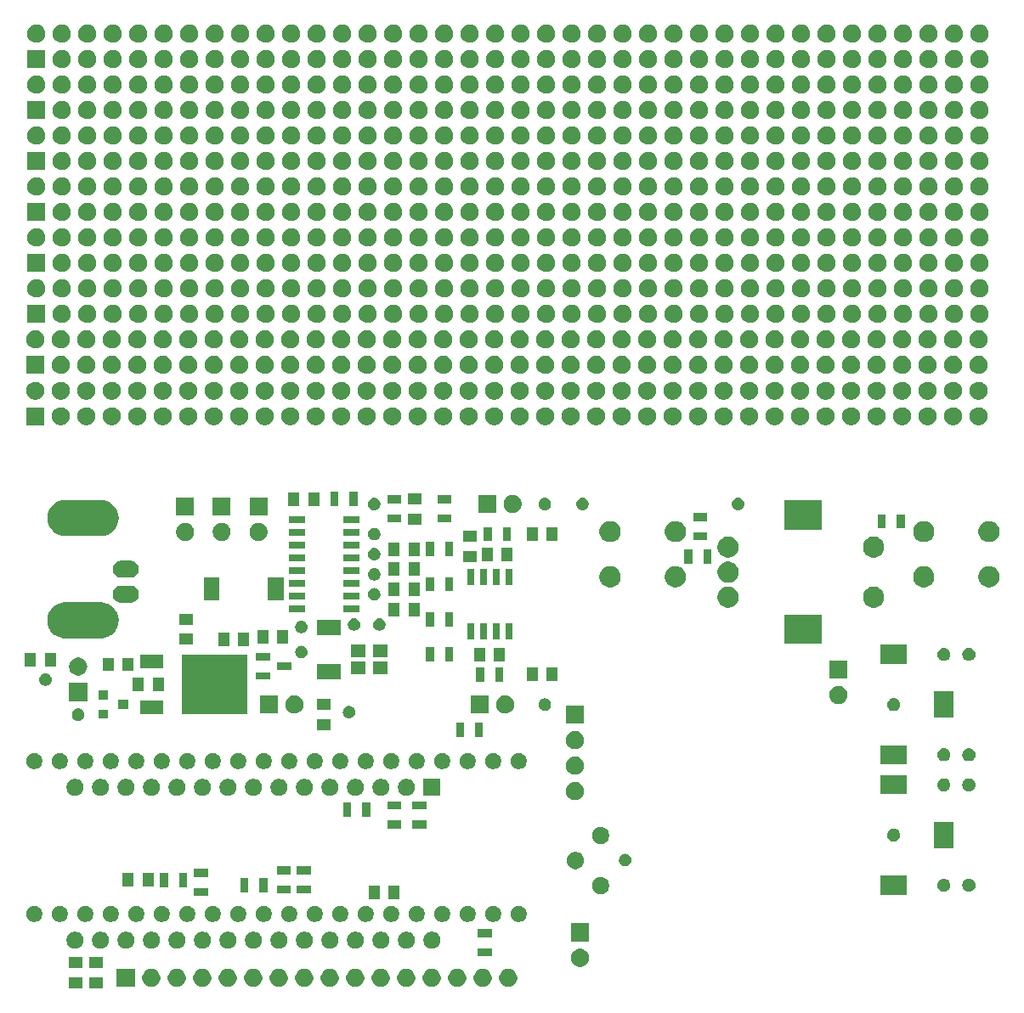
<source format=gbr>
G04 #@! TF.GenerationSoftware,KiCad,Pcbnew,5.1.5+dfsg1-2build2*
G04 #@! TF.CreationDate,2020-07-21T14:48:07-07:00*
G04 #@! TF.ProjectId,muSDRx,6d755344-5278-42e6-9b69-6361645f7063,0.1*
G04 #@! TF.SameCoordinates,Original*
G04 #@! TF.FileFunction,Soldermask,Top*
G04 #@! TF.FilePolarity,Negative*
%FSLAX46Y46*%
G04 Gerber Fmt 4.6, Leading zero omitted, Abs format (unit mm)*
G04 Created by KiCad (PCBNEW 5.1.5+dfsg1-2build2) date 2020-07-21 14:48:07*
%MOMM*%
%LPD*%
G04 APERTURE LIST*
%ADD10C,0.100000*%
G04 APERTURE END LIST*
D10*
G36*
X59676000Y-149051000D02*
G01*
X58324000Y-149051000D01*
X58324000Y-147949000D01*
X59676000Y-147949000D01*
X59676000Y-149051000D01*
G37*
G36*
X57676000Y-149051000D02*
G01*
X56324000Y-149051000D01*
X56324000Y-147949000D01*
X57676000Y-147949000D01*
X57676000Y-149051000D01*
G37*
G36*
X95133512Y-147103927D02*
G01*
X95282812Y-147133624D01*
X95446784Y-147201544D01*
X95594354Y-147300147D01*
X95719853Y-147425646D01*
X95818456Y-147573216D01*
X95886376Y-147737188D01*
X95921000Y-147911259D01*
X95921000Y-148088741D01*
X95886376Y-148262812D01*
X95818456Y-148426784D01*
X95719853Y-148574354D01*
X95594354Y-148699853D01*
X95446784Y-148798456D01*
X95282812Y-148866376D01*
X95133512Y-148896073D01*
X95108742Y-148901000D01*
X94931258Y-148901000D01*
X94906488Y-148896073D01*
X94757188Y-148866376D01*
X94593216Y-148798456D01*
X94445646Y-148699853D01*
X94320147Y-148574354D01*
X94221544Y-148426784D01*
X94153624Y-148262812D01*
X94119000Y-148088741D01*
X94119000Y-147911259D01*
X94153624Y-147737188D01*
X94221544Y-147573216D01*
X94320147Y-147425646D01*
X94445646Y-147300147D01*
X94593216Y-147201544D01*
X94757188Y-147133624D01*
X94906488Y-147103927D01*
X94931258Y-147099000D01*
X95108742Y-147099000D01*
X95133512Y-147103927D01*
G37*
G36*
X77353512Y-147103927D02*
G01*
X77502812Y-147133624D01*
X77666784Y-147201544D01*
X77814354Y-147300147D01*
X77939853Y-147425646D01*
X78038456Y-147573216D01*
X78106376Y-147737188D01*
X78141000Y-147911259D01*
X78141000Y-148088741D01*
X78106376Y-148262812D01*
X78038456Y-148426784D01*
X77939853Y-148574354D01*
X77814354Y-148699853D01*
X77666784Y-148798456D01*
X77502812Y-148866376D01*
X77353512Y-148896073D01*
X77328742Y-148901000D01*
X77151258Y-148901000D01*
X77126488Y-148896073D01*
X76977188Y-148866376D01*
X76813216Y-148798456D01*
X76665646Y-148699853D01*
X76540147Y-148574354D01*
X76441544Y-148426784D01*
X76373624Y-148262812D01*
X76339000Y-148088741D01*
X76339000Y-147911259D01*
X76373624Y-147737188D01*
X76441544Y-147573216D01*
X76540147Y-147425646D01*
X76665646Y-147300147D01*
X76813216Y-147201544D01*
X76977188Y-147133624D01*
X77126488Y-147103927D01*
X77151258Y-147099000D01*
X77328742Y-147099000D01*
X77353512Y-147103927D01*
G37*
G36*
X62901000Y-148901000D02*
G01*
X61099000Y-148901000D01*
X61099000Y-147099000D01*
X62901000Y-147099000D01*
X62901000Y-148901000D01*
G37*
G36*
X64653512Y-147103927D02*
G01*
X64802812Y-147133624D01*
X64966784Y-147201544D01*
X65114354Y-147300147D01*
X65239853Y-147425646D01*
X65338456Y-147573216D01*
X65406376Y-147737188D01*
X65441000Y-147911259D01*
X65441000Y-148088741D01*
X65406376Y-148262812D01*
X65338456Y-148426784D01*
X65239853Y-148574354D01*
X65114354Y-148699853D01*
X64966784Y-148798456D01*
X64802812Y-148866376D01*
X64653512Y-148896073D01*
X64628742Y-148901000D01*
X64451258Y-148901000D01*
X64426488Y-148896073D01*
X64277188Y-148866376D01*
X64113216Y-148798456D01*
X63965646Y-148699853D01*
X63840147Y-148574354D01*
X63741544Y-148426784D01*
X63673624Y-148262812D01*
X63639000Y-148088741D01*
X63639000Y-147911259D01*
X63673624Y-147737188D01*
X63741544Y-147573216D01*
X63840147Y-147425646D01*
X63965646Y-147300147D01*
X64113216Y-147201544D01*
X64277188Y-147133624D01*
X64426488Y-147103927D01*
X64451258Y-147099000D01*
X64628742Y-147099000D01*
X64653512Y-147103927D01*
G37*
G36*
X67193512Y-147103927D02*
G01*
X67342812Y-147133624D01*
X67506784Y-147201544D01*
X67654354Y-147300147D01*
X67779853Y-147425646D01*
X67878456Y-147573216D01*
X67946376Y-147737188D01*
X67981000Y-147911259D01*
X67981000Y-148088741D01*
X67946376Y-148262812D01*
X67878456Y-148426784D01*
X67779853Y-148574354D01*
X67654354Y-148699853D01*
X67506784Y-148798456D01*
X67342812Y-148866376D01*
X67193512Y-148896073D01*
X67168742Y-148901000D01*
X66991258Y-148901000D01*
X66966488Y-148896073D01*
X66817188Y-148866376D01*
X66653216Y-148798456D01*
X66505646Y-148699853D01*
X66380147Y-148574354D01*
X66281544Y-148426784D01*
X66213624Y-148262812D01*
X66179000Y-148088741D01*
X66179000Y-147911259D01*
X66213624Y-147737188D01*
X66281544Y-147573216D01*
X66380147Y-147425646D01*
X66505646Y-147300147D01*
X66653216Y-147201544D01*
X66817188Y-147133624D01*
X66966488Y-147103927D01*
X66991258Y-147099000D01*
X67168742Y-147099000D01*
X67193512Y-147103927D01*
G37*
G36*
X69733512Y-147103927D02*
G01*
X69882812Y-147133624D01*
X70046784Y-147201544D01*
X70194354Y-147300147D01*
X70319853Y-147425646D01*
X70418456Y-147573216D01*
X70486376Y-147737188D01*
X70521000Y-147911259D01*
X70521000Y-148088741D01*
X70486376Y-148262812D01*
X70418456Y-148426784D01*
X70319853Y-148574354D01*
X70194354Y-148699853D01*
X70046784Y-148798456D01*
X69882812Y-148866376D01*
X69733512Y-148896073D01*
X69708742Y-148901000D01*
X69531258Y-148901000D01*
X69506488Y-148896073D01*
X69357188Y-148866376D01*
X69193216Y-148798456D01*
X69045646Y-148699853D01*
X68920147Y-148574354D01*
X68821544Y-148426784D01*
X68753624Y-148262812D01*
X68719000Y-148088741D01*
X68719000Y-147911259D01*
X68753624Y-147737188D01*
X68821544Y-147573216D01*
X68920147Y-147425646D01*
X69045646Y-147300147D01*
X69193216Y-147201544D01*
X69357188Y-147133624D01*
X69506488Y-147103927D01*
X69531258Y-147099000D01*
X69708742Y-147099000D01*
X69733512Y-147103927D01*
G37*
G36*
X72273512Y-147103927D02*
G01*
X72422812Y-147133624D01*
X72586784Y-147201544D01*
X72734354Y-147300147D01*
X72859853Y-147425646D01*
X72958456Y-147573216D01*
X73026376Y-147737188D01*
X73061000Y-147911259D01*
X73061000Y-148088741D01*
X73026376Y-148262812D01*
X72958456Y-148426784D01*
X72859853Y-148574354D01*
X72734354Y-148699853D01*
X72586784Y-148798456D01*
X72422812Y-148866376D01*
X72273512Y-148896073D01*
X72248742Y-148901000D01*
X72071258Y-148901000D01*
X72046488Y-148896073D01*
X71897188Y-148866376D01*
X71733216Y-148798456D01*
X71585646Y-148699853D01*
X71460147Y-148574354D01*
X71361544Y-148426784D01*
X71293624Y-148262812D01*
X71259000Y-148088741D01*
X71259000Y-147911259D01*
X71293624Y-147737188D01*
X71361544Y-147573216D01*
X71460147Y-147425646D01*
X71585646Y-147300147D01*
X71733216Y-147201544D01*
X71897188Y-147133624D01*
X72046488Y-147103927D01*
X72071258Y-147099000D01*
X72248742Y-147099000D01*
X72273512Y-147103927D01*
G37*
G36*
X74813512Y-147103927D02*
G01*
X74962812Y-147133624D01*
X75126784Y-147201544D01*
X75274354Y-147300147D01*
X75399853Y-147425646D01*
X75498456Y-147573216D01*
X75566376Y-147737188D01*
X75601000Y-147911259D01*
X75601000Y-148088741D01*
X75566376Y-148262812D01*
X75498456Y-148426784D01*
X75399853Y-148574354D01*
X75274354Y-148699853D01*
X75126784Y-148798456D01*
X74962812Y-148866376D01*
X74813512Y-148896073D01*
X74788742Y-148901000D01*
X74611258Y-148901000D01*
X74586488Y-148896073D01*
X74437188Y-148866376D01*
X74273216Y-148798456D01*
X74125646Y-148699853D01*
X74000147Y-148574354D01*
X73901544Y-148426784D01*
X73833624Y-148262812D01*
X73799000Y-148088741D01*
X73799000Y-147911259D01*
X73833624Y-147737188D01*
X73901544Y-147573216D01*
X74000147Y-147425646D01*
X74125646Y-147300147D01*
X74273216Y-147201544D01*
X74437188Y-147133624D01*
X74586488Y-147103927D01*
X74611258Y-147099000D01*
X74788742Y-147099000D01*
X74813512Y-147103927D01*
G37*
G36*
X97673512Y-147103927D02*
G01*
X97822812Y-147133624D01*
X97986784Y-147201544D01*
X98134354Y-147300147D01*
X98259853Y-147425646D01*
X98358456Y-147573216D01*
X98426376Y-147737188D01*
X98461000Y-147911259D01*
X98461000Y-148088741D01*
X98426376Y-148262812D01*
X98358456Y-148426784D01*
X98259853Y-148574354D01*
X98134354Y-148699853D01*
X97986784Y-148798456D01*
X97822812Y-148866376D01*
X97673512Y-148896073D01*
X97648742Y-148901000D01*
X97471258Y-148901000D01*
X97446488Y-148896073D01*
X97297188Y-148866376D01*
X97133216Y-148798456D01*
X96985646Y-148699853D01*
X96860147Y-148574354D01*
X96761544Y-148426784D01*
X96693624Y-148262812D01*
X96659000Y-148088741D01*
X96659000Y-147911259D01*
X96693624Y-147737188D01*
X96761544Y-147573216D01*
X96860147Y-147425646D01*
X96985646Y-147300147D01*
X97133216Y-147201544D01*
X97297188Y-147133624D01*
X97446488Y-147103927D01*
X97471258Y-147099000D01*
X97648742Y-147099000D01*
X97673512Y-147103927D01*
G37*
G36*
X82433512Y-147103927D02*
G01*
X82582812Y-147133624D01*
X82746784Y-147201544D01*
X82894354Y-147300147D01*
X83019853Y-147425646D01*
X83118456Y-147573216D01*
X83186376Y-147737188D01*
X83221000Y-147911259D01*
X83221000Y-148088741D01*
X83186376Y-148262812D01*
X83118456Y-148426784D01*
X83019853Y-148574354D01*
X82894354Y-148699853D01*
X82746784Y-148798456D01*
X82582812Y-148866376D01*
X82433512Y-148896073D01*
X82408742Y-148901000D01*
X82231258Y-148901000D01*
X82206488Y-148896073D01*
X82057188Y-148866376D01*
X81893216Y-148798456D01*
X81745646Y-148699853D01*
X81620147Y-148574354D01*
X81521544Y-148426784D01*
X81453624Y-148262812D01*
X81419000Y-148088741D01*
X81419000Y-147911259D01*
X81453624Y-147737188D01*
X81521544Y-147573216D01*
X81620147Y-147425646D01*
X81745646Y-147300147D01*
X81893216Y-147201544D01*
X82057188Y-147133624D01*
X82206488Y-147103927D01*
X82231258Y-147099000D01*
X82408742Y-147099000D01*
X82433512Y-147103927D01*
G37*
G36*
X84973512Y-147103927D02*
G01*
X85122812Y-147133624D01*
X85286784Y-147201544D01*
X85434354Y-147300147D01*
X85559853Y-147425646D01*
X85658456Y-147573216D01*
X85726376Y-147737188D01*
X85761000Y-147911259D01*
X85761000Y-148088741D01*
X85726376Y-148262812D01*
X85658456Y-148426784D01*
X85559853Y-148574354D01*
X85434354Y-148699853D01*
X85286784Y-148798456D01*
X85122812Y-148866376D01*
X84973512Y-148896073D01*
X84948742Y-148901000D01*
X84771258Y-148901000D01*
X84746488Y-148896073D01*
X84597188Y-148866376D01*
X84433216Y-148798456D01*
X84285646Y-148699853D01*
X84160147Y-148574354D01*
X84061544Y-148426784D01*
X83993624Y-148262812D01*
X83959000Y-148088741D01*
X83959000Y-147911259D01*
X83993624Y-147737188D01*
X84061544Y-147573216D01*
X84160147Y-147425646D01*
X84285646Y-147300147D01*
X84433216Y-147201544D01*
X84597188Y-147133624D01*
X84746488Y-147103927D01*
X84771258Y-147099000D01*
X84948742Y-147099000D01*
X84973512Y-147103927D01*
G37*
G36*
X87513512Y-147103927D02*
G01*
X87662812Y-147133624D01*
X87826784Y-147201544D01*
X87974354Y-147300147D01*
X88099853Y-147425646D01*
X88198456Y-147573216D01*
X88266376Y-147737188D01*
X88301000Y-147911259D01*
X88301000Y-148088741D01*
X88266376Y-148262812D01*
X88198456Y-148426784D01*
X88099853Y-148574354D01*
X87974354Y-148699853D01*
X87826784Y-148798456D01*
X87662812Y-148866376D01*
X87513512Y-148896073D01*
X87488742Y-148901000D01*
X87311258Y-148901000D01*
X87286488Y-148896073D01*
X87137188Y-148866376D01*
X86973216Y-148798456D01*
X86825646Y-148699853D01*
X86700147Y-148574354D01*
X86601544Y-148426784D01*
X86533624Y-148262812D01*
X86499000Y-148088741D01*
X86499000Y-147911259D01*
X86533624Y-147737188D01*
X86601544Y-147573216D01*
X86700147Y-147425646D01*
X86825646Y-147300147D01*
X86973216Y-147201544D01*
X87137188Y-147133624D01*
X87286488Y-147103927D01*
X87311258Y-147099000D01*
X87488742Y-147099000D01*
X87513512Y-147103927D01*
G37*
G36*
X90053512Y-147103927D02*
G01*
X90202812Y-147133624D01*
X90366784Y-147201544D01*
X90514354Y-147300147D01*
X90639853Y-147425646D01*
X90738456Y-147573216D01*
X90806376Y-147737188D01*
X90841000Y-147911259D01*
X90841000Y-148088741D01*
X90806376Y-148262812D01*
X90738456Y-148426784D01*
X90639853Y-148574354D01*
X90514354Y-148699853D01*
X90366784Y-148798456D01*
X90202812Y-148866376D01*
X90053512Y-148896073D01*
X90028742Y-148901000D01*
X89851258Y-148901000D01*
X89826488Y-148896073D01*
X89677188Y-148866376D01*
X89513216Y-148798456D01*
X89365646Y-148699853D01*
X89240147Y-148574354D01*
X89141544Y-148426784D01*
X89073624Y-148262812D01*
X89039000Y-148088741D01*
X89039000Y-147911259D01*
X89073624Y-147737188D01*
X89141544Y-147573216D01*
X89240147Y-147425646D01*
X89365646Y-147300147D01*
X89513216Y-147201544D01*
X89677188Y-147133624D01*
X89826488Y-147103927D01*
X89851258Y-147099000D01*
X90028742Y-147099000D01*
X90053512Y-147103927D01*
G37*
G36*
X92593512Y-147103927D02*
G01*
X92742812Y-147133624D01*
X92906784Y-147201544D01*
X93054354Y-147300147D01*
X93179853Y-147425646D01*
X93278456Y-147573216D01*
X93346376Y-147737188D01*
X93381000Y-147911259D01*
X93381000Y-148088741D01*
X93346376Y-148262812D01*
X93278456Y-148426784D01*
X93179853Y-148574354D01*
X93054354Y-148699853D01*
X92906784Y-148798456D01*
X92742812Y-148866376D01*
X92593512Y-148896073D01*
X92568742Y-148901000D01*
X92391258Y-148901000D01*
X92366488Y-148896073D01*
X92217188Y-148866376D01*
X92053216Y-148798456D01*
X91905646Y-148699853D01*
X91780147Y-148574354D01*
X91681544Y-148426784D01*
X91613624Y-148262812D01*
X91579000Y-148088741D01*
X91579000Y-147911259D01*
X91613624Y-147737188D01*
X91681544Y-147573216D01*
X91780147Y-147425646D01*
X91905646Y-147300147D01*
X92053216Y-147201544D01*
X92217188Y-147133624D01*
X92366488Y-147103927D01*
X92391258Y-147099000D01*
X92568742Y-147099000D01*
X92593512Y-147103927D01*
G37*
G36*
X100213512Y-147103927D02*
G01*
X100362812Y-147133624D01*
X100526784Y-147201544D01*
X100674354Y-147300147D01*
X100799853Y-147425646D01*
X100898456Y-147573216D01*
X100966376Y-147737188D01*
X101001000Y-147911259D01*
X101001000Y-148088741D01*
X100966376Y-148262812D01*
X100898456Y-148426784D01*
X100799853Y-148574354D01*
X100674354Y-148699853D01*
X100526784Y-148798456D01*
X100362812Y-148866376D01*
X100213512Y-148896073D01*
X100188742Y-148901000D01*
X100011258Y-148901000D01*
X99986488Y-148896073D01*
X99837188Y-148866376D01*
X99673216Y-148798456D01*
X99525646Y-148699853D01*
X99400147Y-148574354D01*
X99301544Y-148426784D01*
X99233624Y-148262812D01*
X99199000Y-148088741D01*
X99199000Y-147911259D01*
X99233624Y-147737188D01*
X99301544Y-147573216D01*
X99400147Y-147425646D01*
X99525646Y-147300147D01*
X99673216Y-147201544D01*
X99837188Y-147133624D01*
X99986488Y-147103927D01*
X100011258Y-147099000D01*
X100188742Y-147099000D01*
X100213512Y-147103927D01*
G37*
G36*
X79893512Y-147103927D02*
G01*
X80042812Y-147133624D01*
X80206784Y-147201544D01*
X80354354Y-147300147D01*
X80479853Y-147425646D01*
X80578456Y-147573216D01*
X80646376Y-147737188D01*
X80681000Y-147911259D01*
X80681000Y-148088741D01*
X80646376Y-148262812D01*
X80578456Y-148426784D01*
X80479853Y-148574354D01*
X80354354Y-148699853D01*
X80206784Y-148798456D01*
X80042812Y-148866376D01*
X79893512Y-148896073D01*
X79868742Y-148901000D01*
X79691258Y-148901000D01*
X79666488Y-148896073D01*
X79517188Y-148866376D01*
X79353216Y-148798456D01*
X79205646Y-148699853D01*
X79080147Y-148574354D01*
X78981544Y-148426784D01*
X78913624Y-148262812D01*
X78879000Y-148088741D01*
X78879000Y-147911259D01*
X78913624Y-147737188D01*
X78981544Y-147573216D01*
X79080147Y-147425646D01*
X79205646Y-147300147D01*
X79353216Y-147201544D01*
X79517188Y-147133624D01*
X79666488Y-147103927D01*
X79691258Y-147099000D01*
X79868742Y-147099000D01*
X79893512Y-147103927D01*
G37*
G36*
X57676000Y-147051000D02*
G01*
X56324000Y-147051000D01*
X56324000Y-145949000D01*
X57676000Y-145949000D01*
X57676000Y-147051000D01*
G37*
G36*
X59676000Y-147051000D02*
G01*
X58324000Y-147051000D01*
X58324000Y-145949000D01*
X59676000Y-145949000D01*
X59676000Y-147051000D01*
G37*
G36*
X107363512Y-145103927D02*
G01*
X107512812Y-145133624D01*
X107676784Y-145201544D01*
X107824354Y-145300147D01*
X107949853Y-145425646D01*
X108048456Y-145573216D01*
X108116376Y-145737188D01*
X108151000Y-145911259D01*
X108151000Y-146088741D01*
X108116376Y-146262812D01*
X108048456Y-146426784D01*
X107949853Y-146574354D01*
X107824354Y-146699853D01*
X107676784Y-146798456D01*
X107512812Y-146866376D01*
X107363512Y-146896073D01*
X107338742Y-146901000D01*
X107161258Y-146901000D01*
X107136488Y-146896073D01*
X106987188Y-146866376D01*
X106823216Y-146798456D01*
X106675646Y-146699853D01*
X106550147Y-146574354D01*
X106451544Y-146426784D01*
X106383624Y-146262812D01*
X106349000Y-146088741D01*
X106349000Y-145911259D01*
X106383624Y-145737188D01*
X106451544Y-145573216D01*
X106550147Y-145425646D01*
X106675646Y-145300147D01*
X106823216Y-145201544D01*
X106987188Y-145133624D01*
X107136488Y-145103927D01*
X107161258Y-145099000D01*
X107338742Y-145099000D01*
X107363512Y-145103927D01*
G37*
G36*
X98451000Y-145851000D02*
G01*
X97049000Y-145851000D01*
X97049000Y-145049000D01*
X98451000Y-145049000D01*
X98451000Y-145851000D01*
G37*
G36*
X57188228Y-143421703D02*
G01*
X57343100Y-143485853D01*
X57482481Y-143578985D01*
X57601015Y-143697519D01*
X57694147Y-143836900D01*
X57758297Y-143991772D01*
X57791000Y-144156184D01*
X57791000Y-144323816D01*
X57758297Y-144488228D01*
X57694147Y-144643100D01*
X57601015Y-144782481D01*
X57482481Y-144901015D01*
X57343100Y-144994147D01*
X57188228Y-145058297D01*
X57023816Y-145091000D01*
X56856184Y-145091000D01*
X56691772Y-145058297D01*
X56536900Y-144994147D01*
X56397519Y-144901015D01*
X56278985Y-144782481D01*
X56185853Y-144643100D01*
X56121703Y-144488228D01*
X56089000Y-144323816D01*
X56089000Y-144156184D01*
X56121703Y-143991772D01*
X56185853Y-143836900D01*
X56278985Y-143697519D01*
X56397519Y-143578985D01*
X56536900Y-143485853D01*
X56691772Y-143421703D01*
X56856184Y-143389000D01*
X57023816Y-143389000D01*
X57188228Y-143421703D01*
G37*
G36*
X92748228Y-143421703D02*
G01*
X92903100Y-143485853D01*
X93042481Y-143578985D01*
X93161015Y-143697519D01*
X93254147Y-143836900D01*
X93318297Y-143991772D01*
X93351000Y-144156184D01*
X93351000Y-144323816D01*
X93318297Y-144488228D01*
X93254147Y-144643100D01*
X93161015Y-144782481D01*
X93042481Y-144901015D01*
X92903100Y-144994147D01*
X92748228Y-145058297D01*
X92583816Y-145091000D01*
X92416184Y-145091000D01*
X92251772Y-145058297D01*
X92096900Y-144994147D01*
X91957519Y-144901015D01*
X91838985Y-144782481D01*
X91745853Y-144643100D01*
X91681703Y-144488228D01*
X91649000Y-144323816D01*
X91649000Y-144156184D01*
X91681703Y-143991772D01*
X91745853Y-143836900D01*
X91838985Y-143697519D01*
X91957519Y-143578985D01*
X92096900Y-143485853D01*
X92251772Y-143421703D01*
X92416184Y-143389000D01*
X92583816Y-143389000D01*
X92748228Y-143421703D01*
G37*
G36*
X90208228Y-143421703D02*
G01*
X90363100Y-143485853D01*
X90502481Y-143578985D01*
X90621015Y-143697519D01*
X90714147Y-143836900D01*
X90778297Y-143991772D01*
X90811000Y-144156184D01*
X90811000Y-144323816D01*
X90778297Y-144488228D01*
X90714147Y-144643100D01*
X90621015Y-144782481D01*
X90502481Y-144901015D01*
X90363100Y-144994147D01*
X90208228Y-145058297D01*
X90043816Y-145091000D01*
X89876184Y-145091000D01*
X89711772Y-145058297D01*
X89556900Y-144994147D01*
X89417519Y-144901015D01*
X89298985Y-144782481D01*
X89205853Y-144643100D01*
X89141703Y-144488228D01*
X89109000Y-144323816D01*
X89109000Y-144156184D01*
X89141703Y-143991772D01*
X89205853Y-143836900D01*
X89298985Y-143697519D01*
X89417519Y-143578985D01*
X89556900Y-143485853D01*
X89711772Y-143421703D01*
X89876184Y-143389000D01*
X90043816Y-143389000D01*
X90208228Y-143421703D01*
G37*
G36*
X87668228Y-143421703D02*
G01*
X87823100Y-143485853D01*
X87962481Y-143578985D01*
X88081015Y-143697519D01*
X88174147Y-143836900D01*
X88238297Y-143991772D01*
X88271000Y-144156184D01*
X88271000Y-144323816D01*
X88238297Y-144488228D01*
X88174147Y-144643100D01*
X88081015Y-144782481D01*
X87962481Y-144901015D01*
X87823100Y-144994147D01*
X87668228Y-145058297D01*
X87503816Y-145091000D01*
X87336184Y-145091000D01*
X87171772Y-145058297D01*
X87016900Y-144994147D01*
X86877519Y-144901015D01*
X86758985Y-144782481D01*
X86665853Y-144643100D01*
X86601703Y-144488228D01*
X86569000Y-144323816D01*
X86569000Y-144156184D01*
X86601703Y-143991772D01*
X86665853Y-143836900D01*
X86758985Y-143697519D01*
X86877519Y-143578985D01*
X87016900Y-143485853D01*
X87171772Y-143421703D01*
X87336184Y-143389000D01*
X87503816Y-143389000D01*
X87668228Y-143421703D01*
G37*
G36*
X85128228Y-143421703D02*
G01*
X85283100Y-143485853D01*
X85422481Y-143578985D01*
X85541015Y-143697519D01*
X85634147Y-143836900D01*
X85698297Y-143991772D01*
X85731000Y-144156184D01*
X85731000Y-144323816D01*
X85698297Y-144488228D01*
X85634147Y-144643100D01*
X85541015Y-144782481D01*
X85422481Y-144901015D01*
X85283100Y-144994147D01*
X85128228Y-145058297D01*
X84963816Y-145091000D01*
X84796184Y-145091000D01*
X84631772Y-145058297D01*
X84476900Y-144994147D01*
X84337519Y-144901015D01*
X84218985Y-144782481D01*
X84125853Y-144643100D01*
X84061703Y-144488228D01*
X84029000Y-144323816D01*
X84029000Y-144156184D01*
X84061703Y-143991772D01*
X84125853Y-143836900D01*
X84218985Y-143697519D01*
X84337519Y-143578985D01*
X84476900Y-143485853D01*
X84631772Y-143421703D01*
X84796184Y-143389000D01*
X84963816Y-143389000D01*
X85128228Y-143421703D01*
G37*
G36*
X80048228Y-143421703D02*
G01*
X80203100Y-143485853D01*
X80342481Y-143578985D01*
X80461015Y-143697519D01*
X80554147Y-143836900D01*
X80618297Y-143991772D01*
X80651000Y-144156184D01*
X80651000Y-144323816D01*
X80618297Y-144488228D01*
X80554147Y-144643100D01*
X80461015Y-144782481D01*
X80342481Y-144901015D01*
X80203100Y-144994147D01*
X80048228Y-145058297D01*
X79883816Y-145091000D01*
X79716184Y-145091000D01*
X79551772Y-145058297D01*
X79396900Y-144994147D01*
X79257519Y-144901015D01*
X79138985Y-144782481D01*
X79045853Y-144643100D01*
X78981703Y-144488228D01*
X78949000Y-144323816D01*
X78949000Y-144156184D01*
X78981703Y-143991772D01*
X79045853Y-143836900D01*
X79138985Y-143697519D01*
X79257519Y-143578985D01*
X79396900Y-143485853D01*
X79551772Y-143421703D01*
X79716184Y-143389000D01*
X79883816Y-143389000D01*
X80048228Y-143421703D01*
G37*
G36*
X77508228Y-143421703D02*
G01*
X77663100Y-143485853D01*
X77802481Y-143578985D01*
X77921015Y-143697519D01*
X78014147Y-143836900D01*
X78078297Y-143991772D01*
X78111000Y-144156184D01*
X78111000Y-144323816D01*
X78078297Y-144488228D01*
X78014147Y-144643100D01*
X77921015Y-144782481D01*
X77802481Y-144901015D01*
X77663100Y-144994147D01*
X77508228Y-145058297D01*
X77343816Y-145091000D01*
X77176184Y-145091000D01*
X77011772Y-145058297D01*
X76856900Y-144994147D01*
X76717519Y-144901015D01*
X76598985Y-144782481D01*
X76505853Y-144643100D01*
X76441703Y-144488228D01*
X76409000Y-144323816D01*
X76409000Y-144156184D01*
X76441703Y-143991772D01*
X76505853Y-143836900D01*
X76598985Y-143697519D01*
X76717519Y-143578985D01*
X76856900Y-143485853D01*
X77011772Y-143421703D01*
X77176184Y-143389000D01*
X77343816Y-143389000D01*
X77508228Y-143421703D01*
G37*
G36*
X72428228Y-143421703D02*
G01*
X72583100Y-143485853D01*
X72722481Y-143578985D01*
X72841015Y-143697519D01*
X72934147Y-143836900D01*
X72998297Y-143991772D01*
X73031000Y-144156184D01*
X73031000Y-144323816D01*
X72998297Y-144488228D01*
X72934147Y-144643100D01*
X72841015Y-144782481D01*
X72722481Y-144901015D01*
X72583100Y-144994147D01*
X72428228Y-145058297D01*
X72263816Y-145091000D01*
X72096184Y-145091000D01*
X71931772Y-145058297D01*
X71776900Y-144994147D01*
X71637519Y-144901015D01*
X71518985Y-144782481D01*
X71425853Y-144643100D01*
X71361703Y-144488228D01*
X71329000Y-144323816D01*
X71329000Y-144156184D01*
X71361703Y-143991772D01*
X71425853Y-143836900D01*
X71518985Y-143697519D01*
X71637519Y-143578985D01*
X71776900Y-143485853D01*
X71931772Y-143421703D01*
X72096184Y-143389000D01*
X72263816Y-143389000D01*
X72428228Y-143421703D01*
G37*
G36*
X69888228Y-143421703D02*
G01*
X70043100Y-143485853D01*
X70182481Y-143578985D01*
X70301015Y-143697519D01*
X70394147Y-143836900D01*
X70458297Y-143991772D01*
X70491000Y-144156184D01*
X70491000Y-144323816D01*
X70458297Y-144488228D01*
X70394147Y-144643100D01*
X70301015Y-144782481D01*
X70182481Y-144901015D01*
X70043100Y-144994147D01*
X69888228Y-145058297D01*
X69723816Y-145091000D01*
X69556184Y-145091000D01*
X69391772Y-145058297D01*
X69236900Y-144994147D01*
X69097519Y-144901015D01*
X68978985Y-144782481D01*
X68885853Y-144643100D01*
X68821703Y-144488228D01*
X68789000Y-144323816D01*
X68789000Y-144156184D01*
X68821703Y-143991772D01*
X68885853Y-143836900D01*
X68978985Y-143697519D01*
X69097519Y-143578985D01*
X69236900Y-143485853D01*
X69391772Y-143421703D01*
X69556184Y-143389000D01*
X69723816Y-143389000D01*
X69888228Y-143421703D01*
G37*
G36*
X67348228Y-143421703D02*
G01*
X67503100Y-143485853D01*
X67642481Y-143578985D01*
X67761015Y-143697519D01*
X67854147Y-143836900D01*
X67918297Y-143991772D01*
X67951000Y-144156184D01*
X67951000Y-144323816D01*
X67918297Y-144488228D01*
X67854147Y-144643100D01*
X67761015Y-144782481D01*
X67642481Y-144901015D01*
X67503100Y-144994147D01*
X67348228Y-145058297D01*
X67183816Y-145091000D01*
X67016184Y-145091000D01*
X66851772Y-145058297D01*
X66696900Y-144994147D01*
X66557519Y-144901015D01*
X66438985Y-144782481D01*
X66345853Y-144643100D01*
X66281703Y-144488228D01*
X66249000Y-144323816D01*
X66249000Y-144156184D01*
X66281703Y-143991772D01*
X66345853Y-143836900D01*
X66438985Y-143697519D01*
X66557519Y-143578985D01*
X66696900Y-143485853D01*
X66851772Y-143421703D01*
X67016184Y-143389000D01*
X67183816Y-143389000D01*
X67348228Y-143421703D01*
G37*
G36*
X64808228Y-143421703D02*
G01*
X64963100Y-143485853D01*
X65102481Y-143578985D01*
X65221015Y-143697519D01*
X65314147Y-143836900D01*
X65378297Y-143991772D01*
X65411000Y-144156184D01*
X65411000Y-144323816D01*
X65378297Y-144488228D01*
X65314147Y-144643100D01*
X65221015Y-144782481D01*
X65102481Y-144901015D01*
X64963100Y-144994147D01*
X64808228Y-145058297D01*
X64643816Y-145091000D01*
X64476184Y-145091000D01*
X64311772Y-145058297D01*
X64156900Y-144994147D01*
X64017519Y-144901015D01*
X63898985Y-144782481D01*
X63805853Y-144643100D01*
X63741703Y-144488228D01*
X63709000Y-144323816D01*
X63709000Y-144156184D01*
X63741703Y-143991772D01*
X63805853Y-143836900D01*
X63898985Y-143697519D01*
X64017519Y-143578985D01*
X64156900Y-143485853D01*
X64311772Y-143421703D01*
X64476184Y-143389000D01*
X64643816Y-143389000D01*
X64808228Y-143421703D01*
G37*
G36*
X62268228Y-143421703D02*
G01*
X62423100Y-143485853D01*
X62562481Y-143578985D01*
X62681015Y-143697519D01*
X62774147Y-143836900D01*
X62838297Y-143991772D01*
X62871000Y-144156184D01*
X62871000Y-144323816D01*
X62838297Y-144488228D01*
X62774147Y-144643100D01*
X62681015Y-144782481D01*
X62562481Y-144901015D01*
X62423100Y-144994147D01*
X62268228Y-145058297D01*
X62103816Y-145091000D01*
X61936184Y-145091000D01*
X61771772Y-145058297D01*
X61616900Y-144994147D01*
X61477519Y-144901015D01*
X61358985Y-144782481D01*
X61265853Y-144643100D01*
X61201703Y-144488228D01*
X61169000Y-144323816D01*
X61169000Y-144156184D01*
X61201703Y-143991772D01*
X61265853Y-143836900D01*
X61358985Y-143697519D01*
X61477519Y-143578985D01*
X61616900Y-143485853D01*
X61771772Y-143421703D01*
X61936184Y-143389000D01*
X62103816Y-143389000D01*
X62268228Y-143421703D01*
G37*
G36*
X59728228Y-143421703D02*
G01*
X59883100Y-143485853D01*
X60022481Y-143578985D01*
X60141015Y-143697519D01*
X60234147Y-143836900D01*
X60298297Y-143991772D01*
X60331000Y-144156184D01*
X60331000Y-144323816D01*
X60298297Y-144488228D01*
X60234147Y-144643100D01*
X60141015Y-144782481D01*
X60022481Y-144901015D01*
X59883100Y-144994147D01*
X59728228Y-145058297D01*
X59563816Y-145091000D01*
X59396184Y-145091000D01*
X59231772Y-145058297D01*
X59076900Y-144994147D01*
X58937519Y-144901015D01*
X58818985Y-144782481D01*
X58725853Y-144643100D01*
X58661703Y-144488228D01*
X58629000Y-144323816D01*
X58629000Y-144156184D01*
X58661703Y-143991772D01*
X58725853Y-143836900D01*
X58818985Y-143697519D01*
X58937519Y-143578985D01*
X59076900Y-143485853D01*
X59231772Y-143421703D01*
X59396184Y-143389000D01*
X59563816Y-143389000D01*
X59728228Y-143421703D01*
G37*
G36*
X82588228Y-143421703D02*
G01*
X82743100Y-143485853D01*
X82882481Y-143578985D01*
X83001015Y-143697519D01*
X83094147Y-143836900D01*
X83158297Y-143991772D01*
X83191000Y-144156184D01*
X83191000Y-144323816D01*
X83158297Y-144488228D01*
X83094147Y-144643100D01*
X83001015Y-144782481D01*
X82882481Y-144901015D01*
X82743100Y-144994147D01*
X82588228Y-145058297D01*
X82423816Y-145091000D01*
X82256184Y-145091000D01*
X82091772Y-145058297D01*
X81936900Y-144994147D01*
X81797519Y-144901015D01*
X81678985Y-144782481D01*
X81585853Y-144643100D01*
X81521703Y-144488228D01*
X81489000Y-144323816D01*
X81489000Y-144156184D01*
X81521703Y-143991772D01*
X81585853Y-143836900D01*
X81678985Y-143697519D01*
X81797519Y-143578985D01*
X81936900Y-143485853D01*
X82091772Y-143421703D01*
X82256184Y-143389000D01*
X82423816Y-143389000D01*
X82588228Y-143421703D01*
G37*
G36*
X74968228Y-143421703D02*
G01*
X75123100Y-143485853D01*
X75262481Y-143578985D01*
X75381015Y-143697519D01*
X75474147Y-143836900D01*
X75538297Y-143991772D01*
X75571000Y-144156184D01*
X75571000Y-144323816D01*
X75538297Y-144488228D01*
X75474147Y-144643100D01*
X75381015Y-144782481D01*
X75262481Y-144901015D01*
X75123100Y-144994147D01*
X74968228Y-145058297D01*
X74803816Y-145091000D01*
X74636184Y-145091000D01*
X74471772Y-145058297D01*
X74316900Y-144994147D01*
X74177519Y-144901015D01*
X74058985Y-144782481D01*
X73965853Y-144643100D01*
X73901703Y-144488228D01*
X73869000Y-144323816D01*
X73869000Y-144156184D01*
X73901703Y-143991772D01*
X73965853Y-143836900D01*
X74058985Y-143697519D01*
X74177519Y-143578985D01*
X74316900Y-143485853D01*
X74471772Y-143421703D01*
X74636184Y-143389000D01*
X74803816Y-143389000D01*
X74968228Y-143421703D01*
G37*
G36*
X108151000Y-144361000D02*
G01*
X106349000Y-144361000D01*
X106349000Y-142559000D01*
X108151000Y-142559000D01*
X108151000Y-144361000D01*
G37*
G36*
X98451000Y-143951000D02*
G01*
X97049000Y-143951000D01*
X97049000Y-143149000D01*
X98451000Y-143149000D01*
X98451000Y-143951000D01*
G37*
G36*
X53107142Y-140838242D02*
G01*
X53255101Y-140899529D01*
X53388255Y-140988499D01*
X53501501Y-141101745D01*
X53590471Y-141234899D01*
X53651758Y-141382858D01*
X53683000Y-141539925D01*
X53683000Y-141700075D01*
X53651758Y-141857142D01*
X53590471Y-142005101D01*
X53501501Y-142138255D01*
X53388255Y-142251501D01*
X53255101Y-142340471D01*
X53107142Y-142401758D01*
X52950075Y-142433000D01*
X52789925Y-142433000D01*
X52632858Y-142401758D01*
X52484899Y-142340471D01*
X52351745Y-142251501D01*
X52238499Y-142138255D01*
X52149529Y-142005101D01*
X52088242Y-141857142D01*
X52057000Y-141700075D01*
X52057000Y-141539925D01*
X52088242Y-141382858D01*
X52149529Y-141234899D01*
X52238499Y-141101745D01*
X52351745Y-140988499D01*
X52484899Y-140899529D01*
X52632858Y-140838242D01*
X52789925Y-140807000D01*
X52950075Y-140807000D01*
X53107142Y-140838242D01*
G37*
G36*
X91207142Y-140838242D02*
G01*
X91355101Y-140899529D01*
X91488255Y-140988499D01*
X91601501Y-141101745D01*
X91690471Y-141234899D01*
X91751758Y-141382858D01*
X91783000Y-141539925D01*
X91783000Y-141700075D01*
X91751758Y-141857142D01*
X91690471Y-142005101D01*
X91601501Y-142138255D01*
X91488255Y-142251501D01*
X91355101Y-142340471D01*
X91207142Y-142401758D01*
X91050075Y-142433000D01*
X90889925Y-142433000D01*
X90732858Y-142401758D01*
X90584899Y-142340471D01*
X90451745Y-142251501D01*
X90338499Y-142138255D01*
X90249529Y-142005101D01*
X90188242Y-141857142D01*
X90157000Y-141700075D01*
X90157000Y-141539925D01*
X90188242Y-141382858D01*
X90249529Y-141234899D01*
X90338499Y-141101745D01*
X90451745Y-140988499D01*
X90584899Y-140899529D01*
X90732858Y-140838242D01*
X90889925Y-140807000D01*
X91050075Y-140807000D01*
X91207142Y-140838242D01*
G37*
G36*
X73427142Y-140838242D02*
G01*
X73575101Y-140899529D01*
X73708255Y-140988499D01*
X73821501Y-141101745D01*
X73910471Y-141234899D01*
X73971758Y-141382858D01*
X74003000Y-141539925D01*
X74003000Y-141700075D01*
X73971758Y-141857142D01*
X73910471Y-142005101D01*
X73821501Y-142138255D01*
X73708255Y-142251501D01*
X73575101Y-142340471D01*
X73427142Y-142401758D01*
X73270075Y-142433000D01*
X73109925Y-142433000D01*
X72952858Y-142401758D01*
X72804899Y-142340471D01*
X72671745Y-142251501D01*
X72558499Y-142138255D01*
X72469529Y-142005101D01*
X72408242Y-141857142D01*
X72377000Y-141700075D01*
X72377000Y-141539925D01*
X72408242Y-141382858D01*
X72469529Y-141234899D01*
X72558499Y-141101745D01*
X72671745Y-140988499D01*
X72804899Y-140899529D01*
X72952858Y-140838242D01*
X73109925Y-140807000D01*
X73270075Y-140807000D01*
X73427142Y-140838242D01*
G37*
G36*
X70887142Y-140838242D02*
G01*
X71035101Y-140899529D01*
X71168255Y-140988499D01*
X71281501Y-141101745D01*
X71370471Y-141234899D01*
X71431758Y-141382858D01*
X71463000Y-141539925D01*
X71463000Y-141700075D01*
X71431758Y-141857142D01*
X71370471Y-142005101D01*
X71281501Y-142138255D01*
X71168255Y-142251501D01*
X71035101Y-142340471D01*
X70887142Y-142401758D01*
X70730075Y-142433000D01*
X70569925Y-142433000D01*
X70412858Y-142401758D01*
X70264899Y-142340471D01*
X70131745Y-142251501D01*
X70018499Y-142138255D01*
X69929529Y-142005101D01*
X69868242Y-141857142D01*
X69837000Y-141700075D01*
X69837000Y-141539925D01*
X69868242Y-141382858D01*
X69929529Y-141234899D01*
X70018499Y-141101745D01*
X70131745Y-140988499D01*
X70264899Y-140899529D01*
X70412858Y-140838242D01*
X70569925Y-140807000D01*
X70730075Y-140807000D01*
X70887142Y-140838242D01*
G37*
G36*
X68347142Y-140838242D02*
G01*
X68495101Y-140899529D01*
X68628255Y-140988499D01*
X68741501Y-141101745D01*
X68830471Y-141234899D01*
X68891758Y-141382858D01*
X68923000Y-141539925D01*
X68923000Y-141700075D01*
X68891758Y-141857142D01*
X68830471Y-142005101D01*
X68741501Y-142138255D01*
X68628255Y-142251501D01*
X68495101Y-142340471D01*
X68347142Y-142401758D01*
X68190075Y-142433000D01*
X68029925Y-142433000D01*
X67872858Y-142401758D01*
X67724899Y-142340471D01*
X67591745Y-142251501D01*
X67478499Y-142138255D01*
X67389529Y-142005101D01*
X67328242Y-141857142D01*
X67297000Y-141700075D01*
X67297000Y-141539925D01*
X67328242Y-141382858D01*
X67389529Y-141234899D01*
X67478499Y-141101745D01*
X67591745Y-140988499D01*
X67724899Y-140899529D01*
X67872858Y-140838242D01*
X68029925Y-140807000D01*
X68190075Y-140807000D01*
X68347142Y-140838242D01*
G37*
G36*
X65807142Y-140838242D02*
G01*
X65955101Y-140899529D01*
X66088255Y-140988499D01*
X66201501Y-141101745D01*
X66290471Y-141234899D01*
X66351758Y-141382858D01*
X66383000Y-141539925D01*
X66383000Y-141700075D01*
X66351758Y-141857142D01*
X66290471Y-142005101D01*
X66201501Y-142138255D01*
X66088255Y-142251501D01*
X65955101Y-142340471D01*
X65807142Y-142401758D01*
X65650075Y-142433000D01*
X65489925Y-142433000D01*
X65332858Y-142401758D01*
X65184899Y-142340471D01*
X65051745Y-142251501D01*
X64938499Y-142138255D01*
X64849529Y-142005101D01*
X64788242Y-141857142D01*
X64757000Y-141700075D01*
X64757000Y-141539925D01*
X64788242Y-141382858D01*
X64849529Y-141234899D01*
X64938499Y-141101745D01*
X65051745Y-140988499D01*
X65184899Y-140899529D01*
X65332858Y-140838242D01*
X65489925Y-140807000D01*
X65650075Y-140807000D01*
X65807142Y-140838242D01*
G37*
G36*
X63267142Y-140838242D02*
G01*
X63415101Y-140899529D01*
X63548255Y-140988499D01*
X63661501Y-141101745D01*
X63750471Y-141234899D01*
X63811758Y-141382858D01*
X63843000Y-141539925D01*
X63843000Y-141700075D01*
X63811758Y-141857142D01*
X63750471Y-142005101D01*
X63661501Y-142138255D01*
X63548255Y-142251501D01*
X63415101Y-142340471D01*
X63267142Y-142401758D01*
X63110075Y-142433000D01*
X62949925Y-142433000D01*
X62792858Y-142401758D01*
X62644899Y-142340471D01*
X62511745Y-142251501D01*
X62398499Y-142138255D01*
X62309529Y-142005101D01*
X62248242Y-141857142D01*
X62217000Y-141700075D01*
X62217000Y-141539925D01*
X62248242Y-141382858D01*
X62309529Y-141234899D01*
X62398499Y-141101745D01*
X62511745Y-140988499D01*
X62644899Y-140899529D01*
X62792858Y-140838242D01*
X62949925Y-140807000D01*
X63110075Y-140807000D01*
X63267142Y-140838242D01*
G37*
G36*
X60727142Y-140838242D02*
G01*
X60875101Y-140899529D01*
X61008255Y-140988499D01*
X61121501Y-141101745D01*
X61210471Y-141234899D01*
X61271758Y-141382858D01*
X61303000Y-141539925D01*
X61303000Y-141700075D01*
X61271758Y-141857142D01*
X61210471Y-142005101D01*
X61121501Y-142138255D01*
X61008255Y-142251501D01*
X60875101Y-142340471D01*
X60727142Y-142401758D01*
X60570075Y-142433000D01*
X60409925Y-142433000D01*
X60252858Y-142401758D01*
X60104899Y-142340471D01*
X59971745Y-142251501D01*
X59858499Y-142138255D01*
X59769529Y-142005101D01*
X59708242Y-141857142D01*
X59677000Y-141700075D01*
X59677000Y-141539925D01*
X59708242Y-141382858D01*
X59769529Y-141234899D01*
X59858499Y-141101745D01*
X59971745Y-140988499D01*
X60104899Y-140899529D01*
X60252858Y-140838242D01*
X60409925Y-140807000D01*
X60570075Y-140807000D01*
X60727142Y-140838242D01*
G37*
G36*
X58187142Y-140838242D02*
G01*
X58335101Y-140899529D01*
X58468255Y-140988499D01*
X58581501Y-141101745D01*
X58670471Y-141234899D01*
X58731758Y-141382858D01*
X58763000Y-141539925D01*
X58763000Y-141700075D01*
X58731758Y-141857142D01*
X58670471Y-142005101D01*
X58581501Y-142138255D01*
X58468255Y-142251501D01*
X58335101Y-142340471D01*
X58187142Y-142401758D01*
X58030075Y-142433000D01*
X57869925Y-142433000D01*
X57712858Y-142401758D01*
X57564899Y-142340471D01*
X57431745Y-142251501D01*
X57318499Y-142138255D01*
X57229529Y-142005101D01*
X57168242Y-141857142D01*
X57137000Y-141700075D01*
X57137000Y-141539925D01*
X57168242Y-141382858D01*
X57229529Y-141234899D01*
X57318499Y-141101745D01*
X57431745Y-140988499D01*
X57564899Y-140899529D01*
X57712858Y-140838242D01*
X57869925Y-140807000D01*
X58030075Y-140807000D01*
X58187142Y-140838242D01*
G37*
G36*
X55647142Y-140838242D02*
G01*
X55795101Y-140899529D01*
X55928255Y-140988499D01*
X56041501Y-141101745D01*
X56130471Y-141234899D01*
X56191758Y-141382858D01*
X56223000Y-141539925D01*
X56223000Y-141700075D01*
X56191758Y-141857142D01*
X56130471Y-142005101D01*
X56041501Y-142138255D01*
X55928255Y-142251501D01*
X55795101Y-142340471D01*
X55647142Y-142401758D01*
X55490075Y-142433000D01*
X55329925Y-142433000D01*
X55172858Y-142401758D01*
X55024899Y-142340471D01*
X54891745Y-142251501D01*
X54778499Y-142138255D01*
X54689529Y-142005101D01*
X54628242Y-141857142D01*
X54597000Y-141700075D01*
X54597000Y-141539925D01*
X54628242Y-141382858D01*
X54689529Y-141234899D01*
X54778499Y-141101745D01*
X54891745Y-140988499D01*
X55024899Y-140899529D01*
X55172858Y-140838242D01*
X55329925Y-140807000D01*
X55490075Y-140807000D01*
X55647142Y-140838242D01*
G37*
G36*
X78507142Y-140838242D02*
G01*
X78655101Y-140899529D01*
X78788255Y-140988499D01*
X78901501Y-141101745D01*
X78990471Y-141234899D01*
X79051758Y-141382858D01*
X79083000Y-141539925D01*
X79083000Y-141700075D01*
X79051758Y-141857142D01*
X78990471Y-142005101D01*
X78901501Y-142138255D01*
X78788255Y-142251501D01*
X78655101Y-142340471D01*
X78507142Y-142401758D01*
X78350075Y-142433000D01*
X78189925Y-142433000D01*
X78032858Y-142401758D01*
X77884899Y-142340471D01*
X77751745Y-142251501D01*
X77638499Y-142138255D01*
X77549529Y-142005101D01*
X77488242Y-141857142D01*
X77457000Y-141700075D01*
X77457000Y-141539925D01*
X77488242Y-141382858D01*
X77549529Y-141234899D01*
X77638499Y-141101745D01*
X77751745Y-140988499D01*
X77884899Y-140899529D01*
X78032858Y-140838242D01*
X78189925Y-140807000D01*
X78350075Y-140807000D01*
X78507142Y-140838242D01*
G37*
G36*
X81047142Y-140838242D02*
G01*
X81195101Y-140899529D01*
X81328255Y-140988499D01*
X81441501Y-141101745D01*
X81530471Y-141234899D01*
X81591758Y-141382858D01*
X81623000Y-141539925D01*
X81623000Y-141700075D01*
X81591758Y-141857142D01*
X81530471Y-142005101D01*
X81441501Y-142138255D01*
X81328255Y-142251501D01*
X81195101Y-142340471D01*
X81047142Y-142401758D01*
X80890075Y-142433000D01*
X80729925Y-142433000D01*
X80572858Y-142401758D01*
X80424899Y-142340471D01*
X80291745Y-142251501D01*
X80178499Y-142138255D01*
X80089529Y-142005101D01*
X80028242Y-141857142D01*
X79997000Y-141700075D01*
X79997000Y-141539925D01*
X80028242Y-141382858D01*
X80089529Y-141234899D01*
X80178499Y-141101745D01*
X80291745Y-140988499D01*
X80424899Y-140899529D01*
X80572858Y-140838242D01*
X80729925Y-140807000D01*
X80890075Y-140807000D01*
X81047142Y-140838242D01*
G37*
G36*
X83587142Y-140838242D02*
G01*
X83735101Y-140899529D01*
X83868255Y-140988499D01*
X83981501Y-141101745D01*
X84070471Y-141234899D01*
X84131758Y-141382858D01*
X84163000Y-141539925D01*
X84163000Y-141700075D01*
X84131758Y-141857142D01*
X84070471Y-142005101D01*
X83981501Y-142138255D01*
X83868255Y-142251501D01*
X83735101Y-142340471D01*
X83587142Y-142401758D01*
X83430075Y-142433000D01*
X83269925Y-142433000D01*
X83112858Y-142401758D01*
X82964899Y-142340471D01*
X82831745Y-142251501D01*
X82718499Y-142138255D01*
X82629529Y-142005101D01*
X82568242Y-141857142D01*
X82537000Y-141700075D01*
X82537000Y-141539925D01*
X82568242Y-141382858D01*
X82629529Y-141234899D01*
X82718499Y-141101745D01*
X82831745Y-140988499D01*
X82964899Y-140899529D01*
X83112858Y-140838242D01*
X83269925Y-140807000D01*
X83430075Y-140807000D01*
X83587142Y-140838242D01*
G37*
G36*
X86127142Y-140838242D02*
G01*
X86275101Y-140899529D01*
X86408255Y-140988499D01*
X86521501Y-141101745D01*
X86610471Y-141234899D01*
X86671758Y-141382858D01*
X86703000Y-141539925D01*
X86703000Y-141700075D01*
X86671758Y-141857142D01*
X86610471Y-142005101D01*
X86521501Y-142138255D01*
X86408255Y-142251501D01*
X86275101Y-142340471D01*
X86127142Y-142401758D01*
X85970075Y-142433000D01*
X85809925Y-142433000D01*
X85652858Y-142401758D01*
X85504899Y-142340471D01*
X85371745Y-142251501D01*
X85258499Y-142138255D01*
X85169529Y-142005101D01*
X85108242Y-141857142D01*
X85077000Y-141700075D01*
X85077000Y-141539925D01*
X85108242Y-141382858D01*
X85169529Y-141234899D01*
X85258499Y-141101745D01*
X85371745Y-140988499D01*
X85504899Y-140899529D01*
X85652858Y-140838242D01*
X85809925Y-140807000D01*
X85970075Y-140807000D01*
X86127142Y-140838242D01*
G37*
G36*
X88667142Y-140838242D02*
G01*
X88815101Y-140899529D01*
X88948255Y-140988499D01*
X89061501Y-141101745D01*
X89150471Y-141234899D01*
X89211758Y-141382858D01*
X89243000Y-141539925D01*
X89243000Y-141700075D01*
X89211758Y-141857142D01*
X89150471Y-142005101D01*
X89061501Y-142138255D01*
X88948255Y-142251501D01*
X88815101Y-142340471D01*
X88667142Y-142401758D01*
X88510075Y-142433000D01*
X88349925Y-142433000D01*
X88192858Y-142401758D01*
X88044899Y-142340471D01*
X87911745Y-142251501D01*
X87798499Y-142138255D01*
X87709529Y-142005101D01*
X87648242Y-141857142D01*
X87617000Y-141700075D01*
X87617000Y-141539925D01*
X87648242Y-141382858D01*
X87709529Y-141234899D01*
X87798499Y-141101745D01*
X87911745Y-140988499D01*
X88044899Y-140899529D01*
X88192858Y-140838242D01*
X88349925Y-140807000D01*
X88510075Y-140807000D01*
X88667142Y-140838242D01*
G37*
G36*
X93747142Y-140838242D02*
G01*
X93895101Y-140899529D01*
X94028255Y-140988499D01*
X94141501Y-141101745D01*
X94230471Y-141234899D01*
X94291758Y-141382858D01*
X94323000Y-141539925D01*
X94323000Y-141700075D01*
X94291758Y-141857142D01*
X94230471Y-142005101D01*
X94141501Y-142138255D01*
X94028255Y-142251501D01*
X93895101Y-142340471D01*
X93747142Y-142401758D01*
X93590075Y-142433000D01*
X93429925Y-142433000D01*
X93272858Y-142401758D01*
X93124899Y-142340471D01*
X92991745Y-142251501D01*
X92878499Y-142138255D01*
X92789529Y-142005101D01*
X92728242Y-141857142D01*
X92697000Y-141700075D01*
X92697000Y-141539925D01*
X92728242Y-141382858D01*
X92789529Y-141234899D01*
X92878499Y-141101745D01*
X92991745Y-140988499D01*
X93124899Y-140899529D01*
X93272858Y-140838242D01*
X93429925Y-140807000D01*
X93590075Y-140807000D01*
X93747142Y-140838242D01*
G37*
G36*
X98827142Y-140838242D02*
G01*
X98975101Y-140899529D01*
X99108255Y-140988499D01*
X99221501Y-141101745D01*
X99310471Y-141234899D01*
X99371758Y-141382858D01*
X99403000Y-141539925D01*
X99403000Y-141700075D01*
X99371758Y-141857142D01*
X99310471Y-142005101D01*
X99221501Y-142138255D01*
X99108255Y-142251501D01*
X98975101Y-142340471D01*
X98827142Y-142401758D01*
X98670075Y-142433000D01*
X98509925Y-142433000D01*
X98352858Y-142401758D01*
X98204899Y-142340471D01*
X98071745Y-142251501D01*
X97958499Y-142138255D01*
X97869529Y-142005101D01*
X97808242Y-141857142D01*
X97777000Y-141700075D01*
X97777000Y-141539925D01*
X97808242Y-141382858D01*
X97869529Y-141234899D01*
X97958499Y-141101745D01*
X98071745Y-140988499D01*
X98204899Y-140899529D01*
X98352858Y-140838242D01*
X98509925Y-140807000D01*
X98670075Y-140807000D01*
X98827142Y-140838242D01*
G37*
G36*
X101367142Y-140838242D02*
G01*
X101515101Y-140899529D01*
X101648255Y-140988499D01*
X101761501Y-141101745D01*
X101850471Y-141234899D01*
X101911758Y-141382858D01*
X101943000Y-141539925D01*
X101943000Y-141700075D01*
X101911758Y-141857142D01*
X101850471Y-142005101D01*
X101761501Y-142138255D01*
X101648255Y-142251501D01*
X101515101Y-142340471D01*
X101367142Y-142401758D01*
X101210075Y-142433000D01*
X101049925Y-142433000D01*
X100892858Y-142401758D01*
X100744899Y-142340471D01*
X100611745Y-142251501D01*
X100498499Y-142138255D01*
X100409529Y-142005101D01*
X100348242Y-141857142D01*
X100317000Y-141700075D01*
X100317000Y-141539925D01*
X100348242Y-141382858D01*
X100409529Y-141234899D01*
X100498499Y-141101745D01*
X100611745Y-140988499D01*
X100744899Y-140899529D01*
X100892858Y-140838242D01*
X101049925Y-140807000D01*
X101210075Y-140807000D01*
X101367142Y-140838242D01*
G37*
G36*
X75967142Y-140838242D02*
G01*
X76115101Y-140899529D01*
X76248255Y-140988499D01*
X76361501Y-141101745D01*
X76450471Y-141234899D01*
X76511758Y-141382858D01*
X76543000Y-141539925D01*
X76543000Y-141700075D01*
X76511758Y-141857142D01*
X76450471Y-142005101D01*
X76361501Y-142138255D01*
X76248255Y-142251501D01*
X76115101Y-142340471D01*
X75967142Y-142401758D01*
X75810075Y-142433000D01*
X75649925Y-142433000D01*
X75492858Y-142401758D01*
X75344899Y-142340471D01*
X75211745Y-142251501D01*
X75098499Y-142138255D01*
X75009529Y-142005101D01*
X74948242Y-141857142D01*
X74917000Y-141700075D01*
X74917000Y-141539925D01*
X74948242Y-141382858D01*
X75009529Y-141234899D01*
X75098499Y-141101745D01*
X75211745Y-140988499D01*
X75344899Y-140899529D01*
X75492858Y-140838242D01*
X75649925Y-140807000D01*
X75810075Y-140807000D01*
X75967142Y-140838242D01*
G37*
G36*
X96287142Y-140838242D02*
G01*
X96435101Y-140899529D01*
X96568255Y-140988499D01*
X96681501Y-141101745D01*
X96770471Y-141234899D01*
X96831758Y-141382858D01*
X96863000Y-141539925D01*
X96863000Y-141700075D01*
X96831758Y-141857142D01*
X96770471Y-142005101D01*
X96681501Y-142138255D01*
X96568255Y-142251501D01*
X96435101Y-142340471D01*
X96287142Y-142401758D01*
X96130075Y-142433000D01*
X95969925Y-142433000D01*
X95812858Y-142401758D01*
X95664899Y-142340471D01*
X95531745Y-142251501D01*
X95418499Y-142138255D01*
X95329529Y-142005101D01*
X95268242Y-141857142D01*
X95237000Y-141700075D01*
X95237000Y-141539925D01*
X95268242Y-141382858D01*
X95329529Y-141234899D01*
X95418499Y-141101745D01*
X95531745Y-140988499D01*
X95664899Y-140899529D01*
X95812858Y-140838242D01*
X95969925Y-140807000D01*
X96130075Y-140807000D01*
X96287142Y-140838242D01*
G37*
G36*
X87301000Y-140176000D02*
G01*
X86199000Y-140176000D01*
X86199000Y-138824000D01*
X87301000Y-138824000D01*
X87301000Y-140176000D01*
G37*
G36*
X89301000Y-140176000D02*
G01*
X88199000Y-140176000D01*
X88199000Y-138824000D01*
X89301000Y-138824000D01*
X89301000Y-140176000D01*
G37*
G36*
X70201000Y-139851000D02*
G01*
X68799000Y-139851000D01*
X68799000Y-139049000D01*
X70201000Y-139049000D01*
X70201000Y-139851000D01*
G37*
G36*
X139801000Y-139701000D02*
G01*
X137199000Y-139701000D01*
X137199000Y-137799000D01*
X139801000Y-137799000D01*
X139801000Y-139701000D01*
G37*
G36*
X109551143Y-137972087D02*
G01*
X109707838Y-138036992D01*
X109848853Y-138131215D01*
X109968785Y-138251147D01*
X110063008Y-138392162D01*
X110127913Y-138548857D01*
X110161000Y-138715198D01*
X110161000Y-138884802D01*
X110127913Y-139051143D01*
X110063008Y-139207838D01*
X109968785Y-139348853D01*
X109848853Y-139468785D01*
X109707838Y-139563008D01*
X109551143Y-139627913D01*
X109384802Y-139661000D01*
X109215198Y-139661000D01*
X109048857Y-139627913D01*
X108892162Y-139563008D01*
X108751147Y-139468785D01*
X108631215Y-139348853D01*
X108536992Y-139207838D01*
X108472087Y-139051143D01*
X108439000Y-138884802D01*
X108439000Y-138715198D01*
X108472087Y-138548857D01*
X108536992Y-138392162D01*
X108631215Y-138251147D01*
X108751147Y-138131215D01*
X108892162Y-138036992D01*
X109048857Y-137972087D01*
X109215198Y-137939000D01*
X109384802Y-137939000D01*
X109551143Y-137972087D01*
G37*
G36*
X80451000Y-139601000D02*
G01*
X79049000Y-139601000D01*
X79049000Y-138799000D01*
X80451000Y-138799000D01*
X80451000Y-139601000D01*
G37*
G36*
X78451000Y-139601000D02*
G01*
X77049000Y-139601000D01*
X77049000Y-138799000D01*
X78451000Y-138799000D01*
X78451000Y-139601000D01*
G37*
G36*
X74201000Y-139451000D02*
G01*
X73399000Y-139451000D01*
X73399000Y-138049000D01*
X74201000Y-138049000D01*
X74201000Y-139451000D01*
G37*
G36*
X76101000Y-139451000D02*
G01*
X75299000Y-139451000D01*
X75299000Y-138049000D01*
X76101000Y-138049000D01*
X76101000Y-139451000D01*
G37*
G36*
X146189890Y-138124017D02*
G01*
X146308364Y-138173091D01*
X146414988Y-138244335D01*
X146505665Y-138335012D01*
X146576910Y-138441638D01*
X146625983Y-138560110D01*
X146651000Y-138685881D01*
X146651000Y-138814119D01*
X146628746Y-138926000D01*
X146625983Y-138939890D01*
X146576909Y-139058364D01*
X146505665Y-139164988D01*
X146414988Y-139255665D01*
X146308364Y-139326909D01*
X146308363Y-139326910D01*
X146308362Y-139326910D01*
X146189890Y-139375983D01*
X146064119Y-139401000D01*
X145935881Y-139401000D01*
X145810110Y-139375983D01*
X145691638Y-139326910D01*
X145691637Y-139326910D01*
X145691636Y-139326909D01*
X145585012Y-139255665D01*
X145494335Y-139164988D01*
X145423091Y-139058364D01*
X145374017Y-138939890D01*
X145371254Y-138926000D01*
X145349000Y-138814119D01*
X145349000Y-138685881D01*
X145374017Y-138560110D01*
X145423090Y-138441638D01*
X145494335Y-138335012D01*
X145585012Y-138244335D01*
X145691636Y-138173091D01*
X145810110Y-138124017D01*
X145935881Y-138099000D01*
X146064119Y-138099000D01*
X146189890Y-138124017D01*
G37*
G36*
X143689890Y-138124017D02*
G01*
X143808364Y-138173091D01*
X143914988Y-138244335D01*
X144005665Y-138335012D01*
X144076910Y-138441638D01*
X144125983Y-138560110D01*
X144151000Y-138685881D01*
X144151000Y-138814119D01*
X144128746Y-138926000D01*
X144125983Y-138939890D01*
X144076909Y-139058364D01*
X144005665Y-139164988D01*
X143914988Y-139255665D01*
X143808364Y-139326909D01*
X143808363Y-139326910D01*
X143808362Y-139326910D01*
X143689890Y-139375983D01*
X143564119Y-139401000D01*
X143435881Y-139401000D01*
X143310110Y-139375983D01*
X143191638Y-139326910D01*
X143191637Y-139326910D01*
X143191636Y-139326909D01*
X143085012Y-139255665D01*
X142994335Y-139164988D01*
X142923091Y-139058364D01*
X142874017Y-138939890D01*
X142871254Y-138926000D01*
X142849000Y-138814119D01*
X142849000Y-138685881D01*
X142874017Y-138560110D01*
X142923090Y-138441638D01*
X142994335Y-138335012D01*
X143085012Y-138244335D01*
X143191636Y-138173091D01*
X143310110Y-138124017D01*
X143435881Y-138099000D01*
X143564119Y-138099000D01*
X143689890Y-138124017D01*
G37*
G36*
X66201000Y-138951000D02*
G01*
X65399000Y-138951000D01*
X65399000Y-137549000D01*
X66201000Y-137549000D01*
X66201000Y-138951000D01*
G37*
G36*
X68101000Y-138951000D02*
G01*
X67299000Y-138951000D01*
X67299000Y-137549000D01*
X68101000Y-137549000D01*
X68101000Y-138951000D01*
G37*
G36*
X62801000Y-138926000D02*
G01*
X61699000Y-138926000D01*
X61699000Y-137574000D01*
X62801000Y-137574000D01*
X62801000Y-138926000D01*
G37*
G36*
X64801000Y-138926000D02*
G01*
X63699000Y-138926000D01*
X63699000Y-137574000D01*
X64801000Y-137574000D01*
X64801000Y-138926000D01*
G37*
G36*
X70201000Y-137951000D02*
G01*
X68799000Y-137951000D01*
X68799000Y-137149000D01*
X70201000Y-137149000D01*
X70201000Y-137951000D01*
G37*
G36*
X80451000Y-137701000D02*
G01*
X79049000Y-137701000D01*
X79049000Y-136899000D01*
X80451000Y-136899000D01*
X80451000Y-137701000D01*
G37*
G36*
X78451000Y-137701000D02*
G01*
X77049000Y-137701000D01*
X77049000Y-136899000D01*
X78451000Y-136899000D01*
X78451000Y-137701000D01*
G37*
G36*
X107051143Y-135472087D02*
G01*
X107207838Y-135536992D01*
X107348853Y-135631215D01*
X107468785Y-135751147D01*
X107563008Y-135892162D01*
X107627913Y-136048857D01*
X107661000Y-136215198D01*
X107661000Y-136384802D01*
X107627913Y-136551143D01*
X107563008Y-136707838D01*
X107468785Y-136848853D01*
X107348853Y-136968785D01*
X107207838Y-137063008D01*
X107051143Y-137127913D01*
X106884802Y-137161000D01*
X106715198Y-137161000D01*
X106548857Y-137127913D01*
X106392162Y-137063008D01*
X106251147Y-136968785D01*
X106131215Y-136848853D01*
X106036992Y-136707838D01*
X105972087Y-136551143D01*
X105939000Y-136384802D01*
X105939000Y-136215198D01*
X105972087Y-136048857D01*
X106036992Y-135892162D01*
X106131215Y-135751147D01*
X106251147Y-135631215D01*
X106392162Y-135536992D01*
X106548857Y-135472087D01*
X106715198Y-135439000D01*
X106884802Y-135439000D01*
X107051143Y-135472087D01*
G37*
G36*
X111871444Y-135639461D02*
G01*
X111931577Y-135651422D01*
X111969339Y-135667064D01*
X112044866Y-135698348D01*
X112146818Y-135766470D01*
X112233530Y-135853182D01*
X112301652Y-135955134D01*
X112348578Y-136068424D01*
X112372500Y-136188688D01*
X112372500Y-136311312D01*
X112348578Y-136431576D01*
X112301652Y-136544866D01*
X112233530Y-136646818D01*
X112146818Y-136733530D01*
X112044866Y-136801652D01*
X111969339Y-136832936D01*
X111931577Y-136848578D01*
X111871444Y-136860539D01*
X111811312Y-136872500D01*
X111688688Y-136872500D01*
X111628556Y-136860539D01*
X111568423Y-136848578D01*
X111530661Y-136832936D01*
X111455134Y-136801652D01*
X111353182Y-136733530D01*
X111266470Y-136646818D01*
X111198348Y-136544866D01*
X111151422Y-136431576D01*
X111127500Y-136311312D01*
X111127500Y-136188688D01*
X111151422Y-136068424D01*
X111198348Y-135955134D01*
X111266470Y-135853182D01*
X111353182Y-135766470D01*
X111455134Y-135698348D01*
X111530661Y-135667064D01*
X111568423Y-135651422D01*
X111628556Y-135639461D01*
X111688688Y-135627500D01*
X111811312Y-135627500D01*
X111871444Y-135639461D01*
G37*
G36*
X144451000Y-135051000D02*
G01*
X142549000Y-135051000D01*
X142549000Y-132449000D01*
X144451000Y-132449000D01*
X144451000Y-135051000D01*
G37*
G36*
X109551143Y-132972087D02*
G01*
X109707838Y-133036992D01*
X109848853Y-133131215D01*
X109968785Y-133251147D01*
X110063008Y-133392162D01*
X110127913Y-133548857D01*
X110161000Y-133715198D01*
X110161000Y-133884802D01*
X110127913Y-134051143D01*
X110063008Y-134207838D01*
X109968785Y-134348853D01*
X109848853Y-134468785D01*
X109707838Y-134563008D01*
X109551143Y-134627913D01*
X109384802Y-134661000D01*
X109215198Y-134661000D01*
X109048857Y-134627913D01*
X108892162Y-134563008D01*
X108751147Y-134468785D01*
X108631215Y-134348853D01*
X108536992Y-134207838D01*
X108472087Y-134051143D01*
X108439000Y-133884802D01*
X108439000Y-133715198D01*
X108472087Y-133548857D01*
X108536992Y-133392162D01*
X108631215Y-133251147D01*
X108751147Y-133131215D01*
X108892162Y-133036992D01*
X109048857Y-132972087D01*
X109215198Y-132939000D01*
X109384802Y-132939000D01*
X109551143Y-132972087D01*
G37*
G36*
X138689890Y-133124017D02*
G01*
X138808364Y-133173091D01*
X138914988Y-133244335D01*
X139005665Y-133335012D01*
X139076910Y-133441638D01*
X139125983Y-133560110D01*
X139151000Y-133685881D01*
X139151000Y-133814119D01*
X139125983Y-133939890D01*
X139076909Y-134058364D01*
X139005665Y-134164988D01*
X138914988Y-134255665D01*
X138808364Y-134326909D01*
X138808363Y-134326910D01*
X138808362Y-134326910D01*
X138689890Y-134375983D01*
X138564119Y-134401000D01*
X138435881Y-134401000D01*
X138310110Y-134375983D01*
X138191638Y-134326910D01*
X138191637Y-134326910D01*
X138191636Y-134326909D01*
X138085012Y-134255665D01*
X137994335Y-134164988D01*
X137923091Y-134058364D01*
X137874017Y-133939890D01*
X137849000Y-133814119D01*
X137849000Y-133685881D01*
X137874017Y-133560110D01*
X137923090Y-133441638D01*
X137994335Y-133335012D01*
X138085012Y-133244335D01*
X138191636Y-133173091D01*
X138310110Y-133124017D01*
X138435881Y-133099000D01*
X138564119Y-133099000D01*
X138689890Y-133124017D01*
G37*
G36*
X89451000Y-133101000D02*
G01*
X88049000Y-133101000D01*
X88049000Y-132299000D01*
X89451000Y-132299000D01*
X89451000Y-133101000D01*
G37*
G36*
X91951000Y-133101000D02*
G01*
X90549000Y-133101000D01*
X90549000Y-132299000D01*
X91951000Y-132299000D01*
X91951000Y-133101000D01*
G37*
G36*
X86351000Y-131951000D02*
G01*
X85549000Y-131951000D01*
X85549000Y-130549000D01*
X86351000Y-130549000D01*
X86351000Y-131951000D01*
G37*
G36*
X84451000Y-131951000D02*
G01*
X83649000Y-131951000D01*
X83649000Y-130549000D01*
X84451000Y-130549000D01*
X84451000Y-131951000D01*
G37*
G36*
X89451000Y-131201000D02*
G01*
X88049000Y-131201000D01*
X88049000Y-130399000D01*
X89451000Y-130399000D01*
X89451000Y-131201000D01*
G37*
G36*
X91951000Y-131201000D02*
G01*
X90549000Y-131201000D01*
X90549000Y-130399000D01*
X91951000Y-130399000D01*
X91951000Y-131201000D01*
G37*
G36*
X106863512Y-128473927D02*
G01*
X107012812Y-128503624D01*
X107176784Y-128571544D01*
X107324354Y-128670147D01*
X107449853Y-128795646D01*
X107548456Y-128943216D01*
X107616376Y-129107188D01*
X107651000Y-129281259D01*
X107651000Y-129458741D01*
X107616376Y-129632812D01*
X107548456Y-129796784D01*
X107449853Y-129944354D01*
X107324354Y-130069853D01*
X107176784Y-130168456D01*
X107012812Y-130236376D01*
X106863512Y-130266073D01*
X106838742Y-130271000D01*
X106661258Y-130271000D01*
X106636488Y-130266073D01*
X106487188Y-130236376D01*
X106323216Y-130168456D01*
X106175646Y-130069853D01*
X106050147Y-129944354D01*
X105951544Y-129796784D01*
X105883624Y-129632812D01*
X105849000Y-129458741D01*
X105849000Y-129281259D01*
X105883624Y-129107188D01*
X105951544Y-128943216D01*
X106050147Y-128795646D01*
X106175646Y-128670147D01*
X106323216Y-128571544D01*
X106487188Y-128503624D01*
X106636488Y-128473927D01*
X106661258Y-128469000D01*
X106838742Y-128469000D01*
X106863512Y-128473927D01*
G37*
G36*
X82588228Y-128181703D02*
G01*
X82743100Y-128245853D01*
X82882481Y-128338985D01*
X83001015Y-128457519D01*
X83094147Y-128596900D01*
X83158297Y-128751772D01*
X83191000Y-128916184D01*
X83191000Y-129083816D01*
X83158297Y-129248228D01*
X83094147Y-129403100D01*
X83001015Y-129542481D01*
X82882481Y-129661015D01*
X82743100Y-129754147D01*
X82588228Y-129818297D01*
X82423816Y-129851000D01*
X82256184Y-129851000D01*
X82091772Y-129818297D01*
X81936900Y-129754147D01*
X81797519Y-129661015D01*
X81678985Y-129542481D01*
X81585853Y-129403100D01*
X81521703Y-129248228D01*
X81489000Y-129083816D01*
X81489000Y-128916184D01*
X81521703Y-128751772D01*
X81585853Y-128596900D01*
X81678985Y-128457519D01*
X81797519Y-128338985D01*
X81936900Y-128245853D01*
X82091772Y-128181703D01*
X82256184Y-128149000D01*
X82423816Y-128149000D01*
X82588228Y-128181703D01*
G37*
G36*
X87668228Y-128181703D02*
G01*
X87823100Y-128245853D01*
X87962481Y-128338985D01*
X88081015Y-128457519D01*
X88174147Y-128596900D01*
X88238297Y-128751772D01*
X88271000Y-128916184D01*
X88271000Y-129083816D01*
X88238297Y-129248228D01*
X88174147Y-129403100D01*
X88081015Y-129542481D01*
X87962481Y-129661015D01*
X87823100Y-129754147D01*
X87668228Y-129818297D01*
X87503816Y-129851000D01*
X87336184Y-129851000D01*
X87171772Y-129818297D01*
X87016900Y-129754147D01*
X86877519Y-129661015D01*
X86758985Y-129542481D01*
X86665853Y-129403100D01*
X86601703Y-129248228D01*
X86569000Y-129083816D01*
X86569000Y-128916184D01*
X86601703Y-128751772D01*
X86665853Y-128596900D01*
X86758985Y-128457519D01*
X86877519Y-128338985D01*
X87016900Y-128245853D01*
X87171772Y-128181703D01*
X87336184Y-128149000D01*
X87503816Y-128149000D01*
X87668228Y-128181703D01*
G37*
G36*
X90208228Y-128181703D02*
G01*
X90363100Y-128245853D01*
X90502481Y-128338985D01*
X90621015Y-128457519D01*
X90714147Y-128596900D01*
X90778297Y-128751772D01*
X90811000Y-128916184D01*
X90811000Y-129083816D01*
X90778297Y-129248228D01*
X90714147Y-129403100D01*
X90621015Y-129542481D01*
X90502481Y-129661015D01*
X90363100Y-129754147D01*
X90208228Y-129818297D01*
X90043816Y-129851000D01*
X89876184Y-129851000D01*
X89711772Y-129818297D01*
X89556900Y-129754147D01*
X89417519Y-129661015D01*
X89298985Y-129542481D01*
X89205853Y-129403100D01*
X89141703Y-129248228D01*
X89109000Y-129083816D01*
X89109000Y-128916184D01*
X89141703Y-128751772D01*
X89205853Y-128596900D01*
X89298985Y-128457519D01*
X89417519Y-128338985D01*
X89556900Y-128245853D01*
X89711772Y-128181703D01*
X89876184Y-128149000D01*
X90043816Y-128149000D01*
X90208228Y-128181703D01*
G37*
G36*
X93351000Y-129851000D02*
G01*
X91649000Y-129851000D01*
X91649000Y-128149000D01*
X93351000Y-128149000D01*
X93351000Y-129851000D01*
G37*
G36*
X67348228Y-128181703D02*
G01*
X67503100Y-128245853D01*
X67642481Y-128338985D01*
X67761015Y-128457519D01*
X67854147Y-128596900D01*
X67918297Y-128751772D01*
X67951000Y-128916184D01*
X67951000Y-129083816D01*
X67918297Y-129248228D01*
X67854147Y-129403100D01*
X67761015Y-129542481D01*
X67642481Y-129661015D01*
X67503100Y-129754147D01*
X67348228Y-129818297D01*
X67183816Y-129851000D01*
X67016184Y-129851000D01*
X66851772Y-129818297D01*
X66696900Y-129754147D01*
X66557519Y-129661015D01*
X66438985Y-129542481D01*
X66345853Y-129403100D01*
X66281703Y-129248228D01*
X66249000Y-129083816D01*
X66249000Y-128916184D01*
X66281703Y-128751772D01*
X66345853Y-128596900D01*
X66438985Y-128457519D01*
X66557519Y-128338985D01*
X66696900Y-128245853D01*
X66851772Y-128181703D01*
X67016184Y-128149000D01*
X67183816Y-128149000D01*
X67348228Y-128181703D01*
G37*
G36*
X64808228Y-128181703D02*
G01*
X64963100Y-128245853D01*
X65102481Y-128338985D01*
X65221015Y-128457519D01*
X65314147Y-128596900D01*
X65378297Y-128751772D01*
X65411000Y-128916184D01*
X65411000Y-129083816D01*
X65378297Y-129248228D01*
X65314147Y-129403100D01*
X65221015Y-129542481D01*
X65102481Y-129661015D01*
X64963100Y-129754147D01*
X64808228Y-129818297D01*
X64643816Y-129851000D01*
X64476184Y-129851000D01*
X64311772Y-129818297D01*
X64156900Y-129754147D01*
X64017519Y-129661015D01*
X63898985Y-129542481D01*
X63805853Y-129403100D01*
X63741703Y-129248228D01*
X63709000Y-129083816D01*
X63709000Y-128916184D01*
X63741703Y-128751772D01*
X63805853Y-128596900D01*
X63898985Y-128457519D01*
X64017519Y-128338985D01*
X64156900Y-128245853D01*
X64311772Y-128181703D01*
X64476184Y-128149000D01*
X64643816Y-128149000D01*
X64808228Y-128181703D01*
G37*
G36*
X72428228Y-128181703D02*
G01*
X72583100Y-128245853D01*
X72722481Y-128338985D01*
X72841015Y-128457519D01*
X72934147Y-128596900D01*
X72998297Y-128751772D01*
X73031000Y-128916184D01*
X73031000Y-129083816D01*
X72998297Y-129248228D01*
X72934147Y-129403100D01*
X72841015Y-129542481D01*
X72722481Y-129661015D01*
X72583100Y-129754147D01*
X72428228Y-129818297D01*
X72263816Y-129851000D01*
X72096184Y-129851000D01*
X71931772Y-129818297D01*
X71776900Y-129754147D01*
X71637519Y-129661015D01*
X71518985Y-129542481D01*
X71425853Y-129403100D01*
X71361703Y-129248228D01*
X71329000Y-129083816D01*
X71329000Y-128916184D01*
X71361703Y-128751772D01*
X71425853Y-128596900D01*
X71518985Y-128457519D01*
X71637519Y-128338985D01*
X71776900Y-128245853D01*
X71931772Y-128181703D01*
X72096184Y-128149000D01*
X72263816Y-128149000D01*
X72428228Y-128181703D01*
G37*
G36*
X62268228Y-128181703D02*
G01*
X62423100Y-128245853D01*
X62562481Y-128338985D01*
X62681015Y-128457519D01*
X62774147Y-128596900D01*
X62838297Y-128751772D01*
X62871000Y-128916184D01*
X62871000Y-129083816D01*
X62838297Y-129248228D01*
X62774147Y-129403100D01*
X62681015Y-129542481D01*
X62562481Y-129661015D01*
X62423100Y-129754147D01*
X62268228Y-129818297D01*
X62103816Y-129851000D01*
X61936184Y-129851000D01*
X61771772Y-129818297D01*
X61616900Y-129754147D01*
X61477519Y-129661015D01*
X61358985Y-129542481D01*
X61265853Y-129403100D01*
X61201703Y-129248228D01*
X61169000Y-129083816D01*
X61169000Y-128916184D01*
X61201703Y-128751772D01*
X61265853Y-128596900D01*
X61358985Y-128457519D01*
X61477519Y-128338985D01*
X61616900Y-128245853D01*
X61771772Y-128181703D01*
X61936184Y-128149000D01*
X62103816Y-128149000D01*
X62268228Y-128181703D01*
G37*
G36*
X57188228Y-128181703D02*
G01*
X57343100Y-128245853D01*
X57482481Y-128338985D01*
X57601015Y-128457519D01*
X57694147Y-128596900D01*
X57758297Y-128751772D01*
X57791000Y-128916184D01*
X57791000Y-129083816D01*
X57758297Y-129248228D01*
X57694147Y-129403100D01*
X57601015Y-129542481D01*
X57482481Y-129661015D01*
X57343100Y-129754147D01*
X57188228Y-129818297D01*
X57023816Y-129851000D01*
X56856184Y-129851000D01*
X56691772Y-129818297D01*
X56536900Y-129754147D01*
X56397519Y-129661015D01*
X56278985Y-129542481D01*
X56185853Y-129403100D01*
X56121703Y-129248228D01*
X56089000Y-129083816D01*
X56089000Y-128916184D01*
X56121703Y-128751772D01*
X56185853Y-128596900D01*
X56278985Y-128457519D01*
X56397519Y-128338985D01*
X56536900Y-128245853D01*
X56691772Y-128181703D01*
X56856184Y-128149000D01*
X57023816Y-128149000D01*
X57188228Y-128181703D01*
G37*
G36*
X69888228Y-128181703D02*
G01*
X70043100Y-128245853D01*
X70182481Y-128338985D01*
X70301015Y-128457519D01*
X70394147Y-128596900D01*
X70458297Y-128751772D01*
X70491000Y-128916184D01*
X70491000Y-129083816D01*
X70458297Y-129248228D01*
X70394147Y-129403100D01*
X70301015Y-129542481D01*
X70182481Y-129661015D01*
X70043100Y-129754147D01*
X69888228Y-129818297D01*
X69723816Y-129851000D01*
X69556184Y-129851000D01*
X69391772Y-129818297D01*
X69236900Y-129754147D01*
X69097519Y-129661015D01*
X68978985Y-129542481D01*
X68885853Y-129403100D01*
X68821703Y-129248228D01*
X68789000Y-129083816D01*
X68789000Y-128916184D01*
X68821703Y-128751772D01*
X68885853Y-128596900D01*
X68978985Y-128457519D01*
X69097519Y-128338985D01*
X69236900Y-128245853D01*
X69391772Y-128181703D01*
X69556184Y-128149000D01*
X69723816Y-128149000D01*
X69888228Y-128181703D01*
G37*
G36*
X77508228Y-128181703D02*
G01*
X77663100Y-128245853D01*
X77802481Y-128338985D01*
X77921015Y-128457519D01*
X78014147Y-128596900D01*
X78078297Y-128751772D01*
X78111000Y-128916184D01*
X78111000Y-129083816D01*
X78078297Y-129248228D01*
X78014147Y-129403100D01*
X77921015Y-129542481D01*
X77802481Y-129661015D01*
X77663100Y-129754147D01*
X77508228Y-129818297D01*
X77343816Y-129851000D01*
X77176184Y-129851000D01*
X77011772Y-129818297D01*
X76856900Y-129754147D01*
X76717519Y-129661015D01*
X76598985Y-129542481D01*
X76505853Y-129403100D01*
X76441703Y-129248228D01*
X76409000Y-129083816D01*
X76409000Y-128916184D01*
X76441703Y-128751772D01*
X76505853Y-128596900D01*
X76598985Y-128457519D01*
X76717519Y-128338985D01*
X76856900Y-128245853D01*
X77011772Y-128181703D01*
X77176184Y-128149000D01*
X77343816Y-128149000D01*
X77508228Y-128181703D01*
G37*
G36*
X74968228Y-128181703D02*
G01*
X75123100Y-128245853D01*
X75262481Y-128338985D01*
X75381015Y-128457519D01*
X75474147Y-128596900D01*
X75538297Y-128751772D01*
X75571000Y-128916184D01*
X75571000Y-129083816D01*
X75538297Y-129248228D01*
X75474147Y-129403100D01*
X75381015Y-129542481D01*
X75262481Y-129661015D01*
X75123100Y-129754147D01*
X74968228Y-129818297D01*
X74803816Y-129851000D01*
X74636184Y-129851000D01*
X74471772Y-129818297D01*
X74316900Y-129754147D01*
X74177519Y-129661015D01*
X74058985Y-129542481D01*
X73965853Y-129403100D01*
X73901703Y-129248228D01*
X73869000Y-129083816D01*
X73869000Y-128916184D01*
X73901703Y-128751772D01*
X73965853Y-128596900D01*
X74058985Y-128457519D01*
X74177519Y-128338985D01*
X74316900Y-128245853D01*
X74471772Y-128181703D01*
X74636184Y-128149000D01*
X74803816Y-128149000D01*
X74968228Y-128181703D01*
G37*
G36*
X80048228Y-128181703D02*
G01*
X80203100Y-128245853D01*
X80342481Y-128338985D01*
X80461015Y-128457519D01*
X80554147Y-128596900D01*
X80618297Y-128751772D01*
X80651000Y-128916184D01*
X80651000Y-129083816D01*
X80618297Y-129248228D01*
X80554147Y-129403100D01*
X80461015Y-129542481D01*
X80342481Y-129661015D01*
X80203100Y-129754147D01*
X80048228Y-129818297D01*
X79883816Y-129851000D01*
X79716184Y-129851000D01*
X79551772Y-129818297D01*
X79396900Y-129754147D01*
X79257519Y-129661015D01*
X79138985Y-129542481D01*
X79045853Y-129403100D01*
X78981703Y-129248228D01*
X78949000Y-129083816D01*
X78949000Y-128916184D01*
X78981703Y-128751772D01*
X79045853Y-128596900D01*
X79138985Y-128457519D01*
X79257519Y-128338985D01*
X79396900Y-128245853D01*
X79551772Y-128181703D01*
X79716184Y-128149000D01*
X79883816Y-128149000D01*
X80048228Y-128181703D01*
G37*
G36*
X85128228Y-128181703D02*
G01*
X85283100Y-128245853D01*
X85422481Y-128338985D01*
X85541015Y-128457519D01*
X85634147Y-128596900D01*
X85698297Y-128751772D01*
X85731000Y-128916184D01*
X85731000Y-129083816D01*
X85698297Y-129248228D01*
X85634147Y-129403100D01*
X85541015Y-129542481D01*
X85422481Y-129661015D01*
X85283100Y-129754147D01*
X85128228Y-129818297D01*
X84963816Y-129851000D01*
X84796184Y-129851000D01*
X84631772Y-129818297D01*
X84476900Y-129754147D01*
X84337519Y-129661015D01*
X84218985Y-129542481D01*
X84125853Y-129403100D01*
X84061703Y-129248228D01*
X84029000Y-129083816D01*
X84029000Y-128916184D01*
X84061703Y-128751772D01*
X84125853Y-128596900D01*
X84218985Y-128457519D01*
X84337519Y-128338985D01*
X84476900Y-128245853D01*
X84631772Y-128181703D01*
X84796184Y-128149000D01*
X84963816Y-128149000D01*
X85128228Y-128181703D01*
G37*
G36*
X59728228Y-128181703D02*
G01*
X59883100Y-128245853D01*
X60022481Y-128338985D01*
X60141015Y-128457519D01*
X60234147Y-128596900D01*
X60298297Y-128751772D01*
X60331000Y-128916184D01*
X60331000Y-129083816D01*
X60298297Y-129248228D01*
X60234147Y-129403100D01*
X60141015Y-129542481D01*
X60022481Y-129661015D01*
X59883100Y-129754147D01*
X59728228Y-129818297D01*
X59563816Y-129851000D01*
X59396184Y-129851000D01*
X59231772Y-129818297D01*
X59076900Y-129754147D01*
X58937519Y-129661015D01*
X58818985Y-129542481D01*
X58725853Y-129403100D01*
X58661703Y-129248228D01*
X58629000Y-129083816D01*
X58629000Y-128916184D01*
X58661703Y-128751772D01*
X58725853Y-128596900D01*
X58818985Y-128457519D01*
X58937519Y-128338985D01*
X59076900Y-128245853D01*
X59231772Y-128181703D01*
X59396184Y-128149000D01*
X59563816Y-128149000D01*
X59728228Y-128181703D01*
G37*
G36*
X139801000Y-129701000D02*
G01*
X137199000Y-129701000D01*
X137199000Y-127799000D01*
X139801000Y-127799000D01*
X139801000Y-129701000D01*
G37*
G36*
X146189890Y-128124017D02*
G01*
X146308364Y-128173091D01*
X146414988Y-128244335D01*
X146505665Y-128335012D01*
X146576910Y-128441638D01*
X146625983Y-128560110D01*
X146647871Y-128670148D01*
X146651000Y-128685882D01*
X146651000Y-128814118D01*
X146625983Y-128939890D01*
X146576909Y-129058364D01*
X146505665Y-129164988D01*
X146414988Y-129255665D01*
X146308364Y-129326909D01*
X146308363Y-129326910D01*
X146308362Y-129326910D01*
X146189890Y-129375983D01*
X146064119Y-129401000D01*
X145935881Y-129401000D01*
X145810110Y-129375983D01*
X145691638Y-129326910D01*
X145691637Y-129326910D01*
X145691636Y-129326909D01*
X145585012Y-129255665D01*
X145494335Y-129164988D01*
X145423091Y-129058364D01*
X145374017Y-128939890D01*
X145349000Y-128814118D01*
X145349000Y-128685882D01*
X145352130Y-128670148D01*
X145374017Y-128560110D01*
X145423090Y-128441638D01*
X145494335Y-128335012D01*
X145585012Y-128244335D01*
X145691636Y-128173091D01*
X145810110Y-128124017D01*
X145935881Y-128099000D01*
X146064119Y-128099000D01*
X146189890Y-128124017D01*
G37*
G36*
X143689890Y-128124017D02*
G01*
X143808364Y-128173091D01*
X143914988Y-128244335D01*
X144005665Y-128335012D01*
X144076910Y-128441638D01*
X144125983Y-128560110D01*
X144147871Y-128670148D01*
X144151000Y-128685882D01*
X144151000Y-128814118D01*
X144125983Y-128939890D01*
X144076909Y-129058364D01*
X144005665Y-129164988D01*
X143914988Y-129255665D01*
X143808364Y-129326909D01*
X143808363Y-129326910D01*
X143808362Y-129326910D01*
X143689890Y-129375983D01*
X143564119Y-129401000D01*
X143435881Y-129401000D01*
X143310110Y-129375983D01*
X143191638Y-129326910D01*
X143191637Y-129326910D01*
X143191636Y-129326909D01*
X143085012Y-129255665D01*
X142994335Y-129164988D01*
X142923091Y-129058364D01*
X142874017Y-128939890D01*
X142849000Y-128814118D01*
X142849000Y-128685882D01*
X142852130Y-128670148D01*
X142874017Y-128560110D01*
X142923090Y-128441638D01*
X142994335Y-128335012D01*
X143085012Y-128244335D01*
X143191636Y-128173091D01*
X143310110Y-128124017D01*
X143435881Y-128099000D01*
X143564119Y-128099000D01*
X143689890Y-128124017D01*
G37*
G36*
X106863512Y-125933927D02*
G01*
X107012812Y-125963624D01*
X107176784Y-126031544D01*
X107324354Y-126130147D01*
X107449853Y-126255646D01*
X107548456Y-126403216D01*
X107616376Y-126567188D01*
X107651000Y-126741259D01*
X107651000Y-126918741D01*
X107616376Y-127092812D01*
X107548456Y-127256784D01*
X107449853Y-127404354D01*
X107324354Y-127529853D01*
X107176784Y-127628456D01*
X107012812Y-127696376D01*
X106863512Y-127726073D01*
X106838742Y-127731000D01*
X106661258Y-127731000D01*
X106636488Y-127726073D01*
X106487188Y-127696376D01*
X106323216Y-127628456D01*
X106175646Y-127529853D01*
X106050147Y-127404354D01*
X105951544Y-127256784D01*
X105883624Y-127092812D01*
X105849000Y-126918741D01*
X105849000Y-126741259D01*
X105883624Y-126567188D01*
X105951544Y-126403216D01*
X106050147Y-126255646D01*
X106175646Y-126130147D01*
X106323216Y-126031544D01*
X106487188Y-125963624D01*
X106636488Y-125933927D01*
X106661258Y-125929000D01*
X106838742Y-125929000D01*
X106863512Y-125933927D01*
G37*
G36*
X65807142Y-125598242D02*
G01*
X65955101Y-125659529D01*
X66088255Y-125748499D01*
X66201501Y-125861745D01*
X66290471Y-125994899D01*
X66351758Y-126142858D01*
X66383000Y-126299925D01*
X66383000Y-126460075D01*
X66351758Y-126617142D01*
X66290471Y-126765101D01*
X66201501Y-126898255D01*
X66088255Y-127011501D01*
X65955101Y-127100471D01*
X65807142Y-127161758D01*
X65650075Y-127193000D01*
X65489925Y-127193000D01*
X65332858Y-127161758D01*
X65184899Y-127100471D01*
X65051745Y-127011501D01*
X64938499Y-126898255D01*
X64849529Y-126765101D01*
X64788242Y-126617142D01*
X64757000Y-126460075D01*
X64757000Y-126299925D01*
X64788242Y-126142858D01*
X64849529Y-125994899D01*
X64938499Y-125861745D01*
X65051745Y-125748499D01*
X65184899Y-125659529D01*
X65332858Y-125598242D01*
X65489925Y-125567000D01*
X65650075Y-125567000D01*
X65807142Y-125598242D01*
G37*
G36*
X70887142Y-125598242D02*
G01*
X71035101Y-125659529D01*
X71168255Y-125748499D01*
X71281501Y-125861745D01*
X71370471Y-125994899D01*
X71431758Y-126142858D01*
X71463000Y-126299925D01*
X71463000Y-126460075D01*
X71431758Y-126617142D01*
X71370471Y-126765101D01*
X71281501Y-126898255D01*
X71168255Y-127011501D01*
X71035101Y-127100471D01*
X70887142Y-127161758D01*
X70730075Y-127193000D01*
X70569925Y-127193000D01*
X70412858Y-127161758D01*
X70264899Y-127100471D01*
X70131745Y-127011501D01*
X70018499Y-126898255D01*
X69929529Y-126765101D01*
X69868242Y-126617142D01*
X69837000Y-126460075D01*
X69837000Y-126299925D01*
X69868242Y-126142858D01*
X69929529Y-125994899D01*
X70018499Y-125861745D01*
X70131745Y-125748499D01*
X70264899Y-125659529D01*
X70412858Y-125598242D01*
X70569925Y-125567000D01*
X70730075Y-125567000D01*
X70887142Y-125598242D01*
G37*
G36*
X73427142Y-125598242D02*
G01*
X73575101Y-125659529D01*
X73708255Y-125748499D01*
X73821501Y-125861745D01*
X73910471Y-125994899D01*
X73971758Y-126142858D01*
X74003000Y-126299925D01*
X74003000Y-126460075D01*
X73971758Y-126617142D01*
X73910471Y-126765101D01*
X73821501Y-126898255D01*
X73708255Y-127011501D01*
X73575101Y-127100471D01*
X73427142Y-127161758D01*
X73270075Y-127193000D01*
X73109925Y-127193000D01*
X72952858Y-127161758D01*
X72804899Y-127100471D01*
X72671745Y-127011501D01*
X72558499Y-126898255D01*
X72469529Y-126765101D01*
X72408242Y-126617142D01*
X72377000Y-126460075D01*
X72377000Y-126299925D01*
X72408242Y-126142858D01*
X72469529Y-125994899D01*
X72558499Y-125861745D01*
X72671745Y-125748499D01*
X72804899Y-125659529D01*
X72952858Y-125598242D01*
X73109925Y-125567000D01*
X73270075Y-125567000D01*
X73427142Y-125598242D01*
G37*
G36*
X75967142Y-125598242D02*
G01*
X76115101Y-125659529D01*
X76248255Y-125748499D01*
X76361501Y-125861745D01*
X76450471Y-125994899D01*
X76511758Y-126142858D01*
X76543000Y-126299925D01*
X76543000Y-126460075D01*
X76511758Y-126617142D01*
X76450471Y-126765101D01*
X76361501Y-126898255D01*
X76248255Y-127011501D01*
X76115101Y-127100471D01*
X75967142Y-127161758D01*
X75810075Y-127193000D01*
X75649925Y-127193000D01*
X75492858Y-127161758D01*
X75344899Y-127100471D01*
X75211745Y-127011501D01*
X75098499Y-126898255D01*
X75009529Y-126765101D01*
X74948242Y-126617142D01*
X74917000Y-126460075D01*
X74917000Y-126299925D01*
X74948242Y-126142858D01*
X75009529Y-125994899D01*
X75098499Y-125861745D01*
X75211745Y-125748499D01*
X75344899Y-125659529D01*
X75492858Y-125598242D01*
X75649925Y-125567000D01*
X75810075Y-125567000D01*
X75967142Y-125598242D01*
G37*
G36*
X78507142Y-125598242D02*
G01*
X78655101Y-125659529D01*
X78788255Y-125748499D01*
X78901501Y-125861745D01*
X78990471Y-125994899D01*
X79051758Y-126142858D01*
X79083000Y-126299925D01*
X79083000Y-126460075D01*
X79051758Y-126617142D01*
X78990471Y-126765101D01*
X78901501Y-126898255D01*
X78788255Y-127011501D01*
X78655101Y-127100471D01*
X78507142Y-127161758D01*
X78350075Y-127193000D01*
X78189925Y-127193000D01*
X78032858Y-127161758D01*
X77884899Y-127100471D01*
X77751745Y-127011501D01*
X77638499Y-126898255D01*
X77549529Y-126765101D01*
X77488242Y-126617142D01*
X77457000Y-126460075D01*
X77457000Y-126299925D01*
X77488242Y-126142858D01*
X77549529Y-125994899D01*
X77638499Y-125861745D01*
X77751745Y-125748499D01*
X77884899Y-125659529D01*
X78032858Y-125598242D01*
X78189925Y-125567000D01*
X78350075Y-125567000D01*
X78507142Y-125598242D01*
G37*
G36*
X81047142Y-125598242D02*
G01*
X81195101Y-125659529D01*
X81328255Y-125748499D01*
X81441501Y-125861745D01*
X81530471Y-125994899D01*
X81591758Y-126142858D01*
X81623000Y-126299925D01*
X81623000Y-126460075D01*
X81591758Y-126617142D01*
X81530471Y-126765101D01*
X81441501Y-126898255D01*
X81328255Y-127011501D01*
X81195101Y-127100471D01*
X81047142Y-127161758D01*
X80890075Y-127193000D01*
X80729925Y-127193000D01*
X80572858Y-127161758D01*
X80424899Y-127100471D01*
X80291745Y-127011501D01*
X80178499Y-126898255D01*
X80089529Y-126765101D01*
X80028242Y-126617142D01*
X79997000Y-126460075D01*
X79997000Y-126299925D01*
X80028242Y-126142858D01*
X80089529Y-125994899D01*
X80178499Y-125861745D01*
X80291745Y-125748499D01*
X80424899Y-125659529D01*
X80572858Y-125598242D01*
X80729925Y-125567000D01*
X80890075Y-125567000D01*
X81047142Y-125598242D01*
G37*
G36*
X83587142Y-125598242D02*
G01*
X83735101Y-125659529D01*
X83868255Y-125748499D01*
X83981501Y-125861745D01*
X84070471Y-125994899D01*
X84131758Y-126142858D01*
X84163000Y-126299925D01*
X84163000Y-126460075D01*
X84131758Y-126617142D01*
X84070471Y-126765101D01*
X83981501Y-126898255D01*
X83868255Y-127011501D01*
X83735101Y-127100471D01*
X83587142Y-127161758D01*
X83430075Y-127193000D01*
X83269925Y-127193000D01*
X83112858Y-127161758D01*
X82964899Y-127100471D01*
X82831745Y-127011501D01*
X82718499Y-126898255D01*
X82629529Y-126765101D01*
X82568242Y-126617142D01*
X82537000Y-126460075D01*
X82537000Y-126299925D01*
X82568242Y-126142858D01*
X82629529Y-125994899D01*
X82718499Y-125861745D01*
X82831745Y-125748499D01*
X82964899Y-125659529D01*
X83112858Y-125598242D01*
X83269925Y-125567000D01*
X83430075Y-125567000D01*
X83587142Y-125598242D01*
G37*
G36*
X86127142Y-125598242D02*
G01*
X86275101Y-125659529D01*
X86408255Y-125748499D01*
X86521501Y-125861745D01*
X86610471Y-125994899D01*
X86671758Y-126142858D01*
X86703000Y-126299925D01*
X86703000Y-126460075D01*
X86671758Y-126617142D01*
X86610471Y-126765101D01*
X86521501Y-126898255D01*
X86408255Y-127011501D01*
X86275101Y-127100471D01*
X86127142Y-127161758D01*
X85970075Y-127193000D01*
X85809925Y-127193000D01*
X85652858Y-127161758D01*
X85504899Y-127100471D01*
X85371745Y-127011501D01*
X85258499Y-126898255D01*
X85169529Y-126765101D01*
X85108242Y-126617142D01*
X85077000Y-126460075D01*
X85077000Y-126299925D01*
X85108242Y-126142858D01*
X85169529Y-125994899D01*
X85258499Y-125861745D01*
X85371745Y-125748499D01*
X85504899Y-125659529D01*
X85652858Y-125598242D01*
X85809925Y-125567000D01*
X85970075Y-125567000D01*
X86127142Y-125598242D01*
G37*
G36*
X53107142Y-125598242D02*
G01*
X53255101Y-125659529D01*
X53388255Y-125748499D01*
X53501501Y-125861745D01*
X53590471Y-125994899D01*
X53651758Y-126142858D01*
X53683000Y-126299925D01*
X53683000Y-126460075D01*
X53651758Y-126617142D01*
X53590471Y-126765101D01*
X53501501Y-126898255D01*
X53388255Y-127011501D01*
X53255101Y-127100471D01*
X53107142Y-127161758D01*
X52950075Y-127193000D01*
X52789925Y-127193000D01*
X52632858Y-127161758D01*
X52484899Y-127100471D01*
X52351745Y-127011501D01*
X52238499Y-126898255D01*
X52149529Y-126765101D01*
X52088242Y-126617142D01*
X52057000Y-126460075D01*
X52057000Y-126299925D01*
X52088242Y-126142858D01*
X52149529Y-125994899D01*
X52238499Y-125861745D01*
X52351745Y-125748499D01*
X52484899Y-125659529D01*
X52632858Y-125598242D01*
X52789925Y-125567000D01*
X52950075Y-125567000D01*
X53107142Y-125598242D01*
G37*
G36*
X88667142Y-125598242D02*
G01*
X88815101Y-125659529D01*
X88948255Y-125748499D01*
X89061501Y-125861745D01*
X89150471Y-125994899D01*
X89211758Y-126142858D01*
X89243000Y-126299925D01*
X89243000Y-126460075D01*
X89211758Y-126617142D01*
X89150471Y-126765101D01*
X89061501Y-126898255D01*
X88948255Y-127011501D01*
X88815101Y-127100471D01*
X88667142Y-127161758D01*
X88510075Y-127193000D01*
X88349925Y-127193000D01*
X88192858Y-127161758D01*
X88044899Y-127100471D01*
X87911745Y-127011501D01*
X87798499Y-126898255D01*
X87709529Y-126765101D01*
X87648242Y-126617142D01*
X87617000Y-126460075D01*
X87617000Y-126299925D01*
X87648242Y-126142858D01*
X87709529Y-125994899D01*
X87798499Y-125861745D01*
X87911745Y-125748499D01*
X88044899Y-125659529D01*
X88192858Y-125598242D01*
X88349925Y-125567000D01*
X88510075Y-125567000D01*
X88667142Y-125598242D01*
G37*
G36*
X98827142Y-125598242D02*
G01*
X98975101Y-125659529D01*
X99108255Y-125748499D01*
X99221501Y-125861745D01*
X99310471Y-125994899D01*
X99371758Y-126142858D01*
X99403000Y-126299925D01*
X99403000Y-126460075D01*
X99371758Y-126617142D01*
X99310471Y-126765101D01*
X99221501Y-126898255D01*
X99108255Y-127011501D01*
X98975101Y-127100471D01*
X98827142Y-127161758D01*
X98670075Y-127193000D01*
X98509925Y-127193000D01*
X98352858Y-127161758D01*
X98204899Y-127100471D01*
X98071745Y-127011501D01*
X97958499Y-126898255D01*
X97869529Y-126765101D01*
X97808242Y-126617142D01*
X97777000Y-126460075D01*
X97777000Y-126299925D01*
X97808242Y-126142858D01*
X97869529Y-125994899D01*
X97958499Y-125861745D01*
X98071745Y-125748499D01*
X98204899Y-125659529D01*
X98352858Y-125598242D01*
X98509925Y-125567000D01*
X98670075Y-125567000D01*
X98827142Y-125598242D01*
G37*
G36*
X68347142Y-125598242D02*
G01*
X68495101Y-125659529D01*
X68628255Y-125748499D01*
X68741501Y-125861745D01*
X68830471Y-125994899D01*
X68891758Y-126142858D01*
X68923000Y-126299925D01*
X68923000Y-126460075D01*
X68891758Y-126617142D01*
X68830471Y-126765101D01*
X68741501Y-126898255D01*
X68628255Y-127011501D01*
X68495101Y-127100471D01*
X68347142Y-127161758D01*
X68190075Y-127193000D01*
X68029925Y-127193000D01*
X67872858Y-127161758D01*
X67724899Y-127100471D01*
X67591745Y-127011501D01*
X67478499Y-126898255D01*
X67389529Y-126765101D01*
X67328242Y-126617142D01*
X67297000Y-126460075D01*
X67297000Y-126299925D01*
X67328242Y-126142858D01*
X67389529Y-125994899D01*
X67478499Y-125861745D01*
X67591745Y-125748499D01*
X67724899Y-125659529D01*
X67872858Y-125598242D01*
X68029925Y-125567000D01*
X68190075Y-125567000D01*
X68347142Y-125598242D01*
G37*
G36*
X91207142Y-125598242D02*
G01*
X91355101Y-125659529D01*
X91488255Y-125748499D01*
X91601501Y-125861745D01*
X91690471Y-125994899D01*
X91751758Y-126142858D01*
X91783000Y-126299925D01*
X91783000Y-126460075D01*
X91751758Y-126617142D01*
X91690471Y-126765101D01*
X91601501Y-126898255D01*
X91488255Y-127011501D01*
X91355101Y-127100471D01*
X91207142Y-127161758D01*
X91050075Y-127193000D01*
X90889925Y-127193000D01*
X90732858Y-127161758D01*
X90584899Y-127100471D01*
X90451745Y-127011501D01*
X90338499Y-126898255D01*
X90249529Y-126765101D01*
X90188242Y-126617142D01*
X90157000Y-126460075D01*
X90157000Y-126299925D01*
X90188242Y-126142858D01*
X90249529Y-125994899D01*
X90338499Y-125861745D01*
X90451745Y-125748499D01*
X90584899Y-125659529D01*
X90732858Y-125598242D01*
X90889925Y-125567000D01*
X91050075Y-125567000D01*
X91207142Y-125598242D01*
G37*
G36*
X58187142Y-125598242D02*
G01*
X58335101Y-125659529D01*
X58468255Y-125748499D01*
X58581501Y-125861745D01*
X58670471Y-125994899D01*
X58731758Y-126142858D01*
X58763000Y-126299925D01*
X58763000Y-126460075D01*
X58731758Y-126617142D01*
X58670471Y-126765101D01*
X58581501Y-126898255D01*
X58468255Y-127011501D01*
X58335101Y-127100471D01*
X58187142Y-127161758D01*
X58030075Y-127193000D01*
X57869925Y-127193000D01*
X57712858Y-127161758D01*
X57564899Y-127100471D01*
X57431745Y-127011501D01*
X57318499Y-126898255D01*
X57229529Y-126765101D01*
X57168242Y-126617142D01*
X57137000Y-126460075D01*
X57137000Y-126299925D01*
X57168242Y-126142858D01*
X57229529Y-125994899D01*
X57318499Y-125861745D01*
X57431745Y-125748499D01*
X57564899Y-125659529D01*
X57712858Y-125598242D01*
X57869925Y-125567000D01*
X58030075Y-125567000D01*
X58187142Y-125598242D01*
G37*
G36*
X93747142Y-125598242D02*
G01*
X93895101Y-125659529D01*
X94028255Y-125748499D01*
X94141501Y-125861745D01*
X94230471Y-125994899D01*
X94291758Y-126142858D01*
X94323000Y-126299925D01*
X94323000Y-126460075D01*
X94291758Y-126617142D01*
X94230471Y-126765101D01*
X94141501Y-126898255D01*
X94028255Y-127011501D01*
X93895101Y-127100471D01*
X93747142Y-127161758D01*
X93590075Y-127193000D01*
X93429925Y-127193000D01*
X93272858Y-127161758D01*
X93124899Y-127100471D01*
X92991745Y-127011501D01*
X92878499Y-126898255D01*
X92789529Y-126765101D01*
X92728242Y-126617142D01*
X92697000Y-126460075D01*
X92697000Y-126299925D01*
X92728242Y-126142858D01*
X92789529Y-125994899D01*
X92878499Y-125861745D01*
X92991745Y-125748499D01*
X93124899Y-125659529D01*
X93272858Y-125598242D01*
X93429925Y-125567000D01*
X93590075Y-125567000D01*
X93747142Y-125598242D01*
G37*
G36*
X55647142Y-125598242D02*
G01*
X55795101Y-125659529D01*
X55928255Y-125748499D01*
X56041501Y-125861745D01*
X56130471Y-125994899D01*
X56191758Y-126142858D01*
X56223000Y-126299925D01*
X56223000Y-126460075D01*
X56191758Y-126617142D01*
X56130471Y-126765101D01*
X56041501Y-126898255D01*
X55928255Y-127011501D01*
X55795101Y-127100471D01*
X55647142Y-127161758D01*
X55490075Y-127193000D01*
X55329925Y-127193000D01*
X55172858Y-127161758D01*
X55024899Y-127100471D01*
X54891745Y-127011501D01*
X54778499Y-126898255D01*
X54689529Y-126765101D01*
X54628242Y-126617142D01*
X54597000Y-126460075D01*
X54597000Y-126299925D01*
X54628242Y-126142858D01*
X54689529Y-125994899D01*
X54778499Y-125861745D01*
X54891745Y-125748499D01*
X55024899Y-125659529D01*
X55172858Y-125598242D01*
X55329925Y-125567000D01*
X55490075Y-125567000D01*
X55647142Y-125598242D01*
G37*
G36*
X63267142Y-125598242D02*
G01*
X63415101Y-125659529D01*
X63548255Y-125748499D01*
X63661501Y-125861745D01*
X63750471Y-125994899D01*
X63811758Y-126142858D01*
X63843000Y-126299925D01*
X63843000Y-126460075D01*
X63811758Y-126617142D01*
X63750471Y-126765101D01*
X63661501Y-126898255D01*
X63548255Y-127011501D01*
X63415101Y-127100471D01*
X63267142Y-127161758D01*
X63110075Y-127193000D01*
X62949925Y-127193000D01*
X62792858Y-127161758D01*
X62644899Y-127100471D01*
X62511745Y-127011501D01*
X62398499Y-126898255D01*
X62309529Y-126765101D01*
X62248242Y-126617142D01*
X62217000Y-126460075D01*
X62217000Y-126299925D01*
X62248242Y-126142858D01*
X62309529Y-125994899D01*
X62398499Y-125861745D01*
X62511745Y-125748499D01*
X62644899Y-125659529D01*
X62792858Y-125598242D01*
X62949925Y-125567000D01*
X63110075Y-125567000D01*
X63267142Y-125598242D01*
G37*
G36*
X60727142Y-125598242D02*
G01*
X60875101Y-125659529D01*
X61008255Y-125748499D01*
X61121501Y-125861745D01*
X61210471Y-125994899D01*
X61271758Y-126142858D01*
X61303000Y-126299925D01*
X61303000Y-126460075D01*
X61271758Y-126617142D01*
X61210471Y-126765101D01*
X61121501Y-126898255D01*
X61008255Y-127011501D01*
X60875101Y-127100471D01*
X60727142Y-127161758D01*
X60570075Y-127193000D01*
X60409925Y-127193000D01*
X60252858Y-127161758D01*
X60104899Y-127100471D01*
X59971745Y-127011501D01*
X59858499Y-126898255D01*
X59769529Y-126765101D01*
X59708242Y-126617142D01*
X59677000Y-126460075D01*
X59677000Y-126299925D01*
X59708242Y-126142858D01*
X59769529Y-125994899D01*
X59858499Y-125861745D01*
X59971745Y-125748499D01*
X60104899Y-125659529D01*
X60252858Y-125598242D01*
X60409925Y-125567000D01*
X60570075Y-125567000D01*
X60727142Y-125598242D01*
G37*
G36*
X101367142Y-125598242D02*
G01*
X101515101Y-125659529D01*
X101648255Y-125748499D01*
X101761501Y-125861745D01*
X101850471Y-125994899D01*
X101911758Y-126142858D01*
X101943000Y-126299925D01*
X101943000Y-126460075D01*
X101911758Y-126617142D01*
X101850471Y-126765101D01*
X101761501Y-126898255D01*
X101648255Y-127011501D01*
X101515101Y-127100471D01*
X101367142Y-127161758D01*
X101210075Y-127193000D01*
X101049925Y-127193000D01*
X100892858Y-127161758D01*
X100744899Y-127100471D01*
X100611745Y-127011501D01*
X100498499Y-126898255D01*
X100409529Y-126765101D01*
X100348242Y-126617142D01*
X100317000Y-126460075D01*
X100317000Y-126299925D01*
X100348242Y-126142858D01*
X100409529Y-125994899D01*
X100498499Y-125861745D01*
X100611745Y-125748499D01*
X100744899Y-125659529D01*
X100892858Y-125598242D01*
X101049925Y-125567000D01*
X101210075Y-125567000D01*
X101367142Y-125598242D01*
G37*
G36*
X96287142Y-125598242D02*
G01*
X96435101Y-125659529D01*
X96568255Y-125748499D01*
X96681501Y-125861745D01*
X96770471Y-125994899D01*
X96831758Y-126142858D01*
X96863000Y-126299925D01*
X96863000Y-126460075D01*
X96831758Y-126617142D01*
X96770471Y-126765101D01*
X96681501Y-126898255D01*
X96568255Y-127011501D01*
X96435101Y-127100471D01*
X96287142Y-127161758D01*
X96130075Y-127193000D01*
X95969925Y-127193000D01*
X95812858Y-127161758D01*
X95664899Y-127100471D01*
X95531745Y-127011501D01*
X95418499Y-126898255D01*
X95329529Y-126765101D01*
X95268242Y-126617142D01*
X95237000Y-126460075D01*
X95237000Y-126299925D01*
X95268242Y-126142858D01*
X95329529Y-125994899D01*
X95418499Y-125861745D01*
X95531745Y-125748499D01*
X95664899Y-125659529D01*
X95812858Y-125598242D01*
X95969925Y-125567000D01*
X96130075Y-125567000D01*
X96287142Y-125598242D01*
G37*
G36*
X139801000Y-126701000D02*
G01*
X137199000Y-126701000D01*
X137199000Y-124799000D01*
X139801000Y-124799000D01*
X139801000Y-126701000D01*
G37*
G36*
X143689890Y-125124017D02*
G01*
X143768009Y-125156375D01*
X143808364Y-125173091D01*
X143914988Y-125244335D01*
X144005665Y-125335012D01*
X144076909Y-125441636D01*
X144125983Y-125560110D01*
X144151000Y-125685882D01*
X144151000Y-125814118D01*
X144125983Y-125939890D01*
X144076909Y-126058364D01*
X144005665Y-126164988D01*
X143914988Y-126255665D01*
X143808364Y-126326909D01*
X143808363Y-126326910D01*
X143808362Y-126326910D01*
X143689890Y-126375983D01*
X143564119Y-126401000D01*
X143435881Y-126401000D01*
X143310110Y-126375983D01*
X143191638Y-126326910D01*
X143191637Y-126326910D01*
X143191636Y-126326909D01*
X143085012Y-126255665D01*
X142994335Y-126164988D01*
X142923091Y-126058364D01*
X142874017Y-125939890D01*
X142849000Y-125814118D01*
X142849000Y-125685882D01*
X142874017Y-125560110D01*
X142923091Y-125441636D01*
X142994335Y-125335012D01*
X143085012Y-125244335D01*
X143191636Y-125173091D01*
X143231992Y-125156375D01*
X143310110Y-125124017D01*
X143435881Y-125099000D01*
X143564119Y-125099000D01*
X143689890Y-125124017D01*
G37*
G36*
X146189890Y-125124017D02*
G01*
X146268009Y-125156375D01*
X146308364Y-125173091D01*
X146414988Y-125244335D01*
X146505665Y-125335012D01*
X146576909Y-125441636D01*
X146625983Y-125560110D01*
X146651000Y-125685882D01*
X146651000Y-125814118D01*
X146625983Y-125939890D01*
X146576909Y-126058364D01*
X146505665Y-126164988D01*
X146414988Y-126255665D01*
X146308364Y-126326909D01*
X146308363Y-126326910D01*
X146308362Y-126326910D01*
X146189890Y-126375983D01*
X146064119Y-126401000D01*
X145935881Y-126401000D01*
X145810110Y-126375983D01*
X145691638Y-126326910D01*
X145691637Y-126326910D01*
X145691636Y-126326909D01*
X145585012Y-126255665D01*
X145494335Y-126164988D01*
X145423091Y-126058364D01*
X145374017Y-125939890D01*
X145349000Y-125814118D01*
X145349000Y-125685882D01*
X145374017Y-125560110D01*
X145423091Y-125441636D01*
X145494335Y-125335012D01*
X145585012Y-125244335D01*
X145691636Y-125173091D01*
X145731992Y-125156375D01*
X145810110Y-125124017D01*
X145935881Y-125099000D01*
X146064119Y-125099000D01*
X146189890Y-125124017D01*
G37*
G36*
X106863512Y-123393927D02*
G01*
X107012812Y-123423624D01*
X107176784Y-123491544D01*
X107324354Y-123590147D01*
X107449853Y-123715646D01*
X107548456Y-123863216D01*
X107616376Y-124027188D01*
X107651000Y-124201259D01*
X107651000Y-124378741D01*
X107616376Y-124552812D01*
X107548456Y-124716784D01*
X107449853Y-124864354D01*
X107324354Y-124989853D01*
X107176784Y-125088456D01*
X107012812Y-125156376D01*
X106863512Y-125186073D01*
X106838742Y-125191000D01*
X106661258Y-125191000D01*
X106636488Y-125186073D01*
X106487188Y-125156376D01*
X106323216Y-125088456D01*
X106175646Y-124989853D01*
X106050147Y-124864354D01*
X105951544Y-124716784D01*
X105883624Y-124552812D01*
X105849000Y-124378741D01*
X105849000Y-124201259D01*
X105883624Y-124027188D01*
X105951544Y-123863216D01*
X106050147Y-123715646D01*
X106175646Y-123590147D01*
X106323216Y-123491544D01*
X106487188Y-123423624D01*
X106636488Y-123393927D01*
X106661258Y-123389000D01*
X106838742Y-123389000D01*
X106863512Y-123393927D01*
G37*
G36*
X95701000Y-123951000D02*
G01*
X94899000Y-123951000D01*
X94899000Y-122549000D01*
X95701000Y-122549000D01*
X95701000Y-123951000D01*
G37*
G36*
X97601000Y-123951000D02*
G01*
X96799000Y-123951000D01*
X96799000Y-122549000D01*
X97601000Y-122549000D01*
X97601000Y-123951000D01*
G37*
G36*
X82426000Y-123301000D02*
G01*
X81074000Y-123301000D01*
X81074000Y-122199000D01*
X82426000Y-122199000D01*
X82426000Y-123301000D01*
G37*
G36*
X107651000Y-122651000D02*
G01*
X105849000Y-122651000D01*
X105849000Y-120849000D01*
X107651000Y-120849000D01*
X107651000Y-122651000D01*
G37*
G36*
X57371444Y-121139461D02*
G01*
X57431577Y-121151422D01*
X57469339Y-121167064D01*
X57544866Y-121198348D01*
X57646818Y-121266470D01*
X57733530Y-121353182D01*
X57801652Y-121455134D01*
X57848578Y-121568424D01*
X57872500Y-121688688D01*
X57872500Y-121811312D01*
X57848578Y-121931576D01*
X57801652Y-122044866D01*
X57733530Y-122146818D01*
X57646818Y-122233530D01*
X57544866Y-122301652D01*
X57469339Y-122332936D01*
X57431577Y-122348578D01*
X57371444Y-122360539D01*
X57311312Y-122372500D01*
X57188688Y-122372500D01*
X57128556Y-122360539D01*
X57068423Y-122348578D01*
X57030661Y-122332936D01*
X56955134Y-122301652D01*
X56853182Y-122233530D01*
X56766470Y-122146818D01*
X56698348Y-122044866D01*
X56651422Y-121931576D01*
X56627500Y-121811312D01*
X56627500Y-121688688D01*
X56651422Y-121568424D01*
X56698348Y-121455134D01*
X56766470Y-121353182D01*
X56853182Y-121266470D01*
X56955134Y-121198348D01*
X57030661Y-121167064D01*
X57068423Y-121151422D01*
X57128556Y-121139461D01*
X57188688Y-121127500D01*
X57311312Y-121127500D01*
X57371444Y-121139461D01*
G37*
G36*
X60251000Y-122151000D02*
G01*
X59249000Y-122151000D01*
X59249000Y-121249000D01*
X60251000Y-121249000D01*
X60251000Y-122151000D01*
G37*
G36*
X84371444Y-120889461D02*
G01*
X84431577Y-120901422D01*
X84469339Y-120917064D01*
X84544866Y-120948348D01*
X84646818Y-121016470D01*
X84733530Y-121103182D01*
X84801652Y-121205134D01*
X84827058Y-121266470D01*
X84848578Y-121318423D01*
X84849758Y-121324354D01*
X84872500Y-121438688D01*
X84872500Y-121561312D01*
X84871085Y-121568424D01*
X84848578Y-121681577D01*
X84832936Y-121719339D01*
X84801652Y-121794866D01*
X84733530Y-121896818D01*
X84646818Y-121983530D01*
X84544866Y-122051652D01*
X84469339Y-122082936D01*
X84431577Y-122098578D01*
X84371444Y-122110539D01*
X84311312Y-122122500D01*
X84188688Y-122122500D01*
X84128556Y-122110539D01*
X84068423Y-122098578D01*
X84030661Y-122082936D01*
X83955134Y-122051652D01*
X83853182Y-121983530D01*
X83766470Y-121896818D01*
X83698348Y-121794866D01*
X83667064Y-121719339D01*
X83651422Y-121681577D01*
X83628915Y-121568424D01*
X83627500Y-121561312D01*
X83627500Y-121438688D01*
X83650242Y-121324354D01*
X83651422Y-121318423D01*
X83672942Y-121266470D01*
X83698348Y-121205134D01*
X83766470Y-121103182D01*
X83853182Y-121016470D01*
X83955134Y-120948348D01*
X84030661Y-120917064D01*
X84068423Y-120901422D01*
X84128556Y-120889461D01*
X84188688Y-120877500D01*
X84311312Y-120877500D01*
X84371444Y-120889461D01*
G37*
G36*
X144451000Y-122051000D02*
G01*
X142549000Y-122051000D01*
X142549000Y-119449000D01*
X144451000Y-119449000D01*
X144451000Y-122051000D01*
G37*
G36*
X74101000Y-121701000D02*
G01*
X67599000Y-121701000D01*
X67599000Y-115799000D01*
X74101000Y-115799000D01*
X74101000Y-121701000D01*
G37*
G36*
X65701000Y-121681000D02*
G01*
X63399000Y-121681000D01*
X63399000Y-120379000D01*
X65701000Y-120379000D01*
X65701000Y-121681000D01*
G37*
G36*
X77151000Y-121651000D02*
G01*
X75349000Y-121651000D01*
X75349000Y-119849000D01*
X77151000Y-119849000D01*
X77151000Y-121651000D01*
G37*
G36*
X78903512Y-119853927D02*
G01*
X79052812Y-119883624D01*
X79216784Y-119951544D01*
X79364354Y-120050147D01*
X79489853Y-120175646D01*
X79588456Y-120323216D01*
X79656376Y-120487188D01*
X79672534Y-120568423D01*
X79691000Y-120661258D01*
X79691000Y-120838742D01*
X79686073Y-120863512D01*
X79656376Y-121012812D01*
X79588456Y-121176784D01*
X79489853Y-121324354D01*
X79364354Y-121449853D01*
X79216784Y-121548456D01*
X79052812Y-121616376D01*
X78903512Y-121646073D01*
X78878742Y-121651000D01*
X78701258Y-121651000D01*
X78676488Y-121646073D01*
X78527188Y-121616376D01*
X78363216Y-121548456D01*
X78215646Y-121449853D01*
X78090147Y-121324354D01*
X77991544Y-121176784D01*
X77923624Y-121012812D01*
X77893927Y-120863512D01*
X77889000Y-120838742D01*
X77889000Y-120661258D01*
X77907466Y-120568423D01*
X77923624Y-120487188D01*
X77991544Y-120323216D01*
X78090147Y-120175646D01*
X78215646Y-120050147D01*
X78363216Y-119951544D01*
X78527188Y-119883624D01*
X78676488Y-119853927D01*
X78701258Y-119849000D01*
X78878742Y-119849000D01*
X78903512Y-119853927D01*
G37*
G36*
X99903512Y-119853927D02*
G01*
X100052812Y-119883624D01*
X100216784Y-119951544D01*
X100364354Y-120050147D01*
X100489853Y-120175646D01*
X100588456Y-120323216D01*
X100656376Y-120487188D01*
X100672534Y-120568423D01*
X100691000Y-120661258D01*
X100691000Y-120838742D01*
X100686073Y-120863512D01*
X100656376Y-121012812D01*
X100588456Y-121176784D01*
X100489853Y-121324354D01*
X100364354Y-121449853D01*
X100216784Y-121548456D01*
X100052812Y-121616376D01*
X99903512Y-121646073D01*
X99878742Y-121651000D01*
X99701258Y-121651000D01*
X99676488Y-121646073D01*
X99527188Y-121616376D01*
X99363216Y-121548456D01*
X99215646Y-121449853D01*
X99090147Y-121324354D01*
X98991544Y-121176784D01*
X98923624Y-121012812D01*
X98893927Y-120863512D01*
X98889000Y-120838742D01*
X98889000Y-120661258D01*
X98907466Y-120568423D01*
X98923624Y-120487188D01*
X98991544Y-120323216D01*
X99090147Y-120175646D01*
X99215646Y-120050147D01*
X99363216Y-119951544D01*
X99527188Y-119883624D01*
X99676488Y-119853927D01*
X99701258Y-119849000D01*
X99878742Y-119849000D01*
X99903512Y-119853927D01*
G37*
G36*
X98151000Y-121651000D02*
G01*
X96349000Y-121651000D01*
X96349000Y-119849000D01*
X98151000Y-119849000D01*
X98151000Y-121651000D01*
G37*
G36*
X138689890Y-120124017D02*
G01*
X138808364Y-120173091D01*
X138847139Y-120199000D01*
X138914988Y-120244335D01*
X139005665Y-120335012D01*
X139076910Y-120441638D01*
X139125983Y-120560110D01*
X139151000Y-120685881D01*
X139151000Y-120814119D01*
X139125983Y-120939890D01*
X139095778Y-121012812D01*
X139076909Y-121058364D01*
X139005665Y-121164988D01*
X138914988Y-121255665D01*
X138808364Y-121326909D01*
X138808363Y-121326910D01*
X138808362Y-121326910D01*
X138689890Y-121375983D01*
X138564119Y-121401000D01*
X138435881Y-121401000D01*
X138310110Y-121375983D01*
X138191638Y-121326910D01*
X138191637Y-121326910D01*
X138191636Y-121326909D01*
X138085012Y-121255665D01*
X137994335Y-121164988D01*
X137923091Y-121058364D01*
X137904223Y-121012812D01*
X137874017Y-120939890D01*
X137849000Y-120814119D01*
X137849000Y-120685881D01*
X137874017Y-120560110D01*
X137923090Y-120441638D01*
X137994335Y-120335012D01*
X138085012Y-120244335D01*
X138152861Y-120199000D01*
X138191636Y-120173091D01*
X138310110Y-120124017D01*
X138435881Y-120099000D01*
X138564119Y-120099000D01*
X138689890Y-120124017D01*
G37*
G36*
X103871444Y-120139461D02*
G01*
X103931577Y-120151422D01*
X103969339Y-120167064D01*
X104044866Y-120198348D01*
X104146818Y-120266470D01*
X104233530Y-120353182D01*
X104301652Y-120455134D01*
X104316033Y-120489853D01*
X104345135Y-120560110D01*
X104348578Y-120568424D01*
X104372500Y-120688688D01*
X104372500Y-120811312D01*
X104367044Y-120838741D01*
X104348578Y-120931577D01*
X104341631Y-120948348D01*
X104301652Y-121044866D01*
X104233530Y-121146818D01*
X104146818Y-121233530D01*
X104044866Y-121301652D01*
X103983887Y-121326910D01*
X103931577Y-121348578D01*
X103871444Y-121360539D01*
X103811312Y-121372500D01*
X103688688Y-121372500D01*
X103628556Y-121360539D01*
X103568423Y-121348578D01*
X103516113Y-121326910D01*
X103455134Y-121301652D01*
X103353182Y-121233530D01*
X103266470Y-121146818D01*
X103198348Y-121044866D01*
X103158369Y-120948348D01*
X103151422Y-120931577D01*
X103132956Y-120838741D01*
X103127500Y-120811312D01*
X103127500Y-120688688D01*
X103151422Y-120568424D01*
X103154866Y-120560110D01*
X103183967Y-120489853D01*
X103198348Y-120455134D01*
X103266470Y-120353182D01*
X103353182Y-120266470D01*
X103455134Y-120198348D01*
X103530661Y-120167064D01*
X103568423Y-120151422D01*
X103628556Y-120139461D01*
X103688688Y-120127500D01*
X103811312Y-120127500D01*
X103871444Y-120139461D01*
G37*
G36*
X82426000Y-121301000D02*
G01*
X81074000Y-121301000D01*
X81074000Y-120199000D01*
X82426000Y-120199000D01*
X82426000Y-121301000D01*
G37*
G36*
X62251000Y-121201000D02*
G01*
X61249000Y-121201000D01*
X61249000Y-120299000D01*
X62251000Y-120299000D01*
X62251000Y-121201000D01*
G37*
G36*
X133113512Y-118893927D02*
G01*
X133262812Y-118923624D01*
X133426784Y-118991544D01*
X133574354Y-119090147D01*
X133699853Y-119215646D01*
X133798456Y-119363216D01*
X133866376Y-119527188D01*
X133901000Y-119701259D01*
X133901000Y-119878741D01*
X133866376Y-120052812D01*
X133798456Y-120216784D01*
X133699853Y-120364354D01*
X133574354Y-120489853D01*
X133426784Y-120588456D01*
X133262812Y-120656376D01*
X133114477Y-120685881D01*
X133088742Y-120691000D01*
X132911258Y-120691000D01*
X132885523Y-120685881D01*
X132737188Y-120656376D01*
X132573216Y-120588456D01*
X132425646Y-120489853D01*
X132300147Y-120364354D01*
X132201544Y-120216784D01*
X132133624Y-120052812D01*
X132099000Y-119878741D01*
X132099000Y-119701259D01*
X132133624Y-119527188D01*
X132201544Y-119363216D01*
X132300147Y-119215646D01*
X132425646Y-119090147D01*
X132573216Y-118991544D01*
X132737188Y-118923624D01*
X132886488Y-118893927D01*
X132911258Y-118889000D01*
X133088742Y-118889000D01*
X133113512Y-118893927D01*
G37*
G36*
X58151000Y-120401000D02*
G01*
X56349000Y-120401000D01*
X56349000Y-118599000D01*
X58151000Y-118599000D01*
X58151000Y-120401000D01*
G37*
G36*
X60251000Y-120251000D02*
G01*
X59249000Y-120251000D01*
X59249000Y-119349000D01*
X60251000Y-119349000D01*
X60251000Y-120251000D01*
G37*
G36*
X65801000Y-119426000D02*
G01*
X64699000Y-119426000D01*
X64699000Y-118074000D01*
X65801000Y-118074000D01*
X65801000Y-119426000D01*
G37*
G36*
X63801000Y-119426000D02*
G01*
X62699000Y-119426000D01*
X62699000Y-118074000D01*
X63801000Y-118074000D01*
X63801000Y-119426000D01*
G37*
G36*
X54121444Y-117639461D02*
G01*
X54181577Y-117651422D01*
X54219339Y-117667064D01*
X54294866Y-117698348D01*
X54396818Y-117766470D01*
X54483530Y-117853182D01*
X54551652Y-117955134D01*
X54582936Y-118030661D01*
X54598578Y-118068423D01*
X54622500Y-118188689D01*
X54622500Y-118311311D01*
X54598578Y-118431577D01*
X54582936Y-118469339D01*
X54551652Y-118544866D01*
X54483530Y-118646818D01*
X54396818Y-118733530D01*
X54294866Y-118801652D01*
X54219339Y-118832936D01*
X54181577Y-118848578D01*
X54121444Y-118860539D01*
X54061312Y-118872500D01*
X53938688Y-118872500D01*
X53878556Y-118860539D01*
X53818423Y-118848578D01*
X53780661Y-118832936D01*
X53705134Y-118801652D01*
X53603182Y-118733530D01*
X53516470Y-118646818D01*
X53448348Y-118544866D01*
X53417064Y-118469339D01*
X53401422Y-118431577D01*
X53377500Y-118311311D01*
X53377500Y-118188689D01*
X53401422Y-118068423D01*
X53417064Y-118030661D01*
X53448348Y-117955134D01*
X53516470Y-117853182D01*
X53603182Y-117766470D01*
X53705134Y-117698348D01*
X53780661Y-117667064D01*
X53818423Y-117651422D01*
X53878556Y-117639461D01*
X53938688Y-117627500D01*
X54061312Y-117627500D01*
X54121444Y-117639461D01*
G37*
G36*
X97701000Y-118451000D02*
G01*
X96899000Y-118451000D01*
X96899000Y-117049000D01*
X97701000Y-117049000D01*
X97701000Y-118451000D01*
G37*
G36*
X99601000Y-118451000D02*
G01*
X98799000Y-118451000D01*
X98799000Y-117049000D01*
X99601000Y-117049000D01*
X99601000Y-118451000D01*
G37*
G36*
X105051000Y-118426000D02*
G01*
X103949000Y-118426000D01*
X103949000Y-117074000D01*
X105051000Y-117074000D01*
X105051000Y-118426000D01*
G37*
G36*
X103051000Y-118426000D02*
G01*
X101949000Y-118426000D01*
X101949000Y-117074000D01*
X103051000Y-117074000D01*
X103051000Y-118426000D01*
G37*
G36*
X76430000Y-118260000D02*
G01*
X74990000Y-118260000D01*
X74990000Y-117520000D01*
X76430000Y-117520000D01*
X76430000Y-118260000D01*
G37*
G36*
X83451000Y-118201000D02*
G01*
X81049000Y-118201000D01*
X81049000Y-116699000D01*
X83451000Y-116699000D01*
X83451000Y-118201000D01*
G37*
G36*
X133901000Y-118151000D02*
G01*
X132099000Y-118151000D01*
X132099000Y-116349000D01*
X133901000Y-116349000D01*
X133901000Y-118151000D01*
G37*
G36*
X57363512Y-116063927D02*
G01*
X57512812Y-116093624D01*
X57676784Y-116161544D01*
X57824354Y-116260147D01*
X57949853Y-116385646D01*
X58048456Y-116533216D01*
X58116376Y-116697188D01*
X58146073Y-116846488D01*
X58151000Y-116871258D01*
X58151000Y-117048742D01*
X58146073Y-117073512D01*
X58116376Y-117222812D01*
X58048456Y-117386784D01*
X57949853Y-117534354D01*
X57824354Y-117659853D01*
X57676784Y-117758456D01*
X57512812Y-117826376D01*
X57363512Y-117856073D01*
X57338742Y-117861000D01*
X57161258Y-117861000D01*
X57136488Y-117856073D01*
X56987188Y-117826376D01*
X56823216Y-117758456D01*
X56675646Y-117659853D01*
X56550147Y-117534354D01*
X56451544Y-117386784D01*
X56383624Y-117222812D01*
X56353927Y-117073512D01*
X56349000Y-117048742D01*
X56349000Y-116871258D01*
X56353927Y-116846488D01*
X56383624Y-116697188D01*
X56451544Y-116533216D01*
X56550147Y-116385646D01*
X56675646Y-116260147D01*
X56823216Y-116161544D01*
X56987188Y-116093624D01*
X57136488Y-116063927D01*
X57161258Y-116059000D01*
X57338742Y-116059000D01*
X57363512Y-116063927D01*
G37*
G36*
X85901000Y-117751000D02*
G01*
X84399000Y-117751000D01*
X84399000Y-116449000D01*
X85901000Y-116449000D01*
X85901000Y-117751000D01*
G37*
G36*
X88101000Y-117751000D02*
G01*
X86599000Y-117751000D01*
X86599000Y-116449000D01*
X88101000Y-116449000D01*
X88101000Y-117751000D01*
G37*
G36*
X62801000Y-117426000D02*
G01*
X61699000Y-117426000D01*
X61699000Y-116074000D01*
X62801000Y-116074000D01*
X62801000Y-117426000D01*
G37*
G36*
X60801000Y-117426000D02*
G01*
X59699000Y-117426000D01*
X59699000Y-116074000D01*
X60801000Y-116074000D01*
X60801000Y-117426000D01*
G37*
G36*
X78530000Y-117310000D02*
G01*
X77090000Y-117310000D01*
X77090000Y-116570000D01*
X78530000Y-116570000D01*
X78530000Y-117310000D01*
G37*
G36*
X65701000Y-117121000D02*
G01*
X63399000Y-117121000D01*
X63399000Y-115819000D01*
X65701000Y-115819000D01*
X65701000Y-117121000D01*
G37*
G36*
X53051000Y-116926000D02*
G01*
X51949000Y-116926000D01*
X51949000Y-115574000D01*
X53051000Y-115574000D01*
X53051000Y-116926000D01*
G37*
G36*
X55051000Y-116926000D02*
G01*
X53949000Y-116926000D01*
X53949000Y-115574000D01*
X55051000Y-115574000D01*
X55051000Y-116926000D01*
G37*
G36*
X139801000Y-116701000D02*
G01*
X137199000Y-116701000D01*
X137199000Y-114799000D01*
X139801000Y-114799000D01*
X139801000Y-116701000D01*
G37*
G36*
X94601000Y-116451000D02*
G01*
X93799000Y-116451000D01*
X93799000Y-115049000D01*
X94601000Y-115049000D01*
X94601000Y-116451000D01*
G37*
G36*
X92701000Y-116451000D02*
G01*
X91899000Y-116451000D01*
X91899000Y-115049000D01*
X92701000Y-115049000D01*
X92701000Y-116451000D01*
G37*
G36*
X99801000Y-116426000D02*
G01*
X98699000Y-116426000D01*
X98699000Y-115074000D01*
X99801000Y-115074000D01*
X99801000Y-116426000D01*
G37*
G36*
X97801000Y-116426000D02*
G01*
X96699000Y-116426000D01*
X96699000Y-115074000D01*
X97801000Y-115074000D01*
X97801000Y-116426000D01*
G37*
G36*
X146189890Y-115124017D02*
G01*
X146308364Y-115173091D01*
X146414988Y-115244335D01*
X146505665Y-115335012D01*
X146576909Y-115441636D01*
X146625983Y-115560110D01*
X146651000Y-115685882D01*
X146651000Y-115814118D01*
X146625983Y-115939890D01*
X146576909Y-116058364D01*
X146505665Y-116164988D01*
X146414988Y-116255665D01*
X146308364Y-116326909D01*
X146308363Y-116326910D01*
X146308362Y-116326910D01*
X146189890Y-116375983D01*
X146064119Y-116401000D01*
X145935881Y-116401000D01*
X145810110Y-116375983D01*
X145691638Y-116326910D01*
X145691637Y-116326910D01*
X145691636Y-116326909D01*
X145585012Y-116255665D01*
X145494335Y-116164988D01*
X145423091Y-116058364D01*
X145374017Y-115939890D01*
X145349000Y-115814118D01*
X145349000Y-115685882D01*
X145374017Y-115560110D01*
X145423091Y-115441636D01*
X145494335Y-115335012D01*
X145585012Y-115244335D01*
X145691636Y-115173091D01*
X145810110Y-115124017D01*
X145935881Y-115099000D01*
X146064119Y-115099000D01*
X146189890Y-115124017D01*
G37*
G36*
X143689890Y-115124017D02*
G01*
X143808364Y-115173091D01*
X143914988Y-115244335D01*
X144005665Y-115335012D01*
X144076909Y-115441636D01*
X144125983Y-115560110D01*
X144151000Y-115685882D01*
X144151000Y-115814118D01*
X144125983Y-115939890D01*
X144076909Y-116058364D01*
X144005665Y-116164988D01*
X143914988Y-116255665D01*
X143808364Y-116326909D01*
X143808363Y-116326910D01*
X143808362Y-116326910D01*
X143689890Y-116375983D01*
X143564119Y-116401000D01*
X143435881Y-116401000D01*
X143310110Y-116375983D01*
X143191638Y-116326910D01*
X143191637Y-116326910D01*
X143191636Y-116326909D01*
X143085012Y-116255665D01*
X142994335Y-116164988D01*
X142923091Y-116058364D01*
X142874017Y-115939890D01*
X142849000Y-115814118D01*
X142849000Y-115685882D01*
X142874017Y-115560110D01*
X142923091Y-115441636D01*
X142994335Y-115335012D01*
X143085012Y-115244335D01*
X143191636Y-115173091D01*
X143310110Y-115124017D01*
X143435881Y-115099000D01*
X143564119Y-115099000D01*
X143689890Y-115124017D01*
G37*
G36*
X76430000Y-116360000D02*
G01*
X74990000Y-116360000D01*
X74990000Y-115620000D01*
X76430000Y-115620000D01*
X76430000Y-116360000D01*
G37*
G36*
X79621444Y-114889461D02*
G01*
X79681577Y-114901422D01*
X79719339Y-114917064D01*
X79794866Y-114948348D01*
X79896818Y-115016470D01*
X79983530Y-115103182D01*
X80051652Y-115205134D01*
X80067889Y-115244335D01*
X80098578Y-115318423D01*
X80122500Y-115438689D01*
X80122500Y-115561311D01*
X80098578Y-115681577D01*
X80082936Y-115719339D01*
X80051652Y-115794866D01*
X79983530Y-115896818D01*
X79896818Y-115983530D01*
X79794866Y-116051652D01*
X79719339Y-116082936D01*
X79681577Y-116098578D01*
X79621444Y-116110539D01*
X79561312Y-116122500D01*
X79438688Y-116122500D01*
X79378556Y-116110539D01*
X79318423Y-116098578D01*
X79280661Y-116082936D01*
X79205134Y-116051652D01*
X79103182Y-115983530D01*
X79016470Y-115896818D01*
X78948348Y-115794866D01*
X78917064Y-115719339D01*
X78901422Y-115681577D01*
X78877500Y-115561311D01*
X78877500Y-115438689D01*
X78901422Y-115318423D01*
X78932111Y-115244335D01*
X78948348Y-115205134D01*
X79016470Y-115103182D01*
X79103182Y-115016470D01*
X79205134Y-114948348D01*
X79280661Y-114917064D01*
X79318423Y-114901422D01*
X79378556Y-114889461D01*
X79438688Y-114877500D01*
X79561312Y-114877500D01*
X79621444Y-114889461D01*
G37*
G36*
X85901000Y-116051000D02*
G01*
X84399000Y-116051000D01*
X84399000Y-114749000D01*
X85901000Y-114749000D01*
X85901000Y-116051000D01*
G37*
G36*
X88101000Y-116051000D02*
G01*
X86599000Y-116051000D01*
X86599000Y-114749000D01*
X88101000Y-114749000D01*
X88101000Y-116051000D01*
G37*
G36*
X72301000Y-114926000D02*
G01*
X71199000Y-114926000D01*
X71199000Y-113574000D01*
X72301000Y-113574000D01*
X72301000Y-114926000D01*
G37*
G36*
X74301000Y-114926000D02*
G01*
X73199000Y-114926000D01*
X73199000Y-113574000D01*
X74301000Y-113574000D01*
X74301000Y-114926000D01*
G37*
G36*
X68676000Y-114801000D02*
G01*
X67324000Y-114801000D01*
X67324000Y-113699000D01*
X68676000Y-113699000D01*
X68676000Y-114801000D01*
G37*
G36*
X76211000Y-114716000D02*
G01*
X75109000Y-114716000D01*
X75109000Y-113364000D01*
X76211000Y-113364000D01*
X76211000Y-114716000D01*
G37*
G36*
X78211000Y-114716000D02*
G01*
X77109000Y-114716000D01*
X77109000Y-113364000D01*
X78211000Y-113364000D01*
X78211000Y-114716000D01*
G37*
G36*
X131351000Y-114701000D02*
G01*
X127649000Y-114701000D01*
X127649000Y-111799000D01*
X131351000Y-111799000D01*
X131351000Y-114701000D01*
G37*
G36*
X96696000Y-114276000D02*
G01*
X95994000Y-114276000D01*
X95994000Y-112624000D01*
X96696000Y-112624000D01*
X96696000Y-114276000D01*
G37*
G36*
X100506000Y-114276000D02*
G01*
X99804000Y-114276000D01*
X99804000Y-112624000D01*
X100506000Y-112624000D01*
X100506000Y-114276000D01*
G37*
G36*
X99236000Y-114276000D02*
G01*
X98534000Y-114276000D01*
X98534000Y-112624000D01*
X99236000Y-112624000D01*
X99236000Y-114276000D01*
G37*
G36*
X97966000Y-114276000D02*
G01*
X97264000Y-114276000D01*
X97264000Y-112624000D01*
X97966000Y-112624000D01*
X97966000Y-114276000D01*
G37*
G36*
X59751531Y-110564093D02*
G01*
X59839729Y-110572780D01*
X60179231Y-110675767D01*
X60492117Y-110843008D01*
X60520577Y-110866365D01*
X60766364Y-111068076D01*
X60932802Y-111270883D01*
X60991432Y-111342323D01*
X61158673Y-111655209D01*
X61261660Y-111994711D01*
X61296434Y-112347780D01*
X61261660Y-112700849D01*
X61158673Y-113040351D01*
X60991432Y-113353237D01*
X60975623Y-113372500D01*
X60766364Y-113627484D01*
X60563557Y-113793922D01*
X60492117Y-113852552D01*
X60179231Y-114019793D01*
X59839729Y-114122780D01*
X59751531Y-114131467D01*
X59575137Y-114148840D01*
X55898063Y-114148840D01*
X55721669Y-114131467D01*
X55633471Y-114122780D01*
X55293969Y-114019793D01*
X54981083Y-113852552D01*
X54909643Y-113793922D01*
X54706836Y-113627484D01*
X54497577Y-113372500D01*
X54481768Y-113353237D01*
X54314527Y-113040351D01*
X54211540Y-112700849D01*
X54176766Y-112347780D01*
X54211540Y-111994711D01*
X54314527Y-111655209D01*
X54481768Y-111342323D01*
X54540398Y-111270883D01*
X54706836Y-111068076D01*
X54952623Y-110866365D01*
X54981083Y-110843008D01*
X55293969Y-110675767D01*
X55633471Y-110572780D01*
X55721669Y-110564093D01*
X55898063Y-110546720D01*
X59575137Y-110546720D01*
X59751531Y-110564093D01*
G37*
G36*
X83451000Y-113801000D02*
G01*
X81049000Y-113801000D01*
X81049000Y-112299000D01*
X83451000Y-112299000D01*
X83451000Y-113801000D01*
G37*
G36*
X79621444Y-112389461D02*
G01*
X79681577Y-112401422D01*
X79719339Y-112417064D01*
X79794866Y-112448348D01*
X79896818Y-112516470D01*
X79983530Y-112603182D01*
X80051652Y-112705134D01*
X80098578Y-112818424D01*
X80122500Y-112938688D01*
X80122500Y-113061312D01*
X80098578Y-113181576D01*
X80051652Y-113294866D01*
X79983530Y-113396818D01*
X79896818Y-113483530D01*
X79794866Y-113551652D01*
X79719339Y-113582936D01*
X79681577Y-113598578D01*
X79621444Y-113610539D01*
X79561312Y-113622500D01*
X79438688Y-113622500D01*
X79378556Y-113610539D01*
X79318423Y-113598578D01*
X79280661Y-113582936D01*
X79205134Y-113551652D01*
X79103182Y-113483530D01*
X79016470Y-113396818D01*
X78948348Y-113294866D01*
X78901422Y-113181576D01*
X78877500Y-113061312D01*
X78877500Y-112938688D01*
X78901422Y-112818424D01*
X78948348Y-112705134D01*
X79016470Y-112603182D01*
X79103182Y-112516470D01*
X79205134Y-112448348D01*
X79280661Y-112417064D01*
X79318423Y-112401422D01*
X79378556Y-112389461D01*
X79438688Y-112377500D01*
X79561312Y-112377500D01*
X79621444Y-112389461D01*
G37*
G36*
X87371444Y-112139461D02*
G01*
X87431577Y-112151422D01*
X87469339Y-112167064D01*
X87544866Y-112198348D01*
X87646818Y-112266470D01*
X87733530Y-112353182D01*
X87801652Y-112455134D01*
X87848578Y-112568424D01*
X87872500Y-112688688D01*
X87872500Y-112811312D01*
X87871085Y-112818424D01*
X87848578Y-112931577D01*
X87832936Y-112969339D01*
X87801652Y-113044866D01*
X87733530Y-113146818D01*
X87646818Y-113233530D01*
X87544866Y-113301652D01*
X87469339Y-113332936D01*
X87431577Y-113348578D01*
X87408164Y-113353235D01*
X87311312Y-113372500D01*
X87188688Y-113372500D01*
X87091836Y-113353235D01*
X87068423Y-113348578D01*
X87030661Y-113332936D01*
X86955134Y-113301652D01*
X86853182Y-113233530D01*
X86766470Y-113146818D01*
X86698348Y-113044866D01*
X86667064Y-112969339D01*
X86651422Y-112931577D01*
X86628915Y-112818424D01*
X86627500Y-112811312D01*
X86627500Y-112688688D01*
X86651422Y-112568424D01*
X86698348Y-112455134D01*
X86766470Y-112353182D01*
X86853182Y-112266470D01*
X86955134Y-112198348D01*
X87030661Y-112167064D01*
X87068423Y-112151422D01*
X87128556Y-112139461D01*
X87188688Y-112127500D01*
X87311312Y-112127500D01*
X87371444Y-112139461D01*
G37*
G36*
X84871444Y-112139461D02*
G01*
X84931577Y-112151422D01*
X84969339Y-112167064D01*
X85044866Y-112198348D01*
X85146818Y-112266470D01*
X85233530Y-112353182D01*
X85301652Y-112455134D01*
X85348578Y-112568424D01*
X85372500Y-112688688D01*
X85372500Y-112811312D01*
X85371085Y-112818424D01*
X85348578Y-112931577D01*
X85332936Y-112969339D01*
X85301652Y-113044866D01*
X85233530Y-113146818D01*
X85146818Y-113233530D01*
X85044866Y-113301652D01*
X84969339Y-113332936D01*
X84931577Y-113348578D01*
X84908164Y-113353235D01*
X84811312Y-113372500D01*
X84688688Y-113372500D01*
X84591836Y-113353235D01*
X84568423Y-113348578D01*
X84530661Y-113332936D01*
X84455134Y-113301652D01*
X84353182Y-113233530D01*
X84266470Y-113146818D01*
X84198348Y-113044866D01*
X84167064Y-112969339D01*
X84151422Y-112931577D01*
X84128915Y-112818424D01*
X84127500Y-112811312D01*
X84127500Y-112688688D01*
X84151422Y-112568424D01*
X84198348Y-112455134D01*
X84266470Y-112353182D01*
X84353182Y-112266470D01*
X84455134Y-112198348D01*
X84530661Y-112167064D01*
X84568423Y-112151422D01*
X84628556Y-112139461D01*
X84688688Y-112127500D01*
X84811312Y-112127500D01*
X84871444Y-112139461D01*
G37*
G36*
X92701000Y-112951000D02*
G01*
X91899000Y-112951000D01*
X91899000Y-111549000D01*
X92701000Y-111549000D01*
X92701000Y-112951000D01*
G37*
G36*
X94601000Y-112951000D02*
G01*
X93799000Y-112951000D01*
X93799000Y-111549000D01*
X94601000Y-111549000D01*
X94601000Y-112951000D01*
G37*
G36*
X68676000Y-112801000D02*
G01*
X67324000Y-112801000D01*
X67324000Y-111699000D01*
X68676000Y-111699000D01*
X68676000Y-112801000D01*
G37*
G36*
X91301000Y-111926000D02*
G01*
X90199000Y-111926000D01*
X90199000Y-110574000D01*
X91301000Y-110574000D01*
X91301000Y-111926000D01*
G37*
G36*
X89301000Y-111926000D02*
G01*
X88199000Y-111926000D01*
X88199000Y-110574000D01*
X89301000Y-110574000D01*
X89301000Y-111926000D01*
G37*
G36*
X85251000Y-111546000D02*
G01*
X83649000Y-111546000D01*
X83649000Y-110844000D01*
X85251000Y-110844000D01*
X85251000Y-111546000D01*
G37*
G36*
X79851000Y-111546000D02*
G01*
X78249000Y-111546000D01*
X78249000Y-110844000D01*
X79851000Y-110844000D01*
X79851000Y-111546000D01*
G37*
G36*
X122306564Y-109039389D02*
G01*
X122497833Y-109118615D01*
X122497835Y-109118616D01*
X122617162Y-109198348D01*
X122669973Y-109233635D01*
X122816365Y-109380027D01*
X122931385Y-109552167D01*
X123010611Y-109743436D01*
X123051000Y-109946484D01*
X123051000Y-110153516D01*
X123010611Y-110356564D01*
X123004010Y-110372500D01*
X122931384Y-110547835D01*
X122816365Y-110719973D01*
X122669973Y-110866365D01*
X122497835Y-110981384D01*
X122497834Y-110981385D01*
X122497833Y-110981385D01*
X122306564Y-111060611D01*
X122103516Y-111101000D01*
X121896484Y-111101000D01*
X121693436Y-111060611D01*
X121502167Y-110981385D01*
X121502166Y-110981385D01*
X121502165Y-110981384D01*
X121330027Y-110866365D01*
X121183635Y-110719973D01*
X121068616Y-110547835D01*
X120995990Y-110372500D01*
X120989389Y-110356564D01*
X120949000Y-110153516D01*
X120949000Y-109946484D01*
X120989389Y-109743436D01*
X121068615Y-109552167D01*
X121183635Y-109380027D01*
X121330027Y-109233635D01*
X121382838Y-109198348D01*
X121502165Y-109118616D01*
X121502167Y-109118615D01*
X121693436Y-109039389D01*
X121896484Y-108999000D01*
X122103516Y-108999000D01*
X122306564Y-109039389D01*
G37*
G36*
X136806564Y-109039389D02*
G01*
X136997833Y-109118615D01*
X136997835Y-109118616D01*
X137117162Y-109198348D01*
X137169973Y-109233635D01*
X137316365Y-109380027D01*
X137431385Y-109552167D01*
X137510611Y-109743436D01*
X137551000Y-109946484D01*
X137551000Y-110153516D01*
X137510611Y-110356564D01*
X137504010Y-110372500D01*
X137431384Y-110547835D01*
X137316365Y-110719973D01*
X137169973Y-110866365D01*
X136997835Y-110981384D01*
X136997834Y-110981385D01*
X136997833Y-110981385D01*
X136806564Y-111060611D01*
X136603516Y-111101000D01*
X136396484Y-111101000D01*
X136193436Y-111060611D01*
X136002167Y-110981385D01*
X136002166Y-110981385D01*
X136002165Y-110981384D01*
X135830027Y-110866365D01*
X135683635Y-110719973D01*
X135568616Y-110547835D01*
X135495990Y-110372500D01*
X135489389Y-110356564D01*
X135449000Y-110153516D01*
X135449000Y-109946484D01*
X135489389Y-109743436D01*
X135568615Y-109552167D01*
X135683635Y-109380027D01*
X135830027Y-109233635D01*
X135882838Y-109198348D01*
X136002165Y-109118616D01*
X136002167Y-109118615D01*
X136193436Y-109039389D01*
X136396484Y-108999000D01*
X136603516Y-108999000D01*
X136806564Y-109039389D01*
G37*
G36*
X62599823Y-108908816D02*
G01*
X62617686Y-108910575D01*
X62686283Y-108931384D01*
X62778118Y-108959242D01*
X62925974Y-109038272D01*
X63055570Y-109144630D01*
X63161928Y-109274226D01*
X63240958Y-109422082D01*
X63240958Y-109422083D01*
X63280419Y-109552165D01*
X63289625Y-109582515D01*
X63306058Y-109749360D01*
X63299956Y-109811311D01*
X63289625Y-109916206D01*
X63265291Y-109996422D01*
X63240958Y-110076638D01*
X63161928Y-110224494D01*
X63055570Y-110354090D01*
X62925974Y-110460448D01*
X62778118Y-110539478D01*
X62697901Y-110563812D01*
X62617686Y-110588145D01*
X62599823Y-110589904D01*
X62492650Y-110600460D01*
X61509870Y-110600460D01*
X61402697Y-110589904D01*
X61384834Y-110588145D01*
X61304619Y-110563812D01*
X61224402Y-110539478D01*
X61076546Y-110460448D01*
X60946950Y-110354090D01*
X60840592Y-110224494D01*
X60761562Y-110076638D01*
X60737228Y-109996421D01*
X60712895Y-109916206D01*
X60702564Y-109811311D01*
X60696462Y-109749360D01*
X60712895Y-109582515D01*
X60722102Y-109552165D01*
X60761562Y-109422083D01*
X60761562Y-109422082D01*
X60840592Y-109274226D01*
X60946950Y-109144630D01*
X61076546Y-109038272D01*
X61224402Y-108959242D01*
X61316237Y-108931384D01*
X61384834Y-108910575D01*
X61402697Y-108908816D01*
X61509870Y-108898260D01*
X62492650Y-108898260D01*
X62599823Y-108908816D01*
G37*
G36*
X77751000Y-110401000D02*
G01*
X76149000Y-110401000D01*
X76149000Y-108099000D01*
X77751000Y-108099000D01*
X77751000Y-110401000D01*
G37*
G36*
X71351000Y-110401000D02*
G01*
X69749000Y-110401000D01*
X69749000Y-108099000D01*
X71351000Y-108099000D01*
X71351000Y-110401000D01*
G37*
G36*
X86871444Y-109139461D02*
G01*
X86931577Y-109151422D01*
X86969339Y-109167064D01*
X87044866Y-109198348D01*
X87146818Y-109266470D01*
X87233530Y-109353182D01*
X87301652Y-109455134D01*
X87332936Y-109530661D01*
X87348578Y-109568423D01*
X87372500Y-109688689D01*
X87372500Y-109811311D01*
X87351636Y-109916205D01*
X87348578Y-109931576D01*
X87301652Y-110044866D01*
X87233530Y-110146818D01*
X87146818Y-110233530D01*
X87044866Y-110301652D01*
X86969339Y-110332936D01*
X86931577Y-110348578D01*
X86891428Y-110356564D01*
X86811312Y-110372500D01*
X86688688Y-110372500D01*
X86608572Y-110356564D01*
X86568423Y-110348578D01*
X86530661Y-110332936D01*
X86455134Y-110301652D01*
X86353182Y-110233530D01*
X86266470Y-110146818D01*
X86198348Y-110044866D01*
X86151422Y-109931576D01*
X86148365Y-109916205D01*
X86127500Y-109811311D01*
X86127500Y-109688689D01*
X86151422Y-109568423D01*
X86167064Y-109530661D01*
X86198348Y-109455134D01*
X86266470Y-109353182D01*
X86353182Y-109266470D01*
X86455134Y-109198348D01*
X86530661Y-109167064D01*
X86568423Y-109151422D01*
X86628556Y-109139461D01*
X86688688Y-109127500D01*
X86811312Y-109127500D01*
X86871444Y-109139461D01*
G37*
G36*
X85251000Y-110276000D02*
G01*
X83649000Y-110276000D01*
X83649000Y-109574000D01*
X85251000Y-109574000D01*
X85251000Y-110276000D01*
G37*
G36*
X79851000Y-110276000D02*
G01*
X78249000Y-110276000D01*
X78249000Y-109574000D01*
X79851000Y-109574000D01*
X79851000Y-110276000D01*
G37*
G36*
X89301000Y-109926000D02*
G01*
X88199000Y-109926000D01*
X88199000Y-108574000D01*
X89301000Y-108574000D01*
X89301000Y-109926000D01*
G37*
G36*
X91301000Y-109926000D02*
G01*
X90199000Y-109926000D01*
X90199000Y-108574000D01*
X91301000Y-108574000D01*
X91301000Y-109926000D01*
G37*
G36*
X92701000Y-109451000D02*
G01*
X91899000Y-109451000D01*
X91899000Y-108049000D01*
X92701000Y-108049000D01*
X92701000Y-109451000D01*
G37*
G36*
X94601000Y-109451000D02*
G01*
X93799000Y-109451000D01*
X93799000Y-108049000D01*
X94601000Y-108049000D01*
X94601000Y-109451000D01*
G37*
G36*
X117056564Y-106989389D02*
G01*
X117247833Y-107068615D01*
X117247835Y-107068616D01*
X117419973Y-107183635D01*
X117566365Y-107330027D01*
X117624376Y-107416846D01*
X117681385Y-107502167D01*
X117760611Y-107693436D01*
X117801000Y-107896484D01*
X117801000Y-108103516D01*
X117760611Y-108306564D01*
X117733299Y-108372500D01*
X117681384Y-108497835D01*
X117566365Y-108669973D01*
X117419973Y-108816365D01*
X117247835Y-108931384D01*
X117247834Y-108931385D01*
X117247833Y-108931385D01*
X117056564Y-109010611D01*
X116853516Y-109051000D01*
X116646484Y-109051000D01*
X116443436Y-109010611D01*
X116252167Y-108931385D01*
X116252166Y-108931385D01*
X116252165Y-108931384D01*
X116080027Y-108816365D01*
X115933635Y-108669973D01*
X115818616Y-108497835D01*
X115766701Y-108372500D01*
X115739389Y-108306564D01*
X115699000Y-108103516D01*
X115699000Y-107896484D01*
X115739389Y-107693436D01*
X115818615Y-107502167D01*
X115875625Y-107416846D01*
X115933635Y-107330027D01*
X116080027Y-107183635D01*
X116252165Y-107068616D01*
X116252167Y-107068615D01*
X116443436Y-106989389D01*
X116646484Y-106949000D01*
X116853516Y-106949000D01*
X117056564Y-106989389D01*
G37*
G36*
X110556564Y-106989389D02*
G01*
X110747833Y-107068615D01*
X110747835Y-107068616D01*
X110919973Y-107183635D01*
X111066365Y-107330027D01*
X111124376Y-107416846D01*
X111181385Y-107502167D01*
X111260611Y-107693436D01*
X111301000Y-107896484D01*
X111301000Y-108103516D01*
X111260611Y-108306564D01*
X111233299Y-108372500D01*
X111181384Y-108497835D01*
X111066365Y-108669973D01*
X110919973Y-108816365D01*
X110747835Y-108931384D01*
X110747834Y-108931385D01*
X110747833Y-108931385D01*
X110556564Y-109010611D01*
X110353516Y-109051000D01*
X110146484Y-109051000D01*
X109943436Y-109010611D01*
X109752167Y-108931385D01*
X109752166Y-108931385D01*
X109752165Y-108931384D01*
X109580027Y-108816365D01*
X109433635Y-108669973D01*
X109318616Y-108497835D01*
X109266701Y-108372500D01*
X109239389Y-108306564D01*
X109199000Y-108103516D01*
X109199000Y-107896484D01*
X109239389Y-107693436D01*
X109318615Y-107502167D01*
X109375625Y-107416846D01*
X109433635Y-107330027D01*
X109580027Y-107183635D01*
X109752165Y-107068616D01*
X109752167Y-107068615D01*
X109943436Y-106989389D01*
X110146484Y-106949000D01*
X110353516Y-106949000D01*
X110556564Y-106989389D01*
G37*
G36*
X141806564Y-106989389D02*
G01*
X141997833Y-107068615D01*
X141997835Y-107068616D01*
X142169973Y-107183635D01*
X142316365Y-107330027D01*
X142374376Y-107416846D01*
X142431385Y-107502167D01*
X142510611Y-107693436D01*
X142551000Y-107896484D01*
X142551000Y-108103516D01*
X142510611Y-108306564D01*
X142483299Y-108372500D01*
X142431384Y-108497835D01*
X142316365Y-108669973D01*
X142169973Y-108816365D01*
X141997835Y-108931384D01*
X141997834Y-108931385D01*
X141997833Y-108931385D01*
X141806564Y-109010611D01*
X141603516Y-109051000D01*
X141396484Y-109051000D01*
X141193436Y-109010611D01*
X141002167Y-108931385D01*
X141002166Y-108931385D01*
X141002165Y-108931384D01*
X140830027Y-108816365D01*
X140683635Y-108669973D01*
X140568616Y-108497835D01*
X140516701Y-108372500D01*
X140489389Y-108306564D01*
X140449000Y-108103516D01*
X140449000Y-107896484D01*
X140489389Y-107693436D01*
X140568615Y-107502167D01*
X140625625Y-107416846D01*
X140683635Y-107330027D01*
X140830027Y-107183635D01*
X141002165Y-107068616D01*
X141002167Y-107068615D01*
X141193436Y-106989389D01*
X141396484Y-106949000D01*
X141603516Y-106949000D01*
X141806564Y-106989389D01*
G37*
G36*
X148306564Y-106989389D02*
G01*
X148497833Y-107068615D01*
X148497835Y-107068616D01*
X148669973Y-107183635D01*
X148816365Y-107330027D01*
X148874376Y-107416846D01*
X148931385Y-107502167D01*
X149010611Y-107693436D01*
X149051000Y-107896484D01*
X149051000Y-108103516D01*
X149010611Y-108306564D01*
X148983299Y-108372500D01*
X148931384Y-108497835D01*
X148816365Y-108669973D01*
X148669973Y-108816365D01*
X148497835Y-108931384D01*
X148497834Y-108931385D01*
X148497833Y-108931385D01*
X148306564Y-109010611D01*
X148103516Y-109051000D01*
X147896484Y-109051000D01*
X147693436Y-109010611D01*
X147502167Y-108931385D01*
X147502166Y-108931385D01*
X147502165Y-108931384D01*
X147330027Y-108816365D01*
X147183635Y-108669973D01*
X147068616Y-108497835D01*
X147016701Y-108372500D01*
X146989389Y-108306564D01*
X146949000Y-108103516D01*
X146949000Y-107896484D01*
X146989389Y-107693436D01*
X147068615Y-107502167D01*
X147125625Y-107416846D01*
X147183635Y-107330027D01*
X147330027Y-107183635D01*
X147502165Y-107068616D01*
X147502167Y-107068615D01*
X147693436Y-106989389D01*
X147896484Y-106949000D01*
X148103516Y-106949000D01*
X148306564Y-106989389D01*
G37*
G36*
X85251000Y-109006000D02*
G01*
X83649000Y-109006000D01*
X83649000Y-108304000D01*
X85251000Y-108304000D01*
X85251000Y-109006000D01*
G37*
G36*
X79851000Y-109006000D02*
G01*
X78249000Y-109006000D01*
X78249000Y-108304000D01*
X79851000Y-108304000D01*
X79851000Y-109006000D01*
G37*
G36*
X100506000Y-108876000D02*
G01*
X99804000Y-108876000D01*
X99804000Y-107224000D01*
X100506000Y-107224000D01*
X100506000Y-108876000D01*
G37*
G36*
X99236000Y-108876000D02*
G01*
X98534000Y-108876000D01*
X98534000Y-107224000D01*
X99236000Y-107224000D01*
X99236000Y-108876000D01*
G37*
G36*
X97966000Y-108876000D02*
G01*
X97264000Y-108876000D01*
X97264000Y-107224000D01*
X97966000Y-107224000D01*
X97966000Y-108876000D01*
G37*
G36*
X96696000Y-108876000D02*
G01*
X95994000Y-108876000D01*
X95994000Y-107224000D01*
X96696000Y-107224000D01*
X96696000Y-108876000D01*
G37*
G36*
X122306564Y-106539389D02*
G01*
X122497833Y-106618615D01*
X122497835Y-106618616D01*
X122669973Y-106733635D01*
X122816365Y-106880027D01*
X122919247Y-107034000D01*
X122931385Y-107052167D01*
X123010611Y-107243436D01*
X123051000Y-107446484D01*
X123051000Y-107653516D01*
X123010611Y-107856564D01*
X122932615Y-108044864D01*
X122931384Y-108047835D01*
X122816365Y-108219973D01*
X122669973Y-108366365D01*
X122497835Y-108481384D01*
X122497834Y-108481385D01*
X122497833Y-108481385D01*
X122306564Y-108560611D01*
X122103516Y-108601000D01*
X121896484Y-108601000D01*
X121693436Y-108560611D01*
X121502167Y-108481385D01*
X121502166Y-108481385D01*
X121502165Y-108481384D01*
X121330027Y-108366365D01*
X121183635Y-108219973D01*
X121068616Y-108047835D01*
X121067385Y-108044864D01*
X120989389Y-107856564D01*
X120949000Y-107653516D01*
X120949000Y-107446484D01*
X120989389Y-107243436D01*
X121068615Y-107052167D01*
X121080754Y-107034000D01*
X121183635Y-106880027D01*
X121330027Y-106733635D01*
X121502165Y-106618616D01*
X121502167Y-106618615D01*
X121693436Y-106539389D01*
X121896484Y-106499000D01*
X122103516Y-106499000D01*
X122306564Y-106539389D01*
G37*
G36*
X86871444Y-107139461D02*
G01*
X86931577Y-107151422D01*
X86969339Y-107167064D01*
X87044866Y-107198348D01*
X87146818Y-107266470D01*
X87233530Y-107353182D01*
X87301652Y-107455134D01*
X87348578Y-107568424D01*
X87372500Y-107688688D01*
X87372500Y-107811312D01*
X87348578Y-107931576D01*
X87301652Y-108044866D01*
X87233530Y-108146818D01*
X87146818Y-108233530D01*
X87044866Y-108301652D01*
X86969339Y-108332936D01*
X86931577Y-108348578D01*
X86871444Y-108360539D01*
X86811312Y-108372500D01*
X86688688Y-108372500D01*
X86628556Y-108360539D01*
X86568423Y-108348578D01*
X86530661Y-108332936D01*
X86455134Y-108301652D01*
X86353182Y-108233530D01*
X86266470Y-108146818D01*
X86198348Y-108044866D01*
X86151422Y-107931576D01*
X86127500Y-107811312D01*
X86127500Y-107688688D01*
X86151422Y-107568424D01*
X86198348Y-107455134D01*
X86266470Y-107353182D01*
X86353182Y-107266470D01*
X86455134Y-107198348D01*
X86530661Y-107167064D01*
X86568423Y-107151422D01*
X86628556Y-107139461D01*
X86688688Y-107127500D01*
X86811312Y-107127500D01*
X86871444Y-107139461D01*
G37*
G36*
X62599823Y-106409456D02*
G01*
X62617686Y-106411215D01*
X62697901Y-106435548D01*
X62778118Y-106459882D01*
X62925974Y-106538912D01*
X63055570Y-106645270D01*
X63161928Y-106774866D01*
X63240958Y-106922722D01*
X63240958Y-106922723D01*
X63285215Y-107068615D01*
X63289625Y-107083155D01*
X63306058Y-107250000D01*
X63295895Y-107353182D01*
X63289625Y-107416846D01*
X63278010Y-107455134D01*
X63240958Y-107577278D01*
X63161928Y-107725134D01*
X63055570Y-107854730D01*
X62925974Y-107961088D01*
X62778118Y-108040118D01*
X62697902Y-108064451D01*
X62617686Y-108088785D01*
X62599823Y-108090544D01*
X62492650Y-108101100D01*
X61509870Y-108101100D01*
X61402697Y-108090544D01*
X61384834Y-108088785D01*
X61304618Y-108064451D01*
X61224402Y-108040118D01*
X61076546Y-107961088D01*
X60946950Y-107854730D01*
X60840592Y-107725134D01*
X60761562Y-107577278D01*
X60724510Y-107455134D01*
X60712895Y-107416846D01*
X60706625Y-107353182D01*
X60696462Y-107250000D01*
X60712895Y-107083155D01*
X60717306Y-107068615D01*
X60761562Y-106922723D01*
X60761562Y-106922722D01*
X60840592Y-106774866D01*
X60946950Y-106645270D01*
X61076546Y-106538912D01*
X61224402Y-106459882D01*
X61304619Y-106435548D01*
X61384834Y-106411215D01*
X61402697Y-106409456D01*
X61509870Y-106398900D01*
X62492650Y-106398900D01*
X62599823Y-106409456D01*
G37*
G36*
X89301000Y-107926000D02*
G01*
X88199000Y-107926000D01*
X88199000Y-106574000D01*
X89301000Y-106574000D01*
X89301000Y-107926000D01*
G37*
G36*
X91301000Y-107926000D02*
G01*
X90199000Y-107926000D01*
X90199000Y-106574000D01*
X91301000Y-106574000D01*
X91301000Y-107926000D01*
G37*
G36*
X79851000Y-107736000D02*
G01*
X78249000Y-107736000D01*
X78249000Y-107034000D01*
X79851000Y-107034000D01*
X79851000Y-107736000D01*
G37*
G36*
X85251000Y-107736000D02*
G01*
X83649000Y-107736000D01*
X83649000Y-107034000D01*
X85251000Y-107034000D01*
X85251000Y-107736000D01*
G37*
G36*
X118451000Y-106701000D02*
G01*
X117649000Y-106701000D01*
X117649000Y-105299000D01*
X118451000Y-105299000D01*
X118451000Y-106701000D01*
G37*
G36*
X120351000Y-106701000D02*
G01*
X119549000Y-106701000D01*
X119549000Y-105299000D01*
X120351000Y-105299000D01*
X120351000Y-106701000D01*
G37*
G36*
X96926000Y-106551000D02*
G01*
X95574000Y-106551000D01*
X95574000Y-105449000D01*
X96926000Y-105449000D01*
X96926000Y-106551000D01*
G37*
G36*
X85251000Y-106466000D02*
G01*
X83649000Y-106466000D01*
X83649000Y-105764000D01*
X85251000Y-105764000D01*
X85251000Y-106466000D01*
G37*
G36*
X79851000Y-106466000D02*
G01*
X78249000Y-106466000D01*
X78249000Y-105764000D01*
X79851000Y-105764000D01*
X79851000Y-106466000D01*
G37*
G36*
X100551000Y-106426000D02*
G01*
X99449000Y-106426000D01*
X99449000Y-105074000D01*
X100551000Y-105074000D01*
X100551000Y-106426000D01*
G37*
G36*
X98551000Y-106426000D02*
G01*
X97449000Y-106426000D01*
X97449000Y-105074000D01*
X98551000Y-105074000D01*
X98551000Y-106426000D01*
G37*
G36*
X86871444Y-105139461D02*
G01*
X86931577Y-105151422D01*
X86969339Y-105167064D01*
X87044866Y-105198348D01*
X87146818Y-105266470D01*
X87233530Y-105353182D01*
X87301652Y-105455134D01*
X87332936Y-105530661D01*
X87348578Y-105568423D01*
X87372500Y-105688689D01*
X87372500Y-105811311D01*
X87348578Y-105931577D01*
X87332936Y-105969339D01*
X87301652Y-106044866D01*
X87233530Y-106146818D01*
X87146818Y-106233530D01*
X87044866Y-106301652D01*
X86969339Y-106332936D01*
X86931577Y-106348578D01*
X86871444Y-106360539D01*
X86811312Y-106372500D01*
X86688688Y-106372500D01*
X86628556Y-106360539D01*
X86568423Y-106348578D01*
X86530661Y-106332936D01*
X86455134Y-106301652D01*
X86353182Y-106233530D01*
X86266470Y-106146818D01*
X86198348Y-106044866D01*
X86167064Y-105969339D01*
X86151422Y-105931577D01*
X86127500Y-105811311D01*
X86127500Y-105688689D01*
X86151422Y-105568423D01*
X86167064Y-105530661D01*
X86198348Y-105455134D01*
X86266470Y-105353182D01*
X86353182Y-105266470D01*
X86455134Y-105198348D01*
X86530661Y-105167064D01*
X86568423Y-105151422D01*
X86628556Y-105139461D01*
X86688688Y-105127500D01*
X86811312Y-105127500D01*
X86871444Y-105139461D01*
G37*
G36*
X122306564Y-104039389D02*
G01*
X122487546Y-104114354D01*
X122497835Y-104118616D01*
X122669973Y-104233635D01*
X122816365Y-104380027D01*
X122930606Y-104551000D01*
X122931385Y-104552167D01*
X123010611Y-104743436D01*
X123051000Y-104946484D01*
X123051000Y-105153516D01*
X123010611Y-105356564D01*
X122969782Y-105455134D01*
X122931384Y-105547835D01*
X122816365Y-105719973D01*
X122669973Y-105866365D01*
X122497835Y-105981384D01*
X122497834Y-105981385D01*
X122497833Y-105981385D01*
X122306564Y-106060611D01*
X122103516Y-106101000D01*
X121896484Y-106101000D01*
X121693436Y-106060611D01*
X121502167Y-105981385D01*
X121502166Y-105981385D01*
X121502165Y-105981384D01*
X121330027Y-105866365D01*
X121183635Y-105719973D01*
X121068616Y-105547835D01*
X121030218Y-105455134D01*
X120989389Y-105356564D01*
X120949000Y-105153516D01*
X120949000Y-104946484D01*
X120989389Y-104743436D01*
X121068615Y-104552167D01*
X121069395Y-104551000D01*
X121183635Y-104380027D01*
X121330027Y-104233635D01*
X121502165Y-104118616D01*
X121512454Y-104114354D01*
X121693436Y-104039389D01*
X121896484Y-103999000D01*
X122103516Y-103999000D01*
X122306564Y-104039389D01*
G37*
G36*
X136806564Y-104039389D02*
G01*
X136987546Y-104114354D01*
X136997835Y-104118616D01*
X137169973Y-104233635D01*
X137316365Y-104380027D01*
X137430606Y-104551000D01*
X137431385Y-104552167D01*
X137510611Y-104743436D01*
X137551000Y-104946484D01*
X137551000Y-105153516D01*
X137510611Y-105356564D01*
X137469782Y-105455134D01*
X137431384Y-105547835D01*
X137316365Y-105719973D01*
X137169973Y-105866365D01*
X136997835Y-105981384D01*
X136997834Y-105981385D01*
X136997833Y-105981385D01*
X136806564Y-106060611D01*
X136603516Y-106101000D01*
X136396484Y-106101000D01*
X136193436Y-106060611D01*
X136002167Y-105981385D01*
X136002166Y-105981385D01*
X136002165Y-105981384D01*
X135830027Y-105866365D01*
X135683635Y-105719973D01*
X135568616Y-105547835D01*
X135530218Y-105455134D01*
X135489389Y-105356564D01*
X135449000Y-105153516D01*
X135449000Y-104946484D01*
X135489389Y-104743436D01*
X135568615Y-104552167D01*
X135569395Y-104551000D01*
X135683635Y-104380027D01*
X135830027Y-104233635D01*
X136002165Y-104118616D01*
X136012454Y-104114354D01*
X136193436Y-104039389D01*
X136396484Y-103999000D01*
X136603516Y-103999000D01*
X136806564Y-104039389D01*
G37*
G36*
X94601000Y-105951000D02*
G01*
X93799000Y-105951000D01*
X93799000Y-104549000D01*
X94601000Y-104549000D01*
X94601000Y-105951000D01*
G37*
G36*
X92701000Y-105951000D02*
G01*
X91899000Y-105951000D01*
X91899000Y-104549000D01*
X92701000Y-104549000D01*
X92701000Y-105951000D01*
G37*
G36*
X89301000Y-105926000D02*
G01*
X88199000Y-105926000D01*
X88199000Y-104574000D01*
X89301000Y-104574000D01*
X89301000Y-105926000D01*
G37*
G36*
X91301000Y-105926000D02*
G01*
X90199000Y-105926000D01*
X90199000Y-104574000D01*
X91301000Y-104574000D01*
X91301000Y-105926000D01*
G37*
G36*
X85251000Y-105196000D02*
G01*
X83649000Y-105196000D01*
X83649000Y-104494000D01*
X85251000Y-104494000D01*
X85251000Y-105196000D01*
G37*
G36*
X79851000Y-105196000D02*
G01*
X78249000Y-105196000D01*
X78249000Y-104494000D01*
X79851000Y-104494000D01*
X79851000Y-105196000D01*
G37*
G36*
X141806564Y-102489389D02*
G01*
X141997833Y-102568615D01*
X141997835Y-102568616D01*
X142169973Y-102683635D01*
X142316365Y-102830027D01*
X142400302Y-102955647D01*
X142431385Y-103002167D01*
X142510611Y-103193436D01*
X142551000Y-103396484D01*
X142551000Y-103603516D01*
X142510611Y-103806564D01*
X142444246Y-103966784D01*
X142431384Y-103997835D01*
X142316365Y-104169973D01*
X142169973Y-104316365D01*
X141997835Y-104431384D01*
X141997834Y-104431385D01*
X141997833Y-104431385D01*
X141806564Y-104510611D01*
X141603516Y-104551000D01*
X141396484Y-104551000D01*
X141193436Y-104510611D01*
X141002167Y-104431385D01*
X141002166Y-104431385D01*
X141002165Y-104431384D01*
X140830027Y-104316365D01*
X140683635Y-104169973D01*
X140568616Y-103997835D01*
X140555754Y-103966784D01*
X140489389Y-103806564D01*
X140449000Y-103603516D01*
X140449000Y-103396484D01*
X140489389Y-103193436D01*
X140568615Y-103002167D01*
X140599699Y-102955647D01*
X140683635Y-102830027D01*
X140830027Y-102683635D01*
X141002165Y-102568616D01*
X141002167Y-102568615D01*
X141193436Y-102489389D01*
X141396484Y-102449000D01*
X141603516Y-102449000D01*
X141806564Y-102489389D01*
G37*
G36*
X96926000Y-104551000D02*
G01*
X95574000Y-104551000D01*
X95574000Y-103449000D01*
X96926000Y-103449000D01*
X96926000Y-104551000D01*
G37*
G36*
X117056564Y-102489389D02*
G01*
X117247833Y-102568615D01*
X117247835Y-102568616D01*
X117419973Y-102683635D01*
X117566365Y-102830027D01*
X117650302Y-102955647D01*
X117681385Y-103002167D01*
X117760611Y-103193436D01*
X117801000Y-103396484D01*
X117801000Y-103603516D01*
X117760611Y-103806564D01*
X117694246Y-103966784D01*
X117681384Y-103997835D01*
X117566365Y-104169973D01*
X117419973Y-104316365D01*
X117247835Y-104431384D01*
X117247834Y-104431385D01*
X117247833Y-104431385D01*
X117056564Y-104510611D01*
X116853516Y-104551000D01*
X116646484Y-104551000D01*
X116443436Y-104510611D01*
X116252167Y-104431385D01*
X116252166Y-104431385D01*
X116252165Y-104431384D01*
X116080027Y-104316365D01*
X115933635Y-104169973D01*
X115818616Y-103997835D01*
X115805754Y-103966784D01*
X115739389Y-103806564D01*
X115699000Y-103603516D01*
X115699000Y-103396484D01*
X115739389Y-103193436D01*
X115818615Y-103002167D01*
X115849699Y-102955647D01*
X115933635Y-102830027D01*
X116080027Y-102683635D01*
X116252165Y-102568616D01*
X116252167Y-102568615D01*
X116443436Y-102489389D01*
X116646484Y-102449000D01*
X116853516Y-102449000D01*
X117056564Y-102489389D01*
G37*
G36*
X110556564Y-102489389D02*
G01*
X110747833Y-102568615D01*
X110747835Y-102568616D01*
X110919973Y-102683635D01*
X111066365Y-102830027D01*
X111150302Y-102955647D01*
X111181385Y-103002167D01*
X111260611Y-103193436D01*
X111301000Y-103396484D01*
X111301000Y-103603516D01*
X111260611Y-103806564D01*
X111194246Y-103966784D01*
X111181384Y-103997835D01*
X111066365Y-104169973D01*
X110919973Y-104316365D01*
X110747835Y-104431384D01*
X110747834Y-104431385D01*
X110747833Y-104431385D01*
X110556564Y-104510611D01*
X110353516Y-104551000D01*
X110146484Y-104551000D01*
X109943436Y-104510611D01*
X109752167Y-104431385D01*
X109752166Y-104431385D01*
X109752165Y-104431384D01*
X109580027Y-104316365D01*
X109433635Y-104169973D01*
X109318616Y-103997835D01*
X109305754Y-103966784D01*
X109239389Y-103806564D01*
X109199000Y-103603516D01*
X109199000Y-103396484D01*
X109239389Y-103193436D01*
X109318615Y-103002167D01*
X109349699Y-102955647D01*
X109433635Y-102830027D01*
X109580027Y-102683635D01*
X109752165Y-102568616D01*
X109752167Y-102568615D01*
X109943436Y-102489389D01*
X110146484Y-102449000D01*
X110353516Y-102449000D01*
X110556564Y-102489389D01*
G37*
G36*
X148306564Y-102489389D02*
G01*
X148497833Y-102568615D01*
X148497835Y-102568616D01*
X148669973Y-102683635D01*
X148816365Y-102830027D01*
X148900302Y-102955647D01*
X148931385Y-103002167D01*
X149010611Y-103193436D01*
X149051000Y-103396484D01*
X149051000Y-103603516D01*
X149010611Y-103806564D01*
X148944246Y-103966784D01*
X148931384Y-103997835D01*
X148816365Y-104169973D01*
X148669973Y-104316365D01*
X148497835Y-104431384D01*
X148497834Y-104431385D01*
X148497833Y-104431385D01*
X148306564Y-104510611D01*
X148103516Y-104551000D01*
X147896484Y-104551000D01*
X147693436Y-104510611D01*
X147502167Y-104431385D01*
X147502166Y-104431385D01*
X147502165Y-104431384D01*
X147330027Y-104316365D01*
X147183635Y-104169973D01*
X147068616Y-103997835D01*
X147055754Y-103966784D01*
X146989389Y-103806564D01*
X146949000Y-103603516D01*
X146949000Y-103396484D01*
X146989389Y-103193436D01*
X147068615Y-103002167D01*
X147099699Y-102955647D01*
X147183635Y-102830027D01*
X147330027Y-102683635D01*
X147502165Y-102568616D01*
X147502167Y-102568615D01*
X147693436Y-102489389D01*
X147896484Y-102449000D01*
X148103516Y-102449000D01*
X148306564Y-102489389D01*
G37*
G36*
X98451000Y-104451000D02*
G01*
X97649000Y-104451000D01*
X97649000Y-103049000D01*
X98451000Y-103049000D01*
X98451000Y-104451000D01*
G37*
G36*
X100351000Y-104451000D02*
G01*
X99549000Y-104451000D01*
X99549000Y-103049000D01*
X100351000Y-103049000D01*
X100351000Y-104451000D01*
G37*
G36*
X68023512Y-102643927D02*
G01*
X68172812Y-102673624D01*
X68336784Y-102741544D01*
X68484354Y-102840147D01*
X68609853Y-102965646D01*
X68708456Y-103113216D01*
X68776376Y-103277188D01*
X68811000Y-103451259D01*
X68811000Y-103628741D01*
X68776376Y-103802812D01*
X68708456Y-103966784D01*
X68609853Y-104114354D01*
X68484354Y-104239853D01*
X68336784Y-104338456D01*
X68172812Y-104406376D01*
X68023512Y-104436073D01*
X67998742Y-104441000D01*
X67821258Y-104441000D01*
X67796488Y-104436073D01*
X67647188Y-104406376D01*
X67483216Y-104338456D01*
X67335646Y-104239853D01*
X67210147Y-104114354D01*
X67111544Y-103966784D01*
X67043624Y-103802812D01*
X67009000Y-103628741D01*
X67009000Y-103451259D01*
X67043624Y-103277188D01*
X67111544Y-103113216D01*
X67210147Y-102965646D01*
X67335646Y-102840147D01*
X67483216Y-102741544D01*
X67647188Y-102673624D01*
X67796488Y-102643927D01*
X67821258Y-102639000D01*
X67998742Y-102639000D01*
X68023512Y-102643927D01*
G37*
G36*
X75333512Y-102643927D02*
G01*
X75482812Y-102673624D01*
X75646784Y-102741544D01*
X75794354Y-102840147D01*
X75919853Y-102965646D01*
X76018456Y-103113216D01*
X76086376Y-103277188D01*
X76121000Y-103451259D01*
X76121000Y-103628741D01*
X76086376Y-103802812D01*
X76018456Y-103966784D01*
X75919853Y-104114354D01*
X75794354Y-104239853D01*
X75646784Y-104338456D01*
X75482812Y-104406376D01*
X75333512Y-104436073D01*
X75308742Y-104441000D01*
X75131258Y-104441000D01*
X75106488Y-104436073D01*
X74957188Y-104406376D01*
X74793216Y-104338456D01*
X74645646Y-104239853D01*
X74520147Y-104114354D01*
X74421544Y-103966784D01*
X74353624Y-103802812D01*
X74319000Y-103628741D01*
X74319000Y-103451259D01*
X74353624Y-103277188D01*
X74421544Y-103113216D01*
X74520147Y-102965646D01*
X74645646Y-102840147D01*
X74793216Y-102741544D01*
X74957188Y-102673624D01*
X75106488Y-102643927D01*
X75131258Y-102639000D01*
X75308742Y-102639000D01*
X75333512Y-102643927D01*
G37*
G36*
X71663512Y-102633927D02*
G01*
X71812812Y-102663624D01*
X71976784Y-102731544D01*
X72124354Y-102830147D01*
X72249853Y-102955646D01*
X72348456Y-103103216D01*
X72416376Y-103267188D01*
X72451000Y-103441259D01*
X72451000Y-103618741D01*
X72416376Y-103792812D01*
X72348456Y-103956784D01*
X72249853Y-104104354D01*
X72124354Y-104229853D01*
X71976784Y-104328456D01*
X71812812Y-104396376D01*
X71663878Y-104426000D01*
X71638742Y-104431000D01*
X71461258Y-104431000D01*
X71436122Y-104426000D01*
X71287188Y-104396376D01*
X71123216Y-104328456D01*
X70975646Y-104229853D01*
X70850147Y-104104354D01*
X70751544Y-103956784D01*
X70683624Y-103792812D01*
X70649000Y-103618741D01*
X70649000Y-103441259D01*
X70683624Y-103267188D01*
X70751544Y-103103216D01*
X70850147Y-102955646D01*
X70975646Y-102830147D01*
X71123216Y-102731544D01*
X71287188Y-102663624D01*
X71436488Y-102633927D01*
X71461258Y-102629000D01*
X71638742Y-102629000D01*
X71663512Y-102633927D01*
G37*
G36*
X105051000Y-104426000D02*
G01*
X103949000Y-104426000D01*
X103949000Y-103074000D01*
X105051000Y-103074000D01*
X105051000Y-104426000D01*
G37*
G36*
X103051000Y-104426000D02*
G01*
X101949000Y-104426000D01*
X101949000Y-103074000D01*
X103051000Y-103074000D01*
X103051000Y-104426000D01*
G37*
G36*
X86871444Y-103139461D02*
G01*
X86931577Y-103151422D01*
X86969339Y-103167064D01*
X87044866Y-103198348D01*
X87146818Y-103266470D01*
X87233530Y-103353182D01*
X87301652Y-103455134D01*
X87332936Y-103530661D01*
X87348578Y-103568423D01*
X87372500Y-103688689D01*
X87372500Y-103811311D01*
X87348578Y-103931577D01*
X87338137Y-103956784D01*
X87301652Y-104044866D01*
X87233530Y-104146818D01*
X87146818Y-104233530D01*
X87044866Y-104301652D01*
X86980155Y-104328456D01*
X86931577Y-104348578D01*
X86871444Y-104360539D01*
X86811312Y-104372500D01*
X86688688Y-104372500D01*
X86628556Y-104360539D01*
X86568423Y-104348578D01*
X86519845Y-104328456D01*
X86455134Y-104301652D01*
X86353182Y-104233530D01*
X86266470Y-104146818D01*
X86198348Y-104044866D01*
X86161863Y-103956784D01*
X86151422Y-103931577D01*
X86127500Y-103811311D01*
X86127500Y-103688689D01*
X86151422Y-103568423D01*
X86167064Y-103530661D01*
X86198348Y-103455134D01*
X86266470Y-103353182D01*
X86353182Y-103266470D01*
X86455134Y-103198348D01*
X86530661Y-103167064D01*
X86568423Y-103151422D01*
X86628556Y-103139461D01*
X86688688Y-103127500D01*
X86811312Y-103127500D01*
X86871444Y-103139461D01*
G37*
G36*
X119951000Y-104351000D02*
G01*
X118549000Y-104351000D01*
X118549000Y-103549000D01*
X119951000Y-103549000D01*
X119951000Y-104351000D01*
G37*
G36*
X59751531Y-100365993D02*
G01*
X59839729Y-100374680D01*
X60179231Y-100477667D01*
X60179233Y-100477668D01*
X60335674Y-100561287D01*
X60492117Y-100644908D01*
X60545463Y-100688688D01*
X60766364Y-100869976D01*
X60932802Y-101072783D01*
X60991432Y-101144223D01*
X61158673Y-101457109D01*
X61261660Y-101796611D01*
X61296434Y-102149680D01*
X61261660Y-102502749D01*
X61158673Y-102842251D01*
X60991432Y-103155137D01*
X60955969Y-103198348D01*
X60766364Y-103429384D01*
X60596943Y-103568423D01*
X60492117Y-103654452D01*
X60492115Y-103654453D01*
X60198653Y-103811312D01*
X60179231Y-103821693D01*
X59839729Y-103924680D01*
X59769712Y-103931576D01*
X59575137Y-103950740D01*
X55898063Y-103950740D01*
X55703488Y-103931576D01*
X55633471Y-103924680D01*
X55293969Y-103821693D01*
X55274548Y-103811312D01*
X54981085Y-103654453D01*
X54981083Y-103654452D01*
X54876257Y-103568423D01*
X54706836Y-103429384D01*
X54517231Y-103198348D01*
X54481768Y-103155137D01*
X54314527Y-102842251D01*
X54211540Y-102502749D01*
X54176766Y-102149680D01*
X54211540Y-101796611D01*
X54314527Y-101457109D01*
X54481768Y-101144223D01*
X54540398Y-101072783D01*
X54706836Y-100869976D01*
X54927737Y-100688688D01*
X54981083Y-100644908D01*
X55137526Y-100561287D01*
X55293967Y-100477668D01*
X55293969Y-100477667D01*
X55633471Y-100374680D01*
X55721669Y-100365993D01*
X55898063Y-100348620D01*
X59575137Y-100348620D01*
X59751531Y-100365993D01*
G37*
G36*
X79851000Y-103926000D02*
G01*
X78249000Y-103926000D01*
X78249000Y-103224000D01*
X79851000Y-103224000D01*
X79851000Y-103926000D01*
G37*
G36*
X85251000Y-103926000D02*
G01*
X83649000Y-103926000D01*
X83649000Y-103224000D01*
X85251000Y-103224000D01*
X85251000Y-103926000D01*
G37*
G36*
X131351000Y-103301000D02*
G01*
X127649000Y-103301000D01*
X127649000Y-100399000D01*
X131351000Y-100399000D01*
X131351000Y-103301000D01*
G37*
G36*
X137701000Y-103201000D02*
G01*
X136899000Y-103201000D01*
X136899000Y-101799000D01*
X137701000Y-101799000D01*
X137701000Y-103201000D01*
G37*
G36*
X139601000Y-103201000D02*
G01*
X138799000Y-103201000D01*
X138799000Y-101799000D01*
X139601000Y-101799000D01*
X139601000Y-103201000D01*
G37*
G36*
X91426000Y-102801000D02*
G01*
X90074000Y-102801000D01*
X90074000Y-101699000D01*
X91426000Y-101699000D01*
X91426000Y-102801000D01*
G37*
G36*
X85251000Y-102656000D02*
G01*
X83649000Y-102656000D01*
X83649000Y-101954000D01*
X85251000Y-101954000D01*
X85251000Y-102656000D01*
G37*
G36*
X79851000Y-102656000D02*
G01*
X78249000Y-102656000D01*
X78249000Y-101954000D01*
X79851000Y-101954000D01*
X79851000Y-102656000D01*
G37*
G36*
X89451000Y-102601000D02*
G01*
X88049000Y-102601000D01*
X88049000Y-101799000D01*
X89451000Y-101799000D01*
X89451000Y-102601000D01*
G37*
G36*
X94451000Y-102601000D02*
G01*
X93049000Y-102601000D01*
X93049000Y-101799000D01*
X94451000Y-101799000D01*
X94451000Y-102601000D01*
G37*
G36*
X119951000Y-102451000D02*
G01*
X118549000Y-102451000D01*
X118549000Y-101649000D01*
X119951000Y-101649000D01*
X119951000Y-102451000D01*
G37*
G36*
X68811000Y-101901000D02*
G01*
X67009000Y-101901000D01*
X67009000Y-100099000D01*
X68811000Y-100099000D01*
X68811000Y-101901000D01*
G37*
G36*
X76121000Y-101901000D02*
G01*
X74319000Y-101901000D01*
X74319000Y-100099000D01*
X76121000Y-100099000D01*
X76121000Y-101901000D01*
G37*
G36*
X72451000Y-101891000D02*
G01*
X70649000Y-101891000D01*
X70649000Y-100089000D01*
X72451000Y-100089000D01*
X72451000Y-101891000D01*
G37*
G36*
X100653512Y-99853927D02*
G01*
X100802812Y-99883624D01*
X100966784Y-99951544D01*
X101114354Y-100050147D01*
X101239853Y-100175646D01*
X101338456Y-100323216D01*
X101406376Y-100487188D01*
X101422534Y-100568423D01*
X101437748Y-100644907D01*
X101441000Y-100661259D01*
X101441000Y-100838741D01*
X101406376Y-101012812D01*
X101338456Y-101176784D01*
X101239853Y-101324354D01*
X101114354Y-101449853D01*
X100966784Y-101548456D01*
X100802812Y-101616376D01*
X100653512Y-101646073D01*
X100628742Y-101651000D01*
X100451258Y-101651000D01*
X100426488Y-101646073D01*
X100277188Y-101616376D01*
X100113216Y-101548456D01*
X99965646Y-101449853D01*
X99840147Y-101324354D01*
X99741544Y-101176784D01*
X99673624Y-101012812D01*
X99639000Y-100838741D01*
X99639000Y-100661259D01*
X99642253Y-100644907D01*
X99657466Y-100568423D01*
X99673624Y-100487188D01*
X99741544Y-100323216D01*
X99840147Y-100175646D01*
X99965646Y-100050147D01*
X100113216Y-99951544D01*
X100277188Y-99883624D01*
X100426488Y-99853927D01*
X100451258Y-99849000D01*
X100628742Y-99849000D01*
X100653512Y-99853927D01*
G37*
G36*
X98901000Y-101651000D02*
G01*
X97099000Y-101651000D01*
X97099000Y-99849000D01*
X98901000Y-99849000D01*
X98901000Y-101651000D01*
G37*
G36*
X103871444Y-100139461D02*
G01*
X103931577Y-100151422D01*
X103969339Y-100167064D01*
X104044866Y-100198348D01*
X104146818Y-100266470D01*
X104233530Y-100353182D01*
X104301652Y-100455134D01*
X104332936Y-100530661D01*
X104348578Y-100568423D01*
X104372500Y-100688689D01*
X104372500Y-100811311D01*
X104348578Y-100931577D01*
X104332936Y-100969339D01*
X104301652Y-101044866D01*
X104233530Y-101146818D01*
X104146818Y-101233530D01*
X104044866Y-101301652D01*
X103990058Y-101324354D01*
X103931577Y-101348578D01*
X103871444Y-101360539D01*
X103811312Y-101372500D01*
X103688688Y-101372500D01*
X103628556Y-101360539D01*
X103568423Y-101348578D01*
X103509942Y-101324354D01*
X103455134Y-101301652D01*
X103353182Y-101233530D01*
X103266470Y-101146818D01*
X103198348Y-101044866D01*
X103167064Y-100969339D01*
X103151422Y-100931577D01*
X103127500Y-100811311D01*
X103127500Y-100688689D01*
X103151422Y-100568423D01*
X103167064Y-100530661D01*
X103198348Y-100455134D01*
X103266470Y-100353182D01*
X103353182Y-100266470D01*
X103455134Y-100198348D01*
X103530661Y-100167064D01*
X103568423Y-100151422D01*
X103628556Y-100139461D01*
X103688688Y-100127500D01*
X103811312Y-100127500D01*
X103871444Y-100139461D01*
G37*
G36*
X86871444Y-100139461D02*
G01*
X86931577Y-100151422D01*
X86969339Y-100167064D01*
X87044866Y-100198348D01*
X87146818Y-100266470D01*
X87233530Y-100353182D01*
X87301652Y-100455134D01*
X87332936Y-100530661D01*
X87348578Y-100568423D01*
X87372500Y-100688689D01*
X87372500Y-100811311D01*
X87348578Y-100931577D01*
X87332936Y-100969339D01*
X87301652Y-101044866D01*
X87233530Y-101146818D01*
X87146818Y-101233530D01*
X87044866Y-101301652D01*
X86990058Y-101324354D01*
X86931577Y-101348578D01*
X86871444Y-101360539D01*
X86811312Y-101372500D01*
X86688688Y-101372500D01*
X86628556Y-101360539D01*
X86568423Y-101348578D01*
X86509942Y-101324354D01*
X86455134Y-101301652D01*
X86353182Y-101233530D01*
X86266470Y-101146818D01*
X86198348Y-101044866D01*
X86167064Y-100969339D01*
X86151422Y-100931577D01*
X86127500Y-100811311D01*
X86127500Y-100688689D01*
X86151422Y-100568423D01*
X86167064Y-100530661D01*
X86198348Y-100455134D01*
X86266470Y-100353182D01*
X86353182Y-100266470D01*
X86455134Y-100198348D01*
X86530661Y-100167064D01*
X86568423Y-100151422D01*
X86628556Y-100139461D01*
X86688688Y-100127500D01*
X86811312Y-100127500D01*
X86871444Y-100139461D01*
G37*
G36*
X107621444Y-100139461D02*
G01*
X107681577Y-100151422D01*
X107719339Y-100167064D01*
X107794866Y-100198348D01*
X107896818Y-100266470D01*
X107983530Y-100353182D01*
X108051652Y-100455134D01*
X108082936Y-100530661D01*
X108098578Y-100568423D01*
X108122500Y-100688689D01*
X108122500Y-100811311D01*
X108098578Y-100931577D01*
X108082936Y-100969339D01*
X108051652Y-101044866D01*
X107983530Y-101146818D01*
X107896818Y-101233530D01*
X107794866Y-101301652D01*
X107740058Y-101324354D01*
X107681577Y-101348578D01*
X107621444Y-101360539D01*
X107561312Y-101372500D01*
X107438688Y-101372500D01*
X107378556Y-101360539D01*
X107318423Y-101348578D01*
X107259942Y-101324354D01*
X107205134Y-101301652D01*
X107103182Y-101233530D01*
X107016470Y-101146818D01*
X106948348Y-101044866D01*
X106917064Y-100969339D01*
X106901422Y-100931577D01*
X106877500Y-100811311D01*
X106877500Y-100688689D01*
X106901422Y-100568423D01*
X106917064Y-100530661D01*
X106948348Y-100455134D01*
X107016470Y-100353182D01*
X107103182Y-100266470D01*
X107205134Y-100198348D01*
X107280661Y-100167064D01*
X107318423Y-100151422D01*
X107378556Y-100139461D01*
X107438688Y-100127500D01*
X107561312Y-100127500D01*
X107621444Y-100139461D01*
G37*
G36*
X123121444Y-100139461D02*
G01*
X123181577Y-100151422D01*
X123219339Y-100167064D01*
X123294866Y-100198348D01*
X123396818Y-100266470D01*
X123483530Y-100353182D01*
X123551652Y-100455134D01*
X123582936Y-100530661D01*
X123598578Y-100568423D01*
X123622500Y-100688689D01*
X123622500Y-100811311D01*
X123598578Y-100931577D01*
X123582936Y-100969339D01*
X123551652Y-101044866D01*
X123483530Y-101146818D01*
X123396818Y-101233530D01*
X123294866Y-101301652D01*
X123240058Y-101324354D01*
X123181577Y-101348578D01*
X123121444Y-101360539D01*
X123061312Y-101372500D01*
X122938688Y-101372500D01*
X122878556Y-101360539D01*
X122818423Y-101348578D01*
X122759942Y-101324354D01*
X122705134Y-101301652D01*
X122603182Y-101233530D01*
X122516470Y-101146818D01*
X122448348Y-101044866D01*
X122417064Y-100969339D01*
X122401422Y-100931577D01*
X122377500Y-100811311D01*
X122377500Y-100688689D01*
X122401422Y-100568423D01*
X122417064Y-100530661D01*
X122448348Y-100455134D01*
X122516470Y-100353182D01*
X122603182Y-100266470D01*
X122705134Y-100198348D01*
X122780661Y-100167064D01*
X122818423Y-100151422D01*
X122878556Y-100139461D01*
X122938688Y-100127500D01*
X123061312Y-100127500D01*
X123121444Y-100139461D01*
G37*
G36*
X85101000Y-100951000D02*
G01*
X84299000Y-100951000D01*
X84299000Y-99549000D01*
X85101000Y-99549000D01*
X85101000Y-100951000D01*
G37*
G36*
X83201000Y-100951000D02*
G01*
X82399000Y-100951000D01*
X82399000Y-99549000D01*
X83201000Y-99549000D01*
X83201000Y-100951000D01*
G37*
G36*
X81301000Y-100926000D02*
G01*
X80199000Y-100926000D01*
X80199000Y-99574000D01*
X81301000Y-99574000D01*
X81301000Y-100926000D01*
G37*
G36*
X79301000Y-100926000D02*
G01*
X78199000Y-100926000D01*
X78199000Y-99574000D01*
X79301000Y-99574000D01*
X79301000Y-100926000D01*
G37*
G36*
X91426000Y-100801000D02*
G01*
X90074000Y-100801000D01*
X90074000Y-99699000D01*
X91426000Y-99699000D01*
X91426000Y-100801000D01*
G37*
G36*
X89451000Y-100701000D02*
G01*
X88049000Y-100701000D01*
X88049000Y-99899000D01*
X89451000Y-99899000D01*
X89451000Y-100701000D01*
G37*
G36*
X94451000Y-100701000D02*
G01*
X93049000Y-100701000D01*
X93049000Y-99899000D01*
X94451000Y-99899000D01*
X94451000Y-100701000D01*
G37*
G36*
X126773512Y-91103927D02*
G01*
X126922812Y-91133624D01*
X127086784Y-91201544D01*
X127234354Y-91300147D01*
X127359853Y-91425646D01*
X127458456Y-91573216D01*
X127526376Y-91737188D01*
X127561000Y-91911259D01*
X127561000Y-92088741D01*
X127526376Y-92262812D01*
X127458456Y-92426784D01*
X127359853Y-92574354D01*
X127234354Y-92699853D01*
X127086784Y-92798456D01*
X126922812Y-92866376D01*
X126773512Y-92896073D01*
X126748742Y-92901000D01*
X126571258Y-92901000D01*
X126546488Y-92896073D01*
X126397188Y-92866376D01*
X126233216Y-92798456D01*
X126085646Y-92699853D01*
X125960147Y-92574354D01*
X125861544Y-92426784D01*
X125793624Y-92262812D01*
X125759000Y-92088741D01*
X125759000Y-91911259D01*
X125793624Y-91737188D01*
X125861544Y-91573216D01*
X125960147Y-91425646D01*
X126085646Y-91300147D01*
X126233216Y-91201544D01*
X126397188Y-91133624D01*
X126546488Y-91103927D01*
X126571258Y-91099000D01*
X126748742Y-91099000D01*
X126773512Y-91103927D01*
G37*
G36*
X75973512Y-91103927D02*
G01*
X76122812Y-91133624D01*
X76286784Y-91201544D01*
X76434354Y-91300147D01*
X76559853Y-91425646D01*
X76658456Y-91573216D01*
X76726376Y-91737188D01*
X76761000Y-91911259D01*
X76761000Y-92088741D01*
X76726376Y-92262812D01*
X76658456Y-92426784D01*
X76559853Y-92574354D01*
X76434354Y-92699853D01*
X76286784Y-92798456D01*
X76122812Y-92866376D01*
X75973512Y-92896073D01*
X75948742Y-92901000D01*
X75771258Y-92901000D01*
X75746488Y-92896073D01*
X75597188Y-92866376D01*
X75433216Y-92798456D01*
X75285646Y-92699853D01*
X75160147Y-92574354D01*
X75061544Y-92426784D01*
X74993624Y-92262812D01*
X74959000Y-92088741D01*
X74959000Y-91911259D01*
X74993624Y-91737188D01*
X75061544Y-91573216D01*
X75160147Y-91425646D01*
X75285646Y-91300147D01*
X75433216Y-91201544D01*
X75597188Y-91133624D01*
X75746488Y-91103927D01*
X75771258Y-91099000D01*
X75948742Y-91099000D01*
X75973512Y-91103927D01*
G37*
G36*
X129313512Y-91103927D02*
G01*
X129462812Y-91133624D01*
X129626784Y-91201544D01*
X129774354Y-91300147D01*
X129899853Y-91425646D01*
X129998456Y-91573216D01*
X130066376Y-91737188D01*
X130101000Y-91911259D01*
X130101000Y-92088741D01*
X130066376Y-92262812D01*
X129998456Y-92426784D01*
X129899853Y-92574354D01*
X129774354Y-92699853D01*
X129626784Y-92798456D01*
X129462812Y-92866376D01*
X129313512Y-92896073D01*
X129288742Y-92901000D01*
X129111258Y-92901000D01*
X129086488Y-92896073D01*
X128937188Y-92866376D01*
X128773216Y-92798456D01*
X128625646Y-92699853D01*
X128500147Y-92574354D01*
X128401544Y-92426784D01*
X128333624Y-92262812D01*
X128299000Y-92088741D01*
X128299000Y-91911259D01*
X128333624Y-91737188D01*
X128401544Y-91573216D01*
X128500147Y-91425646D01*
X128625646Y-91300147D01*
X128773216Y-91201544D01*
X128937188Y-91133624D01*
X129086488Y-91103927D01*
X129111258Y-91099000D01*
X129288742Y-91099000D01*
X129313512Y-91103927D01*
G37*
G36*
X131853512Y-91103927D02*
G01*
X132002812Y-91133624D01*
X132166784Y-91201544D01*
X132314354Y-91300147D01*
X132439853Y-91425646D01*
X132538456Y-91573216D01*
X132606376Y-91737188D01*
X132641000Y-91911259D01*
X132641000Y-92088741D01*
X132606376Y-92262812D01*
X132538456Y-92426784D01*
X132439853Y-92574354D01*
X132314354Y-92699853D01*
X132166784Y-92798456D01*
X132002812Y-92866376D01*
X131853512Y-92896073D01*
X131828742Y-92901000D01*
X131651258Y-92901000D01*
X131626488Y-92896073D01*
X131477188Y-92866376D01*
X131313216Y-92798456D01*
X131165646Y-92699853D01*
X131040147Y-92574354D01*
X130941544Y-92426784D01*
X130873624Y-92262812D01*
X130839000Y-92088741D01*
X130839000Y-91911259D01*
X130873624Y-91737188D01*
X130941544Y-91573216D01*
X131040147Y-91425646D01*
X131165646Y-91300147D01*
X131313216Y-91201544D01*
X131477188Y-91133624D01*
X131626488Y-91103927D01*
X131651258Y-91099000D01*
X131828742Y-91099000D01*
X131853512Y-91103927D01*
G37*
G36*
X134393512Y-91103927D02*
G01*
X134542812Y-91133624D01*
X134706784Y-91201544D01*
X134854354Y-91300147D01*
X134979853Y-91425646D01*
X135078456Y-91573216D01*
X135146376Y-91737188D01*
X135181000Y-91911259D01*
X135181000Y-92088741D01*
X135146376Y-92262812D01*
X135078456Y-92426784D01*
X134979853Y-92574354D01*
X134854354Y-92699853D01*
X134706784Y-92798456D01*
X134542812Y-92866376D01*
X134393512Y-92896073D01*
X134368742Y-92901000D01*
X134191258Y-92901000D01*
X134166488Y-92896073D01*
X134017188Y-92866376D01*
X133853216Y-92798456D01*
X133705646Y-92699853D01*
X133580147Y-92574354D01*
X133481544Y-92426784D01*
X133413624Y-92262812D01*
X133379000Y-92088741D01*
X133379000Y-91911259D01*
X133413624Y-91737188D01*
X133481544Y-91573216D01*
X133580147Y-91425646D01*
X133705646Y-91300147D01*
X133853216Y-91201544D01*
X134017188Y-91133624D01*
X134166488Y-91103927D01*
X134191258Y-91099000D01*
X134368742Y-91099000D01*
X134393512Y-91103927D01*
G37*
G36*
X136933512Y-91103927D02*
G01*
X137082812Y-91133624D01*
X137246784Y-91201544D01*
X137394354Y-91300147D01*
X137519853Y-91425646D01*
X137618456Y-91573216D01*
X137686376Y-91737188D01*
X137721000Y-91911259D01*
X137721000Y-92088741D01*
X137686376Y-92262812D01*
X137618456Y-92426784D01*
X137519853Y-92574354D01*
X137394354Y-92699853D01*
X137246784Y-92798456D01*
X137082812Y-92866376D01*
X136933512Y-92896073D01*
X136908742Y-92901000D01*
X136731258Y-92901000D01*
X136706488Y-92896073D01*
X136557188Y-92866376D01*
X136393216Y-92798456D01*
X136245646Y-92699853D01*
X136120147Y-92574354D01*
X136021544Y-92426784D01*
X135953624Y-92262812D01*
X135919000Y-92088741D01*
X135919000Y-91911259D01*
X135953624Y-91737188D01*
X136021544Y-91573216D01*
X136120147Y-91425646D01*
X136245646Y-91300147D01*
X136393216Y-91201544D01*
X136557188Y-91133624D01*
X136706488Y-91103927D01*
X136731258Y-91099000D01*
X136908742Y-91099000D01*
X136933512Y-91103927D01*
G37*
G36*
X78513512Y-91103927D02*
G01*
X78662812Y-91133624D01*
X78826784Y-91201544D01*
X78974354Y-91300147D01*
X79099853Y-91425646D01*
X79198456Y-91573216D01*
X79266376Y-91737188D01*
X79301000Y-91911259D01*
X79301000Y-92088741D01*
X79266376Y-92262812D01*
X79198456Y-92426784D01*
X79099853Y-92574354D01*
X78974354Y-92699853D01*
X78826784Y-92798456D01*
X78662812Y-92866376D01*
X78513512Y-92896073D01*
X78488742Y-92901000D01*
X78311258Y-92901000D01*
X78286488Y-92896073D01*
X78137188Y-92866376D01*
X77973216Y-92798456D01*
X77825646Y-92699853D01*
X77700147Y-92574354D01*
X77601544Y-92426784D01*
X77533624Y-92262812D01*
X77499000Y-92088741D01*
X77499000Y-91911259D01*
X77533624Y-91737188D01*
X77601544Y-91573216D01*
X77700147Y-91425646D01*
X77825646Y-91300147D01*
X77973216Y-91201544D01*
X78137188Y-91133624D01*
X78286488Y-91103927D01*
X78311258Y-91099000D01*
X78488742Y-91099000D01*
X78513512Y-91103927D01*
G37*
G36*
X142013512Y-91103927D02*
G01*
X142162812Y-91133624D01*
X142326784Y-91201544D01*
X142474354Y-91300147D01*
X142599853Y-91425646D01*
X142698456Y-91573216D01*
X142766376Y-91737188D01*
X142801000Y-91911259D01*
X142801000Y-92088741D01*
X142766376Y-92262812D01*
X142698456Y-92426784D01*
X142599853Y-92574354D01*
X142474354Y-92699853D01*
X142326784Y-92798456D01*
X142162812Y-92866376D01*
X142013512Y-92896073D01*
X141988742Y-92901000D01*
X141811258Y-92901000D01*
X141786488Y-92896073D01*
X141637188Y-92866376D01*
X141473216Y-92798456D01*
X141325646Y-92699853D01*
X141200147Y-92574354D01*
X141101544Y-92426784D01*
X141033624Y-92262812D01*
X140999000Y-92088741D01*
X140999000Y-91911259D01*
X141033624Y-91737188D01*
X141101544Y-91573216D01*
X141200147Y-91425646D01*
X141325646Y-91300147D01*
X141473216Y-91201544D01*
X141637188Y-91133624D01*
X141786488Y-91103927D01*
X141811258Y-91099000D01*
X141988742Y-91099000D01*
X142013512Y-91103927D01*
G37*
G36*
X144553512Y-91103927D02*
G01*
X144702812Y-91133624D01*
X144866784Y-91201544D01*
X145014354Y-91300147D01*
X145139853Y-91425646D01*
X145238456Y-91573216D01*
X145306376Y-91737188D01*
X145341000Y-91911259D01*
X145341000Y-92088741D01*
X145306376Y-92262812D01*
X145238456Y-92426784D01*
X145139853Y-92574354D01*
X145014354Y-92699853D01*
X144866784Y-92798456D01*
X144702812Y-92866376D01*
X144553512Y-92896073D01*
X144528742Y-92901000D01*
X144351258Y-92901000D01*
X144326488Y-92896073D01*
X144177188Y-92866376D01*
X144013216Y-92798456D01*
X143865646Y-92699853D01*
X143740147Y-92574354D01*
X143641544Y-92426784D01*
X143573624Y-92262812D01*
X143539000Y-92088741D01*
X143539000Y-91911259D01*
X143573624Y-91737188D01*
X143641544Y-91573216D01*
X143740147Y-91425646D01*
X143865646Y-91300147D01*
X144013216Y-91201544D01*
X144177188Y-91133624D01*
X144326488Y-91103927D01*
X144351258Y-91099000D01*
X144528742Y-91099000D01*
X144553512Y-91103927D01*
G37*
G36*
X147093512Y-91103927D02*
G01*
X147242812Y-91133624D01*
X147406784Y-91201544D01*
X147554354Y-91300147D01*
X147679853Y-91425646D01*
X147778456Y-91573216D01*
X147846376Y-91737188D01*
X147881000Y-91911259D01*
X147881000Y-92088741D01*
X147846376Y-92262812D01*
X147778456Y-92426784D01*
X147679853Y-92574354D01*
X147554354Y-92699853D01*
X147406784Y-92798456D01*
X147242812Y-92866376D01*
X147093512Y-92896073D01*
X147068742Y-92901000D01*
X146891258Y-92901000D01*
X146866488Y-92896073D01*
X146717188Y-92866376D01*
X146553216Y-92798456D01*
X146405646Y-92699853D01*
X146280147Y-92574354D01*
X146181544Y-92426784D01*
X146113624Y-92262812D01*
X146079000Y-92088741D01*
X146079000Y-91911259D01*
X146113624Y-91737188D01*
X146181544Y-91573216D01*
X146280147Y-91425646D01*
X146405646Y-91300147D01*
X146553216Y-91201544D01*
X146717188Y-91133624D01*
X146866488Y-91103927D01*
X146891258Y-91099000D01*
X147068742Y-91099000D01*
X147093512Y-91103927D01*
G37*
G36*
X101373512Y-91103927D02*
G01*
X101522812Y-91133624D01*
X101686784Y-91201544D01*
X101834354Y-91300147D01*
X101959853Y-91425646D01*
X102058456Y-91573216D01*
X102126376Y-91737188D01*
X102161000Y-91911259D01*
X102161000Y-92088741D01*
X102126376Y-92262812D01*
X102058456Y-92426784D01*
X101959853Y-92574354D01*
X101834354Y-92699853D01*
X101686784Y-92798456D01*
X101522812Y-92866376D01*
X101373512Y-92896073D01*
X101348742Y-92901000D01*
X101171258Y-92901000D01*
X101146488Y-92896073D01*
X100997188Y-92866376D01*
X100833216Y-92798456D01*
X100685646Y-92699853D01*
X100560147Y-92574354D01*
X100461544Y-92426784D01*
X100393624Y-92262812D01*
X100359000Y-92088741D01*
X100359000Y-91911259D01*
X100393624Y-91737188D01*
X100461544Y-91573216D01*
X100560147Y-91425646D01*
X100685646Y-91300147D01*
X100833216Y-91201544D01*
X100997188Y-91133624D01*
X101146488Y-91103927D01*
X101171258Y-91099000D01*
X101348742Y-91099000D01*
X101373512Y-91103927D01*
G37*
G36*
X98833512Y-91103927D02*
G01*
X98982812Y-91133624D01*
X99146784Y-91201544D01*
X99294354Y-91300147D01*
X99419853Y-91425646D01*
X99518456Y-91573216D01*
X99586376Y-91737188D01*
X99621000Y-91911259D01*
X99621000Y-92088741D01*
X99586376Y-92262812D01*
X99518456Y-92426784D01*
X99419853Y-92574354D01*
X99294354Y-92699853D01*
X99146784Y-92798456D01*
X98982812Y-92866376D01*
X98833512Y-92896073D01*
X98808742Y-92901000D01*
X98631258Y-92901000D01*
X98606488Y-92896073D01*
X98457188Y-92866376D01*
X98293216Y-92798456D01*
X98145646Y-92699853D01*
X98020147Y-92574354D01*
X97921544Y-92426784D01*
X97853624Y-92262812D01*
X97819000Y-92088741D01*
X97819000Y-91911259D01*
X97853624Y-91737188D01*
X97921544Y-91573216D01*
X98020147Y-91425646D01*
X98145646Y-91300147D01*
X98293216Y-91201544D01*
X98457188Y-91133624D01*
X98606488Y-91103927D01*
X98631258Y-91099000D01*
X98808742Y-91099000D01*
X98833512Y-91103927D01*
G37*
G36*
X96293512Y-91103927D02*
G01*
X96442812Y-91133624D01*
X96606784Y-91201544D01*
X96754354Y-91300147D01*
X96879853Y-91425646D01*
X96978456Y-91573216D01*
X97046376Y-91737188D01*
X97081000Y-91911259D01*
X97081000Y-92088741D01*
X97046376Y-92262812D01*
X96978456Y-92426784D01*
X96879853Y-92574354D01*
X96754354Y-92699853D01*
X96606784Y-92798456D01*
X96442812Y-92866376D01*
X96293512Y-92896073D01*
X96268742Y-92901000D01*
X96091258Y-92901000D01*
X96066488Y-92896073D01*
X95917188Y-92866376D01*
X95753216Y-92798456D01*
X95605646Y-92699853D01*
X95480147Y-92574354D01*
X95381544Y-92426784D01*
X95313624Y-92262812D01*
X95279000Y-92088741D01*
X95279000Y-91911259D01*
X95313624Y-91737188D01*
X95381544Y-91573216D01*
X95480147Y-91425646D01*
X95605646Y-91300147D01*
X95753216Y-91201544D01*
X95917188Y-91133624D01*
X96066488Y-91103927D01*
X96091258Y-91099000D01*
X96268742Y-91099000D01*
X96293512Y-91103927D01*
G37*
G36*
X93753512Y-91103927D02*
G01*
X93902812Y-91133624D01*
X94066784Y-91201544D01*
X94214354Y-91300147D01*
X94339853Y-91425646D01*
X94438456Y-91573216D01*
X94506376Y-91737188D01*
X94541000Y-91911259D01*
X94541000Y-92088741D01*
X94506376Y-92262812D01*
X94438456Y-92426784D01*
X94339853Y-92574354D01*
X94214354Y-92699853D01*
X94066784Y-92798456D01*
X93902812Y-92866376D01*
X93753512Y-92896073D01*
X93728742Y-92901000D01*
X93551258Y-92901000D01*
X93526488Y-92896073D01*
X93377188Y-92866376D01*
X93213216Y-92798456D01*
X93065646Y-92699853D01*
X92940147Y-92574354D01*
X92841544Y-92426784D01*
X92773624Y-92262812D01*
X92739000Y-92088741D01*
X92739000Y-91911259D01*
X92773624Y-91737188D01*
X92841544Y-91573216D01*
X92940147Y-91425646D01*
X93065646Y-91300147D01*
X93213216Y-91201544D01*
X93377188Y-91133624D01*
X93526488Y-91103927D01*
X93551258Y-91099000D01*
X93728742Y-91099000D01*
X93753512Y-91103927D01*
G37*
G36*
X91213512Y-91103927D02*
G01*
X91362812Y-91133624D01*
X91526784Y-91201544D01*
X91674354Y-91300147D01*
X91799853Y-91425646D01*
X91898456Y-91573216D01*
X91966376Y-91737188D01*
X92001000Y-91911259D01*
X92001000Y-92088741D01*
X91966376Y-92262812D01*
X91898456Y-92426784D01*
X91799853Y-92574354D01*
X91674354Y-92699853D01*
X91526784Y-92798456D01*
X91362812Y-92866376D01*
X91213512Y-92896073D01*
X91188742Y-92901000D01*
X91011258Y-92901000D01*
X90986488Y-92896073D01*
X90837188Y-92866376D01*
X90673216Y-92798456D01*
X90525646Y-92699853D01*
X90400147Y-92574354D01*
X90301544Y-92426784D01*
X90233624Y-92262812D01*
X90199000Y-92088741D01*
X90199000Y-91911259D01*
X90233624Y-91737188D01*
X90301544Y-91573216D01*
X90400147Y-91425646D01*
X90525646Y-91300147D01*
X90673216Y-91201544D01*
X90837188Y-91133624D01*
X90986488Y-91103927D01*
X91011258Y-91099000D01*
X91188742Y-91099000D01*
X91213512Y-91103927D01*
G37*
G36*
X88673512Y-91103927D02*
G01*
X88822812Y-91133624D01*
X88986784Y-91201544D01*
X89134354Y-91300147D01*
X89259853Y-91425646D01*
X89358456Y-91573216D01*
X89426376Y-91737188D01*
X89461000Y-91911259D01*
X89461000Y-92088741D01*
X89426376Y-92262812D01*
X89358456Y-92426784D01*
X89259853Y-92574354D01*
X89134354Y-92699853D01*
X88986784Y-92798456D01*
X88822812Y-92866376D01*
X88673512Y-92896073D01*
X88648742Y-92901000D01*
X88471258Y-92901000D01*
X88446488Y-92896073D01*
X88297188Y-92866376D01*
X88133216Y-92798456D01*
X87985646Y-92699853D01*
X87860147Y-92574354D01*
X87761544Y-92426784D01*
X87693624Y-92262812D01*
X87659000Y-92088741D01*
X87659000Y-91911259D01*
X87693624Y-91737188D01*
X87761544Y-91573216D01*
X87860147Y-91425646D01*
X87985646Y-91300147D01*
X88133216Y-91201544D01*
X88297188Y-91133624D01*
X88446488Y-91103927D01*
X88471258Y-91099000D01*
X88648742Y-91099000D01*
X88673512Y-91103927D01*
G37*
G36*
X86133512Y-91103927D02*
G01*
X86282812Y-91133624D01*
X86446784Y-91201544D01*
X86594354Y-91300147D01*
X86719853Y-91425646D01*
X86818456Y-91573216D01*
X86886376Y-91737188D01*
X86921000Y-91911259D01*
X86921000Y-92088741D01*
X86886376Y-92262812D01*
X86818456Y-92426784D01*
X86719853Y-92574354D01*
X86594354Y-92699853D01*
X86446784Y-92798456D01*
X86282812Y-92866376D01*
X86133512Y-92896073D01*
X86108742Y-92901000D01*
X85931258Y-92901000D01*
X85906488Y-92896073D01*
X85757188Y-92866376D01*
X85593216Y-92798456D01*
X85445646Y-92699853D01*
X85320147Y-92574354D01*
X85221544Y-92426784D01*
X85153624Y-92262812D01*
X85119000Y-92088741D01*
X85119000Y-91911259D01*
X85153624Y-91737188D01*
X85221544Y-91573216D01*
X85320147Y-91425646D01*
X85445646Y-91300147D01*
X85593216Y-91201544D01*
X85757188Y-91133624D01*
X85906488Y-91103927D01*
X85931258Y-91099000D01*
X86108742Y-91099000D01*
X86133512Y-91103927D01*
G37*
G36*
X83593512Y-91103927D02*
G01*
X83742812Y-91133624D01*
X83906784Y-91201544D01*
X84054354Y-91300147D01*
X84179853Y-91425646D01*
X84278456Y-91573216D01*
X84346376Y-91737188D01*
X84381000Y-91911259D01*
X84381000Y-92088741D01*
X84346376Y-92262812D01*
X84278456Y-92426784D01*
X84179853Y-92574354D01*
X84054354Y-92699853D01*
X83906784Y-92798456D01*
X83742812Y-92866376D01*
X83593512Y-92896073D01*
X83568742Y-92901000D01*
X83391258Y-92901000D01*
X83366488Y-92896073D01*
X83217188Y-92866376D01*
X83053216Y-92798456D01*
X82905646Y-92699853D01*
X82780147Y-92574354D01*
X82681544Y-92426784D01*
X82613624Y-92262812D01*
X82579000Y-92088741D01*
X82579000Y-91911259D01*
X82613624Y-91737188D01*
X82681544Y-91573216D01*
X82780147Y-91425646D01*
X82905646Y-91300147D01*
X83053216Y-91201544D01*
X83217188Y-91133624D01*
X83366488Y-91103927D01*
X83391258Y-91099000D01*
X83568742Y-91099000D01*
X83593512Y-91103927D01*
G37*
G36*
X81053512Y-91103927D02*
G01*
X81202812Y-91133624D01*
X81366784Y-91201544D01*
X81514354Y-91300147D01*
X81639853Y-91425646D01*
X81738456Y-91573216D01*
X81806376Y-91737188D01*
X81841000Y-91911259D01*
X81841000Y-92088741D01*
X81806376Y-92262812D01*
X81738456Y-92426784D01*
X81639853Y-92574354D01*
X81514354Y-92699853D01*
X81366784Y-92798456D01*
X81202812Y-92866376D01*
X81053512Y-92896073D01*
X81028742Y-92901000D01*
X80851258Y-92901000D01*
X80826488Y-92896073D01*
X80677188Y-92866376D01*
X80513216Y-92798456D01*
X80365646Y-92699853D01*
X80240147Y-92574354D01*
X80141544Y-92426784D01*
X80073624Y-92262812D01*
X80039000Y-92088741D01*
X80039000Y-91911259D01*
X80073624Y-91737188D01*
X80141544Y-91573216D01*
X80240147Y-91425646D01*
X80365646Y-91300147D01*
X80513216Y-91201544D01*
X80677188Y-91133624D01*
X80826488Y-91103927D01*
X80851258Y-91099000D01*
X81028742Y-91099000D01*
X81053512Y-91103927D01*
G37*
G36*
X121693512Y-91103927D02*
G01*
X121842812Y-91133624D01*
X122006784Y-91201544D01*
X122154354Y-91300147D01*
X122279853Y-91425646D01*
X122378456Y-91573216D01*
X122446376Y-91737188D01*
X122481000Y-91911259D01*
X122481000Y-92088741D01*
X122446376Y-92262812D01*
X122378456Y-92426784D01*
X122279853Y-92574354D01*
X122154354Y-92699853D01*
X122006784Y-92798456D01*
X121842812Y-92866376D01*
X121693512Y-92896073D01*
X121668742Y-92901000D01*
X121491258Y-92901000D01*
X121466488Y-92896073D01*
X121317188Y-92866376D01*
X121153216Y-92798456D01*
X121005646Y-92699853D01*
X120880147Y-92574354D01*
X120781544Y-92426784D01*
X120713624Y-92262812D01*
X120679000Y-92088741D01*
X120679000Y-91911259D01*
X120713624Y-91737188D01*
X120781544Y-91573216D01*
X120880147Y-91425646D01*
X121005646Y-91300147D01*
X121153216Y-91201544D01*
X121317188Y-91133624D01*
X121466488Y-91103927D01*
X121491258Y-91099000D01*
X121668742Y-91099000D01*
X121693512Y-91103927D01*
G37*
G36*
X124233512Y-91103927D02*
G01*
X124382812Y-91133624D01*
X124546784Y-91201544D01*
X124694354Y-91300147D01*
X124819853Y-91425646D01*
X124918456Y-91573216D01*
X124986376Y-91737188D01*
X125021000Y-91911259D01*
X125021000Y-92088741D01*
X124986376Y-92262812D01*
X124918456Y-92426784D01*
X124819853Y-92574354D01*
X124694354Y-92699853D01*
X124546784Y-92798456D01*
X124382812Y-92866376D01*
X124233512Y-92896073D01*
X124208742Y-92901000D01*
X124031258Y-92901000D01*
X124006488Y-92896073D01*
X123857188Y-92866376D01*
X123693216Y-92798456D01*
X123545646Y-92699853D01*
X123420147Y-92574354D01*
X123321544Y-92426784D01*
X123253624Y-92262812D01*
X123219000Y-92088741D01*
X123219000Y-91911259D01*
X123253624Y-91737188D01*
X123321544Y-91573216D01*
X123420147Y-91425646D01*
X123545646Y-91300147D01*
X123693216Y-91201544D01*
X123857188Y-91133624D01*
X124006488Y-91103927D01*
X124031258Y-91099000D01*
X124208742Y-91099000D01*
X124233512Y-91103927D01*
G37*
G36*
X103913512Y-91103927D02*
G01*
X104062812Y-91133624D01*
X104226784Y-91201544D01*
X104374354Y-91300147D01*
X104499853Y-91425646D01*
X104598456Y-91573216D01*
X104666376Y-91737188D01*
X104701000Y-91911259D01*
X104701000Y-92088741D01*
X104666376Y-92262812D01*
X104598456Y-92426784D01*
X104499853Y-92574354D01*
X104374354Y-92699853D01*
X104226784Y-92798456D01*
X104062812Y-92866376D01*
X103913512Y-92896073D01*
X103888742Y-92901000D01*
X103711258Y-92901000D01*
X103686488Y-92896073D01*
X103537188Y-92866376D01*
X103373216Y-92798456D01*
X103225646Y-92699853D01*
X103100147Y-92574354D01*
X103001544Y-92426784D01*
X102933624Y-92262812D01*
X102899000Y-92088741D01*
X102899000Y-91911259D01*
X102933624Y-91737188D01*
X103001544Y-91573216D01*
X103100147Y-91425646D01*
X103225646Y-91300147D01*
X103373216Y-91201544D01*
X103537188Y-91133624D01*
X103686488Y-91103927D01*
X103711258Y-91099000D01*
X103888742Y-91099000D01*
X103913512Y-91103927D01*
G37*
G36*
X73433512Y-91103927D02*
G01*
X73582812Y-91133624D01*
X73746784Y-91201544D01*
X73894354Y-91300147D01*
X74019853Y-91425646D01*
X74118456Y-91573216D01*
X74186376Y-91737188D01*
X74221000Y-91911259D01*
X74221000Y-92088741D01*
X74186376Y-92262812D01*
X74118456Y-92426784D01*
X74019853Y-92574354D01*
X73894354Y-92699853D01*
X73746784Y-92798456D01*
X73582812Y-92866376D01*
X73433512Y-92896073D01*
X73408742Y-92901000D01*
X73231258Y-92901000D01*
X73206488Y-92896073D01*
X73057188Y-92866376D01*
X72893216Y-92798456D01*
X72745646Y-92699853D01*
X72620147Y-92574354D01*
X72521544Y-92426784D01*
X72453624Y-92262812D01*
X72419000Y-92088741D01*
X72419000Y-91911259D01*
X72453624Y-91737188D01*
X72521544Y-91573216D01*
X72620147Y-91425646D01*
X72745646Y-91300147D01*
X72893216Y-91201544D01*
X73057188Y-91133624D01*
X73206488Y-91103927D01*
X73231258Y-91099000D01*
X73408742Y-91099000D01*
X73433512Y-91103927D01*
G37*
G36*
X70893512Y-91103927D02*
G01*
X71042812Y-91133624D01*
X71206784Y-91201544D01*
X71354354Y-91300147D01*
X71479853Y-91425646D01*
X71578456Y-91573216D01*
X71646376Y-91737188D01*
X71681000Y-91911259D01*
X71681000Y-92088741D01*
X71646376Y-92262812D01*
X71578456Y-92426784D01*
X71479853Y-92574354D01*
X71354354Y-92699853D01*
X71206784Y-92798456D01*
X71042812Y-92866376D01*
X70893512Y-92896073D01*
X70868742Y-92901000D01*
X70691258Y-92901000D01*
X70666488Y-92896073D01*
X70517188Y-92866376D01*
X70353216Y-92798456D01*
X70205646Y-92699853D01*
X70080147Y-92574354D01*
X69981544Y-92426784D01*
X69913624Y-92262812D01*
X69879000Y-92088741D01*
X69879000Y-91911259D01*
X69913624Y-91737188D01*
X69981544Y-91573216D01*
X70080147Y-91425646D01*
X70205646Y-91300147D01*
X70353216Y-91201544D01*
X70517188Y-91133624D01*
X70666488Y-91103927D01*
X70691258Y-91099000D01*
X70868742Y-91099000D01*
X70893512Y-91103927D01*
G37*
G36*
X68353512Y-91103927D02*
G01*
X68502812Y-91133624D01*
X68666784Y-91201544D01*
X68814354Y-91300147D01*
X68939853Y-91425646D01*
X69038456Y-91573216D01*
X69106376Y-91737188D01*
X69141000Y-91911259D01*
X69141000Y-92088741D01*
X69106376Y-92262812D01*
X69038456Y-92426784D01*
X68939853Y-92574354D01*
X68814354Y-92699853D01*
X68666784Y-92798456D01*
X68502812Y-92866376D01*
X68353512Y-92896073D01*
X68328742Y-92901000D01*
X68151258Y-92901000D01*
X68126488Y-92896073D01*
X67977188Y-92866376D01*
X67813216Y-92798456D01*
X67665646Y-92699853D01*
X67540147Y-92574354D01*
X67441544Y-92426784D01*
X67373624Y-92262812D01*
X67339000Y-92088741D01*
X67339000Y-91911259D01*
X67373624Y-91737188D01*
X67441544Y-91573216D01*
X67540147Y-91425646D01*
X67665646Y-91300147D01*
X67813216Y-91201544D01*
X67977188Y-91133624D01*
X68126488Y-91103927D01*
X68151258Y-91099000D01*
X68328742Y-91099000D01*
X68353512Y-91103927D01*
G37*
G36*
X65813512Y-91103927D02*
G01*
X65962812Y-91133624D01*
X66126784Y-91201544D01*
X66274354Y-91300147D01*
X66399853Y-91425646D01*
X66498456Y-91573216D01*
X66566376Y-91737188D01*
X66601000Y-91911259D01*
X66601000Y-92088741D01*
X66566376Y-92262812D01*
X66498456Y-92426784D01*
X66399853Y-92574354D01*
X66274354Y-92699853D01*
X66126784Y-92798456D01*
X65962812Y-92866376D01*
X65813512Y-92896073D01*
X65788742Y-92901000D01*
X65611258Y-92901000D01*
X65586488Y-92896073D01*
X65437188Y-92866376D01*
X65273216Y-92798456D01*
X65125646Y-92699853D01*
X65000147Y-92574354D01*
X64901544Y-92426784D01*
X64833624Y-92262812D01*
X64799000Y-92088741D01*
X64799000Y-91911259D01*
X64833624Y-91737188D01*
X64901544Y-91573216D01*
X65000147Y-91425646D01*
X65125646Y-91300147D01*
X65273216Y-91201544D01*
X65437188Y-91133624D01*
X65586488Y-91103927D01*
X65611258Y-91099000D01*
X65788742Y-91099000D01*
X65813512Y-91103927D01*
G37*
G36*
X63273512Y-91103927D02*
G01*
X63422812Y-91133624D01*
X63586784Y-91201544D01*
X63734354Y-91300147D01*
X63859853Y-91425646D01*
X63958456Y-91573216D01*
X64026376Y-91737188D01*
X64061000Y-91911259D01*
X64061000Y-92088741D01*
X64026376Y-92262812D01*
X63958456Y-92426784D01*
X63859853Y-92574354D01*
X63734354Y-92699853D01*
X63586784Y-92798456D01*
X63422812Y-92866376D01*
X63273512Y-92896073D01*
X63248742Y-92901000D01*
X63071258Y-92901000D01*
X63046488Y-92896073D01*
X62897188Y-92866376D01*
X62733216Y-92798456D01*
X62585646Y-92699853D01*
X62460147Y-92574354D01*
X62361544Y-92426784D01*
X62293624Y-92262812D01*
X62259000Y-92088741D01*
X62259000Y-91911259D01*
X62293624Y-91737188D01*
X62361544Y-91573216D01*
X62460147Y-91425646D01*
X62585646Y-91300147D01*
X62733216Y-91201544D01*
X62897188Y-91133624D01*
X63046488Y-91103927D01*
X63071258Y-91099000D01*
X63248742Y-91099000D01*
X63273512Y-91103927D01*
G37*
G36*
X60733512Y-91103927D02*
G01*
X60882812Y-91133624D01*
X61046784Y-91201544D01*
X61194354Y-91300147D01*
X61319853Y-91425646D01*
X61418456Y-91573216D01*
X61486376Y-91737188D01*
X61521000Y-91911259D01*
X61521000Y-92088741D01*
X61486376Y-92262812D01*
X61418456Y-92426784D01*
X61319853Y-92574354D01*
X61194354Y-92699853D01*
X61046784Y-92798456D01*
X60882812Y-92866376D01*
X60733512Y-92896073D01*
X60708742Y-92901000D01*
X60531258Y-92901000D01*
X60506488Y-92896073D01*
X60357188Y-92866376D01*
X60193216Y-92798456D01*
X60045646Y-92699853D01*
X59920147Y-92574354D01*
X59821544Y-92426784D01*
X59753624Y-92262812D01*
X59719000Y-92088741D01*
X59719000Y-91911259D01*
X59753624Y-91737188D01*
X59821544Y-91573216D01*
X59920147Y-91425646D01*
X60045646Y-91300147D01*
X60193216Y-91201544D01*
X60357188Y-91133624D01*
X60506488Y-91103927D01*
X60531258Y-91099000D01*
X60708742Y-91099000D01*
X60733512Y-91103927D01*
G37*
G36*
X58193512Y-91103927D02*
G01*
X58342812Y-91133624D01*
X58506784Y-91201544D01*
X58654354Y-91300147D01*
X58779853Y-91425646D01*
X58878456Y-91573216D01*
X58946376Y-91737188D01*
X58981000Y-91911259D01*
X58981000Y-92088741D01*
X58946376Y-92262812D01*
X58878456Y-92426784D01*
X58779853Y-92574354D01*
X58654354Y-92699853D01*
X58506784Y-92798456D01*
X58342812Y-92866376D01*
X58193512Y-92896073D01*
X58168742Y-92901000D01*
X57991258Y-92901000D01*
X57966488Y-92896073D01*
X57817188Y-92866376D01*
X57653216Y-92798456D01*
X57505646Y-92699853D01*
X57380147Y-92574354D01*
X57281544Y-92426784D01*
X57213624Y-92262812D01*
X57179000Y-92088741D01*
X57179000Y-91911259D01*
X57213624Y-91737188D01*
X57281544Y-91573216D01*
X57380147Y-91425646D01*
X57505646Y-91300147D01*
X57653216Y-91201544D01*
X57817188Y-91133624D01*
X57966488Y-91103927D01*
X57991258Y-91099000D01*
X58168742Y-91099000D01*
X58193512Y-91103927D01*
G37*
G36*
X53901000Y-92901000D02*
G01*
X52099000Y-92901000D01*
X52099000Y-91099000D01*
X53901000Y-91099000D01*
X53901000Y-92901000D01*
G37*
G36*
X139473512Y-91103927D02*
G01*
X139622812Y-91133624D01*
X139786784Y-91201544D01*
X139934354Y-91300147D01*
X140059853Y-91425646D01*
X140158456Y-91573216D01*
X140226376Y-91737188D01*
X140261000Y-91911259D01*
X140261000Y-92088741D01*
X140226376Y-92262812D01*
X140158456Y-92426784D01*
X140059853Y-92574354D01*
X139934354Y-92699853D01*
X139786784Y-92798456D01*
X139622812Y-92866376D01*
X139473512Y-92896073D01*
X139448742Y-92901000D01*
X139271258Y-92901000D01*
X139246488Y-92896073D01*
X139097188Y-92866376D01*
X138933216Y-92798456D01*
X138785646Y-92699853D01*
X138660147Y-92574354D01*
X138561544Y-92426784D01*
X138493624Y-92262812D01*
X138459000Y-92088741D01*
X138459000Y-91911259D01*
X138493624Y-91737188D01*
X138561544Y-91573216D01*
X138660147Y-91425646D01*
X138785646Y-91300147D01*
X138933216Y-91201544D01*
X139097188Y-91133624D01*
X139246488Y-91103927D01*
X139271258Y-91099000D01*
X139448742Y-91099000D01*
X139473512Y-91103927D01*
G37*
G36*
X106453512Y-91103927D02*
G01*
X106602812Y-91133624D01*
X106766784Y-91201544D01*
X106914354Y-91300147D01*
X107039853Y-91425646D01*
X107138456Y-91573216D01*
X107206376Y-91737188D01*
X107241000Y-91911259D01*
X107241000Y-92088741D01*
X107206376Y-92262812D01*
X107138456Y-92426784D01*
X107039853Y-92574354D01*
X106914354Y-92699853D01*
X106766784Y-92798456D01*
X106602812Y-92866376D01*
X106453512Y-92896073D01*
X106428742Y-92901000D01*
X106251258Y-92901000D01*
X106226488Y-92896073D01*
X106077188Y-92866376D01*
X105913216Y-92798456D01*
X105765646Y-92699853D01*
X105640147Y-92574354D01*
X105541544Y-92426784D01*
X105473624Y-92262812D01*
X105439000Y-92088741D01*
X105439000Y-91911259D01*
X105473624Y-91737188D01*
X105541544Y-91573216D01*
X105640147Y-91425646D01*
X105765646Y-91300147D01*
X105913216Y-91201544D01*
X106077188Y-91133624D01*
X106226488Y-91103927D01*
X106251258Y-91099000D01*
X106428742Y-91099000D01*
X106453512Y-91103927D01*
G37*
G36*
X108993512Y-91103927D02*
G01*
X109142812Y-91133624D01*
X109306784Y-91201544D01*
X109454354Y-91300147D01*
X109579853Y-91425646D01*
X109678456Y-91573216D01*
X109746376Y-91737188D01*
X109781000Y-91911259D01*
X109781000Y-92088741D01*
X109746376Y-92262812D01*
X109678456Y-92426784D01*
X109579853Y-92574354D01*
X109454354Y-92699853D01*
X109306784Y-92798456D01*
X109142812Y-92866376D01*
X108993512Y-92896073D01*
X108968742Y-92901000D01*
X108791258Y-92901000D01*
X108766488Y-92896073D01*
X108617188Y-92866376D01*
X108453216Y-92798456D01*
X108305646Y-92699853D01*
X108180147Y-92574354D01*
X108081544Y-92426784D01*
X108013624Y-92262812D01*
X107979000Y-92088741D01*
X107979000Y-91911259D01*
X108013624Y-91737188D01*
X108081544Y-91573216D01*
X108180147Y-91425646D01*
X108305646Y-91300147D01*
X108453216Y-91201544D01*
X108617188Y-91133624D01*
X108766488Y-91103927D01*
X108791258Y-91099000D01*
X108968742Y-91099000D01*
X108993512Y-91103927D01*
G37*
G36*
X111533512Y-91103927D02*
G01*
X111682812Y-91133624D01*
X111846784Y-91201544D01*
X111994354Y-91300147D01*
X112119853Y-91425646D01*
X112218456Y-91573216D01*
X112286376Y-91737188D01*
X112321000Y-91911259D01*
X112321000Y-92088741D01*
X112286376Y-92262812D01*
X112218456Y-92426784D01*
X112119853Y-92574354D01*
X111994354Y-92699853D01*
X111846784Y-92798456D01*
X111682812Y-92866376D01*
X111533512Y-92896073D01*
X111508742Y-92901000D01*
X111331258Y-92901000D01*
X111306488Y-92896073D01*
X111157188Y-92866376D01*
X110993216Y-92798456D01*
X110845646Y-92699853D01*
X110720147Y-92574354D01*
X110621544Y-92426784D01*
X110553624Y-92262812D01*
X110519000Y-92088741D01*
X110519000Y-91911259D01*
X110553624Y-91737188D01*
X110621544Y-91573216D01*
X110720147Y-91425646D01*
X110845646Y-91300147D01*
X110993216Y-91201544D01*
X111157188Y-91133624D01*
X111306488Y-91103927D01*
X111331258Y-91099000D01*
X111508742Y-91099000D01*
X111533512Y-91103927D01*
G37*
G36*
X114073512Y-91103927D02*
G01*
X114222812Y-91133624D01*
X114386784Y-91201544D01*
X114534354Y-91300147D01*
X114659853Y-91425646D01*
X114758456Y-91573216D01*
X114826376Y-91737188D01*
X114861000Y-91911259D01*
X114861000Y-92088741D01*
X114826376Y-92262812D01*
X114758456Y-92426784D01*
X114659853Y-92574354D01*
X114534354Y-92699853D01*
X114386784Y-92798456D01*
X114222812Y-92866376D01*
X114073512Y-92896073D01*
X114048742Y-92901000D01*
X113871258Y-92901000D01*
X113846488Y-92896073D01*
X113697188Y-92866376D01*
X113533216Y-92798456D01*
X113385646Y-92699853D01*
X113260147Y-92574354D01*
X113161544Y-92426784D01*
X113093624Y-92262812D01*
X113059000Y-92088741D01*
X113059000Y-91911259D01*
X113093624Y-91737188D01*
X113161544Y-91573216D01*
X113260147Y-91425646D01*
X113385646Y-91300147D01*
X113533216Y-91201544D01*
X113697188Y-91133624D01*
X113846488Y-91103927D01*
X113871258Y-91099000D01*
X114048742Y-91099000D01*
X114073512Y-91103927D01*
G37*
G36*
X116613512Y-91103927D02*
G01*
X116762812Y-91133624D01*
X116926784Y-91201544D01*
X117074354Y-91300147D01*
X117199853Y-91425646D01*
X117298456Y-91573216D01*
X117366376Y-91737188D01*
X117401000Y-91911259D01*
X117401000Y-92088741D01*
X117366376Y-92262812D01*
X117298456Y-92426784D01*
X117199853Y-92574354D01*
X117074354Y-92699853D01*
X116926784Y-92798456D01*
X116762812Y-92866376D01*
X116613512Y-92896073D01*
X116588742Y-92901000D01*
X116411258Y-92901000D01*
X116386488Y-92896073D01*
X116237188Y-92866376D01*
X116073216Y-92798456D01*
X115925646Y-92699853D01*
X115800147Y-92574354D01*
X115701544Y-92426784D01*
X115633624Y-92262812D01*
X115599000Y-92088741D01*
X115599000Y-91911259D01*
X115633624Y-91737188D01*
X115701544Y-91573216D01*
X115800147Y-91425646D01*
X115925646Y-91300147D01*
X116073216Y-91201544D01*
X116237188Y-91133624D01*
X116386488Y-91103927D01*
X116411258Y-91099000D01*
X116588742Y-91099000D01*
X116613512Y-91103927D01*
G37*
G36*
X119153512Y-91103927D02*
G01*
X119302812Y-91133624D01*
X119466784Y-91201544D01*
X119614354Y-91300147D01*
X119739853Y-91425646D01*
X119838456Y-91573216D01*
X119906376Y-91737188D01*
X119941000Y-91911259D01*
X119941000Y-92088741D01*
X119906376Y-92262812D01*
X119838456Y-92426784D01*
X119739853Y-92574354D01*
X119614354Y-92699853D01*
X119466784Y-92798456D01*
X119302812Y-92866376D01*
X119153512Y-92896073D01*
X119128742Y-92901000D01*
X118951258Y-92901000D01*
X118926488Y-92896073D01*
X118777188Y-92866376D01*
X118613216Y-92798456D01*
X118465646Y-92699853D01*
X118340147Y-92574354D01*
X118241544Y-92426784D01*
X118173624Y-92262812D01*
X118139000Y-92088741D01*
X118139000Y-91911259D01*
X118173624Y-91737188D01*
X118241544Y-91573216D01*
X118340147Y-91425646D01*
X118465646Y-91300147D01*
X118613216Y-91201544D01*
X118777188Y-91133624D01*
X118926488Y-91103927D01*
X118951258Y-91099000D01*
X119128742Y-91099000D01*
X119153512Y-91103927D01*
G37*
G36*
X55653512Y-91103927D02*
G01*
X55802812Y-91133624D01*
X55966784Y-91201544D01*
X56114354Y-91300147D01*
X56239853Y-91425646D01*
X56338456Y-91573216D01*
X56406376Y-91737188D01*
X56441000Y-91911259D01*
X56441000Y-92088741D01*
X56406376Y-92262812D01*
X56338456Y-92426784D01*
X56239853Y-92574354D01*
X56114354Y-92699853D01*
X55966784Y-92798456D01*
X55802812Y-92866376D01*
X55653512Y-92896073D01*
X55628742Y-92901000D01*
X55451258Y-92901000D01*
X55426488Y-92896073D01*
X55277188Y-92866376D01*
X55113216Y-92798456D01*
X54965646Y-92699853D01*
X54840147Y-92574354D01*
X54741544Y-92426784D01*
X54673624Y-92262812D01*
X54639000Y-92088741D01*
X54639000Y-91911259D01*
X54673624Y-91737188D01*
X54741544Y-91573216D01*
X54840147Y-91425646D01*
X54965646Y-91300147D01*
X55113216Y-91201544D01*
X55277188Y-91133624D01*
X55426488Y-91103927D01*
X55451258Y-91099000D01*
X55628742Y-91099000D01*
X55653512Y-91103927D01*
G37*
G36*
X103913512Y-88563927D02*
G01*
X104062812Y-88593624D01*
X104226784Y-88661544D01*
X104374354Y-88760147D01*
X104499853Y-88885646D01*
X104598456Y-89033216D01*
X104666376Y-89197188D01*
X104701000Y-89371259D01*
X104701000Y-89548741D01*
X104666376Y-89722812D01*
X104598456Y-89886784D01*
X104499853Y-90034354D01*
X104374354Y-90159853D01*
X104226784Y-90258456D01*
X104062812Y-90326376D01*
X103913512Y-90356073D01*
X103888742Y-90361000D01*
X103711258Y-90361000D01*
X103686488Y-90356073D01*
X103537188Y-90326376D01*
X103373216Y-90258456D01*
X103225646Y-90159853D01*
X103100147Y-90034354D01*
X103001544Y-89886784D01*
X102933624Y-89722812D01*
X102899000Y-89548741D01*
X102899000Y-89371259D01*
X102933624Y-89197188D01*
X103001544Y-89033216D01*
X103100147Y-88885646D01*
X103225646Y-88760147D01*
X103373216Y-88661544D01*
X103537188Y-88593624D01*
X103686488Y-88563927D01*
X103711258Y-88559000D01*
X103888742Y-88559000D01*
X103913512Y-88563927D01*
G37*
G36*
X129313512Y-88563927D02*
G01*
X129462812Y-88593624D01*
X129626784Y-88661544D01*
X129774354Y-88760147D01*
X129899853Y-88885646D01*
X129998456Y-89033216D01*
X130066376Y-89197188D01*
X130101000Y-89371259D01*
X130101000Y-89548741D01*
X130066376Y-89722812D01*
X129998456Y-89886784D01*
X129899853Y-90034354D01*
X129774354Y-90159853D01*
X129626784Y-90258456D01*
X129462812Y-90326376D01*
X129313512Y-90356073D01*
X129288742Y-90361000D01*
X129111258Y-90361000D01*
X129086488Y-90356073D01*
X128937188Y-90326376D01*
X128773216Y-90258456D01*
X128625646Y-90159853D01*
X128500147Y-90034354D01*
X128401544Y-89886784D01*
X128333624Y-89722812D01*
X128299000Y-89548741D01*
X128299000Y-89371259D01*
X128333624Y-89197188D01*
X128401544Y-89033216D01*
X128500147Y-88885646D01*
X128625646Y-88760147D01*
X128773216Y-88661544D01*
X128937188Y-88593624D01*
X129086488Y-88563927D01*
X129111258Y-88559000D01*
X129288742Y-88559000D01*
X129313512Y-88563927D01*
G37*
G36*
X131853512Y-88563927D02*
G01*
X132002812Y-88593624D01*
X132166784Y-88661544D01*
X132314354Y-88760147D01*
X132439853Y-88885646D01*
X132538456Y-89033216D01*
X132606376Y-89197188D01*
X132641000Y-89371259D01*
X132641000Y-89548741D01*
X132606376Y-89722812D01*
X132538456Y-89886784D01*
X132439853Y-90034354D01*
X132314354Y-90159853D01*
X132166784Y-90258456D01*
X132002812Y-90326376D01*
X131853512Y-90356073D01*
X131828742Y-90361000D01*
X131651258Y-90361000D01*
X131626488Y-90356073D01*
X131477188Y-90326376D01*
X131313216Y-90258456D01*
X131165646Y-90159853D01*
X131040147Y-90034354D01*
X130941544Y-89886784D01*
X130873624Y-89722812D01*
X130839000Y-89548741D01*
X130839000Y-89371259D01*
X130873624Y-89197188D01*
X130941544Y-89033216D01*
X131040147Y-88885646D01*
X131165646Y-88760147D01*
X131313216Y-88661544D01*
X131477188Y-88593624D01*
X131626488Y-88563927D01*
X131651258Y-88559000D01*
X131828742Y-88559000D01*
X131853512Y-88563927D01*
G37*
G36*
X63273512Y-88563927D02*
G01*
X63422812Y-88593624D01*
X63586784Y-88661544D01*
X63734354Y-88760147D01*
X63859853Y-88885646D01*
X63958456Y-89033216D01*
X64026376Y-89197188D01*
X64061000Y-89371259D01*
X64061000Y-89548741D01*
X64026376Y-89722812D01*
X63958456Y-89886784D01*
X63859853Y-90034354D01*
X63734354Y-90159853D01*
X63586784Y-90258456D01*
X63422812Y-90326376D01*
X63273512Y-90356073D01*
X63248742Y-90361000D01*
X63071258Y-90361000D01*
X63046488Y-90356073D01*
X62897188Y-90326376D01*
X62733216Y-90258456D01*
X62585646Y-90159853D01*
X62460147Y-90034354D01*
X62361544Y-89886784D01*
X62293624Y-89722812D01*
X62259000Y-89548741D01*
X62259000Y-89371259D01*
X62293624Y-89197188D01*
X62361544Y-89033216D01*
X62460147Y-88885646D01*
X62585646Y-88760147D01*
X62733216Y-88661544D01*
X62897188Y-88593624D01*
X63046488Y-88563927D01*
X63071258Y-88559000D01*
X63248742Y-88559000D01*
X63273512Y-88563927D01*
G37*
G36*
X68353512Y-88563927D02*
G01*
X68502812Y-88593624D01*
X68666784Y-88661544D01*
X68814354Y-88760147D01*
X68939853Y-88885646D01*
X69038456Y-89033216D01*
X69106376Y-89197188D01*
X69141000Y-89371259D01*
X69141000Y-89548741D01*
X69106376Y-89722812D01*
X69038456Y-89886784D01*
X68939853Y-90034354D01*
X68814354Y-90159853D01*
X68666784Y-90258456D01*
X68502812Y-90326376D01*
X68353512Y-90356073D01*
X68328742Y-90361000D01*
X68151258Y-90361000D01*
X68126488Y-90356073D01*
X67977188Y-90326376D01*
X67813216Y-90258456D01*
X67665646Y-90159853D01*
X67540147Y-90034354D01*
X67441544Y-89886784D01*
X67373624Y-89722812D01*
X67339000Y-89548741D01*
X67339000Y-89371259D01*
X67373624Y-89197188D01*
X67441544Y-89033216D01*
X67540147Y-88885646D01*
X67665646Y-88760147D01*
X67813216Y-88661544D01*
X67977188Y-88593624D01*
X68126488Y-88563927D01*
X68151258Y-88559000D01*
X68328742Y-88559000D01*
X68353512Y-88563927D01*
G37*
G36*
X60733512Y-88563927D02*
G01*
X60882812Y-88593624D01*
X61046784Y-88661544D01*
X61194354Y-88760147D01*
X61319853Y-88885646D01*
X61418456Y-89033216D01*
X61486376Y-89197188D01*
X61521000Y-89371259D01*
X61521000Y-89548741D01*
X61486376Y-89722812D01*
X61418456Y-89886784D01*
X61319853Y-90034354D01*
X61194354Y-90159853D01*
X61046784Y-90258456D01*
X60882812Y-90326376D01*
X60733512Y-90356073D01*
X60708742Y-90361000D01*
X60531258Y-90361000D01*
X60506488Y-90356073D01*
X60357188Y-90326376D01*
X60193216Y-90258456D01*
X60045646Y-90159853D01*
X59920147Y-90034354D01*
X59821544Y-89886784D01*
X59753624Y-89722812D01*
X59719000Y-89548741D01*
X59719000Y-89371259D01*
X59753624Y-89197188D01*
X59821544Y-89033216D01*
X59920147Y-88885646D01*
X60045646Y-88760147D01*
X60193216Y-88661544D01*
X60357188Y-88593624D01*
X60506488Y-88563927D01*
X60531258Y-88559000D01*
X60708742Y-88559000D01*
X60733512Y-88563927D01*
G37*
G36*
X58193512Y-88563927D02*
G01*
X58342812Y-88593624D01*
X58506784Y-88661544D01*
X58654354Y-88760147D01*
X58779853Y-88885646D01*
X58878456Y-89033216D01*
X58946376Y-89197188D01*
X58981000Y-89371259D01*
X58981000Y-89548741D01*
X58946376Y-89722812D01*
X58878456Y-89886784D01*
X58779853Y-90034354D01*
X58654354Y-90159853D01*
X58506784Y-90258456D01*
X58342812Y-90326376D01*
X58193512Y-90356073D01*
X58168742Y-90361000D01*
X57991258Y-90361000D01*
X57966488Y-90356073D01*
X57817188Y-90326376D01*
X57653216Y-90258456D01*
X57505646Y-90159853D01*
X57380147Y-90034354D01*
X57281544Y-89886784D01*
X57213624Y-89722812D01*
X57179000Y-89548741D01*
X57179000Y-89371259D01*
X57213624Y-89197188D01*
X57281544Y-89033216D01*
X57380147Y-88885646D01*
X57505646Y-88760147D01*
X57653216Y-88661544D01*
X57817188Y-88593624D01*
X57966488Y-88563927D01*
X57991258Y-88559000D01*
X58168742Y-88559000D01*
X58193512Y-88563927D01*
G37*
G36*
X70893512Y-88563927D02*
G01*
X71042812Y-88593624D01*
X71206784Y-88661544D01*
X71354354Y-88760147D01*
X71479853Y-88885646D01*
X71578456Y-89033216D01*
X71646376Y-89197188D01*
X71681000Y-89371259D01*
X71681000Y-89548741D01*
X71646376Y-89722812D01*
X71578456Y-89886784D01*
X71479853Y-90034354D01*
X71354354Y-90159853D01*
X71206784Y-90258456D01*
X71042812Y-90326376D01*
X70893512Y-90356073D01*
X70868742Y-90361000D01*
X70691258Y-90361000D01*
X70666488Y-90356073D01*
X70517188Y-90326376D01*
X70353216Y-90258456D01*
X70205646Y-90159853D01*
X70080147Y-90034354D01*
X69981544Y-89886784D01*
X69913624Y-89722812D01*
X69879000Y-89548741D01*
X69879000Y-89371259D01*
X69913624Y-89197188D01*
X69981544Y-89033216D01*
X70080147Y-88885646D01*
X70205646Y-88760147D01*
X70353216Y-88661544D01*
X70517188Y-88593624D01*
X70666488Y-88563927D01*
X70691258Y-88559000D01*
X70868742Y-88559000D01*
X70893512Y-88563927D01*
G37*
G36*
X55653512Y-88563927D02*
G01*
X55802812Y-88593624D01*
X55966784Y-88661544D01*
X56114354Y-88760147D01*
X56239853Y-88885646D01*
X56338456Y-89033216D01*
X56406376Y-89197188D01*
X56441000Y-89371259D01*
X56441000Y-89548741D01*
X56406376Y-89722812D01*
X56338456Y-89886784D01*
X56239853Y-90034354D01*
X56114354Y-90159853D01*
X55966784Y-90258456D01*
X55802812Y-90326376D01*
X55653512Y-90356073D01*
X55628742Y-90361000D01*
X55451258Y-90361000D01*
X55426488Y-90356073D01*
X55277188Y-90326376D01*
X55113216Y-90258456D01*
X54965646Y-90159853D01*
X54840147Y-90034354D01*
X54741544Y-89886784D01*
X54673624Y-89722812D01*
X54639000Y-89548741D01*
X54639000Y-89371259D01*
X54673624Y-89197188D01*
X54741544Y-89033216D01*
X54840147Y-88885646D01*
X54965646Y-88760147D01*
X55113216Y-88661544D01*
... [511772 chars truncated]
</source>
